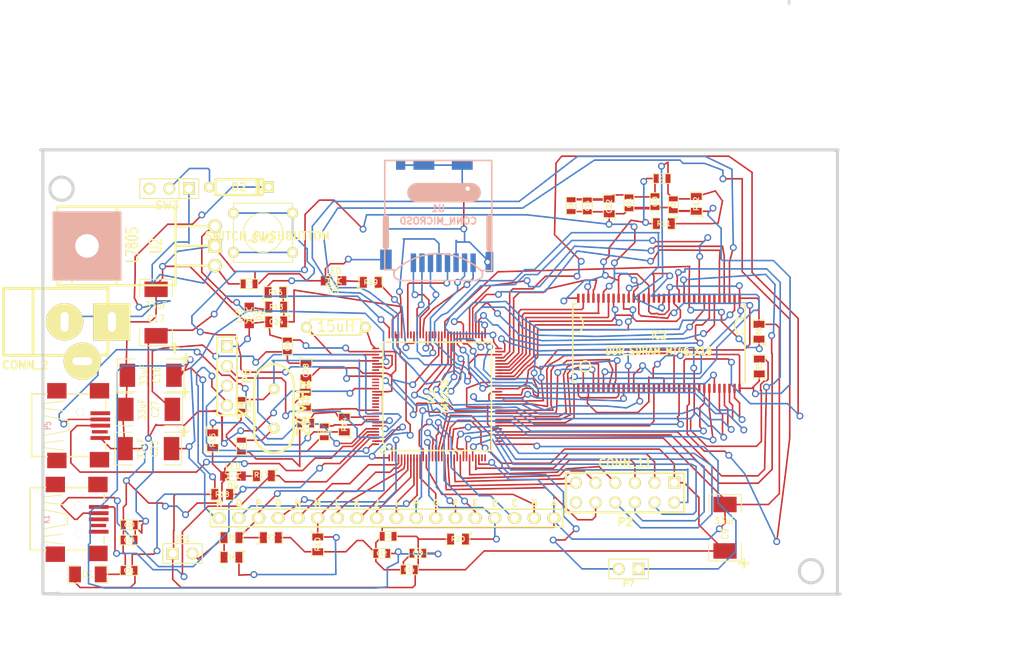
<source format=kicad_pcb>
(kicad_pcb (version 3) (host pcbnew "(2013-jul-07)-stable")
  (layers (15 Dessus signal) (0 Dessous signal) (18 B.Paste user) (19 F.Paste user) (20 B.SilkS user) (21 F.SilkS user) (22 B.Mask user) (23 F.Mask user) (28 Edge.Cuts user))
  (net 0 "")
  (net 1 +2.5V)
  (net 2 +3.3V)
  (net 3 +5V)
  (net 4 /LCD_D0)
  (net 5 /LCD_D1)
  (net 6 /LCD_D2)
  (net 7 /LCD_D3)
  (net 8 /LCD_RS)
  (net 9 /SD_CLOCK)
  (net 10 /SD_CMD)
  (net 11 /U_RX)
  (net 12 /U_TX)
  (net 13 DDRA0)
  (net 14 DDRA1)
  (net 15 DDRA10)
  (net 16 DDRA11)
  (net 17 DDRA12)
  (net 18 DDRA2)
  (net 19 DDRA3)
  (net 20 DDRA4)
  (net 21 DDRA5)
  (net 22 DDRA6)
  (net 23 DDRA7)
  (net 24 DDRA8)
  (net 25 DDRA9)
  (net 26 DDR_BA0)
  (net 27 DDR_BA1)
  (net 28 DDR_CAS)
  (net 29 DDR_CE0n)
  (net 30 DDR_CKE)
  (net 31 DDR_CLK)
  (net 32 DDR_CLKn)
  (net 33 DDR_DO0)
  (net 34 DDR_DO1)
  (net 35 DDR_DO10)
  (net 36 DDR_DO11)
  (net 37 DDR_DO12)
  (net 38 DDR_DO13)
  (net 39 DDR_DO14)
  (net 40 DDR_DO15)
  (net 41 DDR_DO2)
  (net 42 DDR_DO3)
  (net 43 DDR_DO4)
  (net 44 DDR_DO5)
  (net 45 DDR_DO6)
  (net 46 DDR_DO7)
  (net 47 DDR_DO8)
  (net 48 DDR_DO9)
  (net 49 DDR_DQM0)
  (net 50 DDR_DQM1)
  (net 51 DDR_DQS0)
  (net 52 DDR_DQS1)
  (net 53 DDR_RAS)
  (net 54 DDR_WEn)
  (net 55 GND)
  (net 56 N-00000102)
  (net 57 N-00000103)
  (net 58 N-00000104)
  (net 59 N-00000106)
  (net 60 N-00000127)
  (net 61 N-00000128)
  (net 62 N-00000129)
  (net 63 N-00000130)
  (net 64 N-00000132)
  (net 65 N-00000133)
  (net 66 N-0000016)
  (net 67 N-0000017)
  (net 68 N-0000018)
  (net 69 N-0000020)
  (net 70 N-0000021)
  (net 71 N-0000022)
  (net 72 N-0000032)
  (net 73 N-0000035)
  (net 74 N-0000040)
  (net 75 N-0000041)
  (net 76 N-0000046)
  (net 77 N-0000047)
  (net 78 N-0000048)
  (net 79 N-0000049)
  (net 80 N-0000053)
  (net 81 N-0000055)
  (net 82 N-0000058)
  (net 83 N-0000059)
  (net 84 N-0000061)
  (net 85 N-0000065)
  (net 86 N-0000073)
  (net 87 N-0000078)
  (net 88 N-0000080)
  (net 89 N-0000081)
  (net 90 N-0000082)
  (net 91 N-0000083)
  (net 92 N-0000084)
  (net 93 N-0000085)
  (net 94 N-0000086)
  (net 95 N-0000087)
  (net 96 N-0000088)
  (net 97 N-000009)
  (net 98 N-0000093)
  (net 99 N-0000094)
  (net 100 N-0000095)
  (net 101 PSWITCH)
  (net 102 VDD4P2)
  (net 103 VDDA)
  (net 104 VDDD)
  (net 105 VDD_BATT)
  (net 106 VDD_XTAL)
  (net 107 XTALI)
  (net 108 XTALO)
  (module SM0805 (layer Dessus) (at 87.63 99.06 180)
    (fp_text reference R1 (at 0 0 180) (layer F.SilkS) (effects (font (size 0.635 0.635) (thickness 0.127))))
    (fp_text value 4.7k hide)
    (pad 1 smd rect (at -0.9525 0 180) (size 0.889 1.397) (layers Dessus F.Paste F.Mask) (net 4 /LCD_D0))
    (pad 2 smd rect (at 0.9525 0 180) (size 0.889 1.397) (layers Dessus F.Paste F.Mask) (net 78 N-0000048))
  )
  (module SM0805 (layer Dessus) (at 87.63 101.6 180)
    (fp_text reference R4 (at 0 0 180) (layer F.SilkS) (effects (font (size 0.635 0.635) (thickness 0.127))))
    (fp_text value 4.7k hide)
    (pad 1 smd rect (at -0.9525 0 180) (size 0.889 1.397) (layers Dessus F.Paste F.Mask) (net 7 /LCD_D3))
    (pad 2 smd rect (at 0.9525 0 180) (size 0.889 1.397) (layers Dessus F.Paste F.Mask) (net 78 N-0000048))
  )
  (module SM0805 (layer Dessus) (at 155.71724 76.962 90)
    (fp_text reference R5 (at 0 0 90) (layer F.SilkS) (effects (font (size 0.635 0.635) (thickness 0.127))))
    (fp_text value 10k hide)
    (pad 1 smd rect (at -0.9525 0 90) (size 0.889 1.397) (layers Dessus F.Paste F.Mask) (net 1 +2.5V))
    (pad 2 smd rect (at 0.9525 0 90) (size 0.889 1.397) (layers Dessus F.Paste F.Mask) (net 29 DDR_CE0n))
  )
  (module SM0805 (layer Dessus) (at 155.68168 72.47636 90)
    (fp_text reference R6 (at 0 0 90) (layer F.SilkS) (effects (font (size 0.635 0.635) (thickness 0.127))))
    (fp_text value 10k hide)
    (pad 1 smd rect (at -0.9525 0 90) (size 0.889 1.397) (layers Dessus F.Paste F.Mask) (net 30 DDR_CKE))
    (pad 2 smd rect (at 0.9525 0 90) (size 0.889 1.397) (layers Dessus F.Paste F.Mask) (net 55 GND))
  )
  (module SM0805 (layer Dessus) (at 92.71 99.06)
    (fp_text reference R7 (at 0 0) (layer F.SilkS) (effects (font (size 0.635 0.635) (thickness 0.127))))
    (fp_text value 47k hide)
    (pad 1 smd rect (at -0.9525 0) (size 0.889 1.397) (layers Dessus F.Paste F.Mask) (net 4 /LCD_D0))
    (pad 2 smd rect (at 0.9525 0) (size 0.889 1.397) (layers Dessus F.Paste F.Mask) (net 55 GND))
  )
  (module SM0805 (layer Dessus) (at 98.75012 99.93376 270)
    (fp_text reference R10 (at 0 0 270) (layer F.SilkS) (effects (font (size 0.635 0.635) (thickness 0.127))))
    (fp_text value 47k hide)
    (pad 1 smd rect (at -0.9525 0 270) (size 0.889 1.397) (layers Dessus F.Paste F.Mask) (net 7 /LCD_D3))
    (pad 2 smd rect (at 0.9525 0 270) (size 0.889 1.397) (layers Dessus F.Paste F.Mask) (net 55 GND))
  )
  (module SM0805 (layer Dessus) (at 143.4084 58.5216 180)
    (fp_text reference R11 (at 0 0 180) (layer F.SilkS) (effects (font (size 0.635 0.635) (thickness 0.127))))
    (fp_text value "1k(1%)" hide)
    (pad 1 smd rect (at -0.9525 0 180) (size 0.889 1.397) (layers Dessus F.Paste F.Mask) (net 59 N-00000106))
    (pad 2 smd rect (at 0.9525 0 180) (size 0.889 1.397) (layers Dessus F.Paste F.Mask) (net 55 GND))
  )
  (module SM0805 (layer Dessus) (at 147.5994 55.97144 90)
    (fp_text reference R12 (at 0 0 90) (layer F.SilkS) (effects (font (size 0.635 0.635) (thickness 0.127))))
    (fp_text value "1k(1%)" hide)
    (pad 1 smd rect (at -0.9525 0 90) (size 0.889 1.397) (layers Dessus F.Paste F.Mask) (net 1 +2.5V))
    (pad 2 smd rect (at 0.9525 0 90) (size 0.889 1.397) (layers Dessus F.Paste F.Mask) (net 59 N-00000106))
  )
  (module SM0805 (layer Dessus) (at 93.4 69.3)
    (fp_text reference R13 (at 0 0) (layer F.SilkS) (effects (font (size 0.635 0.635) (thickness 0.127))))
    (fp_text value 100 hide)
    (pad 1 smd rect (at -0.9525 0) (size 0.889 1.397) (layers Dessus F.Paste F.Mask) (net 61 N-00000128))
    (pad 2 smd rect (at 0.9525 0) (size 0.889 1.397) (layers Dessus F.Paste F.Mask) (net 2 +3.3V))
  )
  (module SM0805 (layer Dessus) (at 102.18928 84.46008 90)
    (fp_text reference R14 (at 0 0 90) (layer F.SilkS) (effects (font (size 0.635 0.635) (thickness 0.127))))
    (fp_text value 1K hide)
    (pad 1 smd rect (at -0.9525 0 90) (size 0.889 1.397) (layers Dessus F.Paste F.Mask) (net 60 N-00000127))
    (pad 2 smd rect (at 0.9525 0 90) (size 0.889 1.397) (layers Dessus F.Paste F.Mask) (net 101 PSWITCH))
  )
  (module SM0805 (layer Dessus) (at 85.1916 86.487 270)
    (fp_text reference R15 (at 0 0 270) (layer F.SilkS) (effects (font (size 0.635 0.635) (thickness 0.127))))
    (fp_text value 100k hide)
    (pad 1 smd rect (at -0.9525 0 270) (size 0.889 1.397) (layers Dessus F.Paste F.Mask) (net 60 N-00000127))
    (pad 2 smd rect (at 0.9525 0 270) (size 0.889 1.397) (layers Dessus F.Paste F.Mask) (net 55 GND))
  )
  (module SM0805 (layer Dessus) (at 93.3 67.4)
    (fp_text reference R16 (at 0 0) (layer F.SilkS) (effects (font (size 0.635 0.635) (thickness 0.127))))
    (fp_text value 10k hide)
    (pad 1 smd rect (at -0.9525 0) (size 0.889 1.397) (layers Dessus F.Paste F.Mask) (net 64 N-00000132))
    (pad 2 smd rect (at 0.9525 0) (size 0.889 1.397) (layers Dessus F.Paste F.Mask) (net 2 +3.3V))
  )
  (module SM0805 (layer Dessus) (at 91.81084 91.06408 180)
    (fp_text reference R17 (at 0.33528 0.1016 180) (layer F.SilkS) (effects (font (size 0.635 0.635) (thickness 0.127))))
    (fp_text value 100 hide)
    (pad 1 smd rect (at -0.9525 0 180) (size 0.889 1.397) (layers Dessus F.Paste F.Mask) (net 12 /U_TX))
    (pad 2 smd rect (at 0.9525 0 180) (size 0.889 1.397) (layers Dessus F.Paste F.Mask) (net 79 N-0000049))
  )
  (module SM0805 (layer Dessus) (at 86.4362 93.472 180)
    (fp_text reference R18 (at 0 0 180) (layer F.SilkS) (effects (font (size 0.635 0.635) (thickness 0.127))))
    (fp_text value 4.7k hide)
    (pad 1 smd rect (at -0.9525 0 180) (size 0.889 1.397) (layers Dessus F.Paste F.Mask) (net 11 /U_RX))
    (pad 2 smd rect (at 0.9525 0 180) (size 0.889 1.397) (layers Dessus F.Paste F.Mask) (net 2 +3.3V))
  )
  (module SM0805 (layer Dessus) (at 105.6 66.1)
    (fp_text reference R19 (at 0 0) (layer F.SilkS) (effects (font (size 0.635 0.635) (thickness 0.127))))
    (fp_text value 100 hide)
    (pad 1 smd rect (at -0.9525 0) (size 0.889 1.397) (layers Dessus F.Paste F.Mask) (net 85 N-0000065))
    (pad 2 smd rect (at 0.9525 0) (size 0.889 1.397) (layers Dessus F.Paste F.Mask) (net 76 N-0000046))
  )
  (module pin_array_6x2 (layer Dessus) (at 138.40968 93.24848 180)
    (fp_text reference P2 (at 0 -3.81 180) (layer F.SilkS) (effects (font (size 1.016 1.016) (thickness 0.254))))
    (fp_text value CONN_11 (at 0 3.81 180) (layer F.SilkS) (effects (font (size 1.016 1.016) (thickness 0.2032))))
    (pad 1 thru_hole rect (at -6.35 1.27 180) (size 1.524 1.524) (drill 1.016) (layers *.Cu *.Mask F.SilkS) (net 2 +3.3V))
    (pad 2 thru_hole circle (at -6.35 -1.27 180) (size 1.524 1.524) (drill 1.016) (layers *.Cu *.Mask F.SilkS) (net 66 N-0000016))
    (pad 3 thru_hole circle (at -3.81 1.27 180) (size 1.524 1.524) (drill 1.016) (layers *.Cu *.Mask F.SilkS) (net 72 N-0000032))
    (pad 4 thru_hole circle (at -3.81 -1.27 180) (size 1.524 1.524) (drill 1.016) (layers *.Cu *.Mask F.SilkS) (net 67 N-0000017))
    (pad 5 thru_hole circle (at -1.27 1.27 180) (size 1.524 1.524) (drill 1.016) (layers *.Cu *.Mask F.SilkS) (net 75 N-0000041))
    (pad 6 thru_hole circle (at -1.27 -1.27 180) (size 1.524 1.524) (drill 1.016) (layers *.Cu *.Mask F.SilkS) (net 68 N-0000018))
    (pad 7 thru_hole circle (at 1.27 1.27 180) (size 1.524 1.524) (drill 1.016) (layers *.Cu *.Mask F.SilkS) (net 58 N-00000104))
    (pad 8 thru_hole circle (at 1.27 -1.27 180) (size 1.524 1.524) (drill 1.016) (layers *.Cu *.Mask F.SilkS) (net 97 N-000009))
    (pad 9 thru_hole circle (at 3.81 1.27 180) (size 1.524 1.524) (drill 1.016) (layers *.Cu *.Mask F.SilkS) (net 57 N-00000103))
    (pad 10 thru_hole circle (at 3.81 -1.27 180) (size 1.524 1.524) (drill 1.016) (layers *.Cu *.Mask F.SilkS) (net 69 N-0000020))
    (pad 11 thru_hole circle (at 6.35 1.27 180) (size 1.524 1.524) (drill 1.016) (layers *.Cu *.Mask F.SilkS) (net 56 N-00000102))
    (pad 12 thru_hole circle (at 6.35 -1.27 180) (size 1.524 1.524) (drill 1.016) (layers *.Cu *.Mask F.SilkS))
  )
  (module PIN_ARRAY_2X1 (layer Dessus) (at 81.31556 101.10724)
    (fp_text reference JP1 (at 0 -1.905) (layer F.SilkS) (effects (font (size 0.762 0.762) (thickness 0.1524))))
    (fp_text value Jumper-2 hide)
    (pad 1 thru_hole rect (at -1.27 0) (size 1.524 1.524) (drill 1.016) (layers *.Cu *.Mask F.SilkS) (net 2 +3.3V))
    (pad 2 thru_hole circle (at 1.27 0) (size 1.524 1.524) (drill 1.016) (layers *.Cu *.Mask F.SilkS) (net 78 N-0000048))
  )
  (module LED-0805 (layer Dessus) (at 100.8 65.9 180)
    (fp_text reference D5 (at 0 -1.27 180) (layer F.SilkS) (effects (font (size 0.762 0.762) (thickness 0.127))))
    (fp_text value LED (at 0 1.27 180) (layer F.SilkS) (effects (font (size 0.762 0.762) (thickness 0.127))))
    (pad 1 smd rect (at -1.04902 0 180) (size 1.19888 1.19888) (layers Dessus F.Paste F.Mask) (net 85 N-0000065))
    (pad 2 smd rect (at 1.04902 0 180) (size 1.19888 1.19888) (layers Dessus F.Paste F.Mask) (net 55 GND))
  )
  (module LED-0805 (layer Dessus) (at 87.82304 91.11488 180)
    (fp_text reference D4 (at 0 -1.27 180) (layer F.SilkS) (effects (font (size 0.762 0.762) (thickness 0.127))))
    (fp_text value LED (at 0 1.27 180) (layer F.SilkS) (effects (font (size 0.762 0.762) (thickness 0.127))))
    (pad 1 smd rect (at -1.04902 0 180) (size 1.19888 1.19888) (layers Dessus F.Paste F.Mask) (net 79 N-0000049))
    (pad 2 smd rect (at 1.04902 0 180) (size 1.19888 1.19888) (layers Dessus F.Paste F.Mask) (net 55 GND))
  )
  (module LED-0805 (layer Dessus) (at 89.92108 70.37324 270)
    (fp_text reference D3 (at 0 -1.27 270) (layer F.SilkS) (effects (font (size 0.762 0.762) (thickness 0.127))))
    (fp_text value LED (at 0 1.27 270) (layer F.SilkS) (effects (font (size 0.762 0.762) (thickness 0.127))))
    (pad 1 smd rect (at -1.04902 0 270) (size 1.19888 1.19888) (layers Dessus F.Paste F.Mask) (net 61 N-00000128))
    (pad 2 smd rect (at 1.04902 0 270) (size 1.19888 1.19888) (layers Dessus F.Paste F.Mask) (net 55 GND))
  )
  (module HC-49V (layer Dessus) (at 93.10624 82.38744 90)
    (fp_text reference X1 (at 0 -3.81 90) (layer F.SilkS) (effects (font (size 1.524 1.524) (thickness 0.3048))))
    (fp_text value 24MHz (at 0 3.81 90) (layer F.SilkS) (effects (font (size 1.524 1.524) (thickness 0.3048))))
    (pad 1 thru_hole circle (at -2.54 0 90) (size 1.4224 1.4224) (drill 0.762) (layers *.Cu *.Mask F.SilkS) (net 107 XTALI))
    (pad 2 thru_hole circle (at 2.54 0 90) (size 1.4224 1.4224) (drill 0.762) (layers *.Cu *.Mask F.SilkS) (net 108 XTALO))
  )
  (module TSOP66_JEDEC_DDR_SDRAM (layer Dessus) (at 142.7734 73.9648)
    (fp_text reference IC2 (at 0 -1.00076) (layer F.SilkS) (effects (font (size 0.9144 0.8128) (thickness 0.2032))))
    (fp_text value DDR_SDRAM_MT46_X16 (at 0 1.00076) (layer F.SilkS) (effects (font (size 0.9144 0.8128) (thickness 0.2032))))
    (pad 1 smd rect (at -10.40384 5.8166) (size 0.32004 1.1684) (layers Dessus F.Paste F.Mask) (net 1 +2.5V))
    (pad 66 smd rect (at -10.40384 -5.8166) (size 0.32004 1.1684) (layers Dessus F.Paste F.Mask) (net 55 GND))
    (pad 2 smd rect (at -9.7536 5.8166) (size 0.32004 1.1684) (layers Dessus F.Paste F.Mask) (net 33 DDR_DO0))
    (pad 65 smd rect (at -9.7536 -5.8166) (size 0.32004 1.1684) (layers Dessus F.Paste F.Mask) (net 40 DDR_DO15))
    (pad 3 smd rect (at -9.10336 5.8166) (size 0.32004 1.1684) (layers Dessus F.Paste F.Mask) (net 1 +2.5V))
    (pad 64 smd rect (at -9.10336 -5.8166) (size 0.32004 1.1684) (layers Dessus F.Paste F.Mask) (net 55 GND))
    (pad 4 smd rect (at -8.45312 5.8166) (size 0.32004 1.1684) (layers Dessus F.Paste F.Mask) (net 34 DDR_DO1))
    (pad 63 smd rect (at -8.45312 -5.8166) (size 0.32004 1.1684) (layers Dessus F.Paste F.Mask) (net 39 DDR_DO14))
    (pad 5 smd rect (at -7.80288 5.8166) (size 0.32004 1.1684) (layers Dessus F.Paste F.Mask) (net 41 DDR_DO2))
    (pad 62 smd rect (at -7.80288 -5.8166) (size 0.32004 1.1684) (layers Dessus F.Paste F.Mask) (net 38 DDR_DO13))
    (pad 6 smd rect (at -7.15264 5.8166) (size 0.32004 1.1684) (layers Dessus F.Paste F.Mask) (net 55 GND))
    (pad 61 smd rect (at -7.15264 -5.8166) (size 0.32004 1.1684) (layers Dessus F.Paste F.Mask) (net 1 +2.5V))
    (pad 7 smd rect (at -6.5024 5.8166) (size 0.32004 1.1684) (layers Dessus F.Paste F.Mask) (net 42 DDR_DO3))
    (pad 60 smd rect (at -6.5024 -5.8166) (size 0.32004 1.1684) (layers Dessus F.Paste F.Mask) (net 37 DDR_DO12))
    (pad 8 smd rect (at -5.85216 5.8166) (size 0.32004 1.1684) (layers Dessus F.Paste F.Mask) (net 43 DDR_DO4))
    (pad 59 smd rect (at -5.85216 -5.8166) (size 0.32004 1.1684) (layers Dessus F.Paste F.Mask) (net 36 DDR_DO11))
    (pad 9 smd rect (at -5.20192 5.8166) (size 0.32004 1.1684) (layers Dessus F.Paste F.Mask) (net 1 +2.5V))
    (pad 58 smd rect (at -5.20192 -5.8166) (size 0.32004 1.1684) (layers Dessus F.Paste F.Mask) (net 55 GND))
    (pad 10 smd rect (at -4.55168 5.8166) (size 0.32004 1.1684) (layers Dessus F.Paste F.Mask) (net 44 DDR_DO5))
    (pad 57 smd rect (at -4.55168 -5.8166) (size 0.32004 1.1684) (layers Dessus F.Paste F.Mask) (net 35 DDR_DO10))
    (pad 11 smd rect (at -3.90144 5.8166) (size 0.32004 1.1684) (layers Dessus F.Paste F.Mask) (net 45 DDR_DO6))
    (pad 56 smd rect (at -3.90144 -5.8166) (size 0.32004 1.1684) (layers Dessus F.Paste F.Mask) (net 48 DDR_DO9))
    (pad 12 smd rect (at -3.2512 5.8166) (size 0.32004 1.1684) (layers Dessus F.Paste F.Mask) (net 55 GND))
    (pad 55 smd rect (at -3.2512 -5.8166) (size 0.32004 1.1684) (layers Dessus F.Paste F.Mask) (net 1 +2.5V))
    (pad 13 smd rect (at -2.60096 5.8166) (size 0.32004 1.1684) (layers Dessus F.Paste F.Mask) (net 46 DDR_DO7))
    (pad 54 smd rect (at -2.60096 -5.8166) (size 0.32004 1.1684) (layers Dessus F.Paste F.Mask) (net 47 DDR_DO8))
    (pad 14 smd rect (at -1.95072 5.8166) (size 0.32004 1.1684) (layers Dessus F.Paste F.Mask))
    (pad 53 smd rect (at -1.95072 -5.8166) (size 0.32004 1.1684) (layers Dessus F.Paste F.Mask))
    (pad 15 smd rect (at -1.30048 5.8166) (size 0.32004 1.1684) (layers Dessus F.Paste F.Mask) (net 1 +2.5V))
    (pad 52 smd rect (at -1.30048 -5.8166) (size 0.32004 1.1684) (layers Dessus F.Paste F.Mask) (net 55 GND))
    (pad 16 smd rect (at -0.65024 5.8166) (size 0.32004 1.1684) (layers Dessus F.Paste F.Mask) (net 51 DDR_DQS0))
    (pad 51 smd rect (at -0.65024 -5.8166) (size 0.32004 1.1684) (layers Dessus F.Paste F.Mask) (net 52 DDR_DQS1))
    (pad 17 smd rect (at 0 5.8166) (size 0.32004 1.1684) (layers Dessus F.Paste F.Mask))
    (pad 50 smd rect (at 0 -5.8166) (size 0.32004 1.1684) (layers Dessus F.Paste F.Mask))
    (pad 18 smd rect (at 0.65024 5.8166) (size 0.32004 1.1684) (layers Dessus F.Paste F.Mask) (net 1 +2.5V))
    (pad 49 smd rect (at 0.65024 -5.8166) (size 0.32004 1.1684) (layers Dessus F.Paste F.Mask) (net 59 N-00000106))
    (pad 19 smd rect (at 1.30048 5.8166) (size 0.32004 1.1684) (layers Dessus F.Paste F.Mask))
    (pad 48 smd rect (at 1.30048 -5.8166) (size 0.32004 1.1684) (layers Dessus F.Paste F.Mask) (net 55 GND))
    (pad 20 smd rect (at 1.95072 5.8166) (size 0.32004 1.1684) (layers Dessus F.Paste F.Mask) (net 49 DDR_DQM0))
    (pad 47 smd rect (at 1.95072 -5.8166) (size 0.32004 1.1684) (layers Dessus F.Paste F.Mask) (net 50 DDR_DQM1))
    (pad 21 smd rect (at 2.60096 5.8166) (size 0.32004 1.1684) (layers Dessus F.Paste F.Mask) (net 54 DDR_WEn))
    (pad 46 smd rect (at 2.60096 -5.8166) (size 0.32004 1.1684) (layers Dessus F.Paste F.Mask) (net 32 DDR_CLKn))
    (pad 22 smd rect (at 3.2512 5.8166) (size 0.32004 1.1684) (layers Dessus F.Paste F.Mask) (net 28 DDR_CAS))
    (pad 45 smd rect (at 3.2512 -5.8166) (size 0.32004 1.1684) (layers Dessus F.Paste F.Mask) (net 31 DDR_CLK))
    (pad 23 smd rect (at 3.90144 5.8166) (size 0.32004 1.1684) (layers Dessus F.Paste F.Mask) (net 53 DDR_RAS))
    (pad 44 smd rect (at 3.90144 -5.8166) (size 0.32004 1.1684) (layers Dessus F.Paste F.Mask) (net 30 DDR_CKE))
    (pad 24 smd rect (at 4.55168 5.8166) (size 0.32004 1.1684) (layers Dessus F.Paste F.Mask) (net 29 DDR_CE0n))
    (pad 43 smd rect (at 4.55168 -5.8166) (size 0.32004 1.1684) (layers Dessus F.Paste F.Mask))
    (pad 25 smd rect (at 5.20192 5.8166) (size 0.32004 1.1684) (layers Dessus F.Paste F.Mask))
    (pad 42 smd rect (at 5.20192 -5.8166) (size 0.32004 1.1684) (layers Dessus F.Paste F.Mask) (net 17 DDRA12))
    (pad 26 smd rect (at 5.85216 5.8166) (size 0.32004 1.1684) (layers Dessus F.Paste F.Mask) (net 26 DDR_BA0))
    (pad 41 smd rect (at 5.85216 -5.8166) (size 0.32004 1.1684) (layers Dessus F.Paste F.Mask) (net 16 DDRA11))
    (pad 27 smd rect (at 6.5024 5.8166) (size 0.32004 1.1684) (layers Dessus F.Paste F.Mask) (net 27 DDR_BA1))
    (pad 40 smd rect (at 6.5024 -5.8166) (size 0.32004 1.1684) (layers Dessus F.Paste F.Mask) (net 25 DDRA9))
    (pad 28 smd rect (at 7.15264 5.8166) (size 0.32004 1.1684) (layers Dessus F.Paste F.Mask) (net 15 DDRA10))
    (pad 39 smd rect (at 7.15264 -5.8166) (size 0.32004 1.1684) (layers Dessus F.Paste F.Mask) (net 24 DDRA8))
    (pad 29 smd rect (at 7.80288 5.8166) (size 0.32004 1.1684) (layers Dessus F.Paste F.Mask) (net 13 DDRA0))
    (pad 38 smd rect (at 7.80288 -5.8166) (size 0.32004 1.1684) (layers Dessus F.Paste F.Mask) (net 23 DDRA7))
    (pad 30 smd rect (at 8.45312 5.8166) (size 0.32004 1.1684) (layers Dessus F.Paste F.Mask) (net 14 DDRA1))
    (pad 37 smd rect (at 8.45312 -5.8166) (size 0.32004 1.1684) (layers Dessus F.Paste F.Mask) (net 22 DDRA6))
    (pad 31 smd rect (at 9.10336 5.8166) (size 0.32004 1.1684) (layers Dessus F.Paste F.Mask) (net 18 DDRA2))
    (pad 36 smd rect (at 9.10336 -5.8166) (size 0.32004 1.1684) (layers Dessus F.Paste F.Mask) (net 21 DDRA5))
    (pad 32 smd rect (at 9.7536 5.8166) (size 0.32004 1.1684) (layers Dessus F.Paste F.Mask) (net 19 DDRA3))
    (pad 35 smd rect (at 9.7536 -5.8166) (size 0.32004 1.1684) (layers Dessus F.Paste F.Mask) (net 20 DDRA4))
    (pad 33 smd rect (at 10.40384 5.8166) (size 0.32004 1.1684) (layers Dessus F.Paste F.Mask) (net 1 +2.5V))
    (pad 34 smd rect (at 10.40384 -5.8166) (size 0.32004 1.1684) (layers Dessus F.Paste F.Mask) (net 55 GND))
  )
  (module PIN_ARRAY_18Pin (layer Dessus) (at 107.63504 96.52508 180)
    (fp_text reference P1 hide)
    (fp_text value CONN_18 hide)
    (fp_text user R (at 21.59 1.905 180) (layer F.SilkS) (effects (font (size 0.8128 0.8128) (thickness 0.2032))))
    (fp_text user Q (at 19.05 1.905 180) (layer F.SilkS) (effects (font (size 0.8128 0.8128) (thickness 0.2032))))
    (fp_text user I (at -1.27 1.905 180) (layer F.SilkS) (effects (font (size 0.8128 0.8128) (thickness 0.2032))))
    (fp_text user J (at 1.27 1.905 180) (layer F.SilkS) (effects (font (size 0.8128 0.8128) (thickness 0.2032))))
    (fp_text user L (at 6.35 1.905 180) (layer F.SilkS) (effects (font (size 0.8128 0.8128) (thickness 0.2032))))
    (fp_text user K (at 3.81 1.905 180) (layer F.SilkS) (effects (font (size 0.8128 0.8128) (thickness 0.2032))))
    (fp_text user O (at 13.97 1.905 180) (layer F.SilkS) (effects (font (size 0.8128 0.8128) (thickness 0.2032))))
    (fp_text user P (at 16.51 1.905 180) (layer F.SilkS) (effects (font (size 0.8128 0.8128) (thickness 0.2032))))
    (fp_text user N (at 11.43 1.905 180) (layer F.SilkS) (effects (font (size 0.8128 0.8128) (thickness 0.2032))))
    (fp_text user M (at 8.89 1.905 180) (layer F.SilkS) (effects (font (size 0.8128 0.8128) (thickness 0.2032))))
    (fp_text user E (at -11.43 1.905 180) (layer F.SilkS) (effects (font (size 0.8128 0.8128) (thickness 0.2032))))
    (fp_text user F (at -8.89 1.905 180) (layer F.SilkS) (effects (font (size 0.8128 0.8128) (thickness 0.2032))))
    (fp_text user H (at -3.81 1.905 180) (layer F.SilkS) (effects (font (size 0.8128 0.8128) (thickness 0.2032))))
    (fp_text user G (at -6.35 1.905 180) (layer F.SilkS) (effects (font (size 0.8128 0.8128) (thickness 0.2032))))
    (fp_text user C (at -16.51 1.905 180) (layer F.SilkS) (effects (font (size 0.8128 0.8128) (thickness 0.2032))))
    (fp_text user D (at -13.97 1.905 180) (layer F.SilkS) (effects (font (size 0.8128 0.8128) (thickness 0.2032))))
    (fp_text user B (at -19.05 1.905 180) (layer F.SilkS) (effects (font (size 0.8128 0.8128) (thickness 0.2032))))
    (fp_text user A (at -21.59 1.905 180) (layer F.SilkS) (effects (font (size 0.8128 0.8128) (thickness 0.2032))))
    (pad 2 thru_hole oval (at -19.05 0 180) (size 1.7272 1.4224) (drill 1.016) (layers *.Cu *.Mask F.SilkS) (net 92 N-0000084))
    (pad 3 thru_hole oval (at -16.51 0 180) (size 1.7272 1.4224) (drill 1.016) (layers *.Cu *.Mask F.SilkS) (net 91 N-0000083))
    (pad 4 thru_hole oval (at -13.97 0 180) (size 1.7272 1.4224) (drill 1.016) (layers *.Cu *.Mask F.SilkS) (net 8 /LCD_RS))
    (pad 5 thru_hole oval (at -11.43 0 180) (size 1.7272 1.4224) (drill 1.016) (layers *.Cu *.Mask F.SilkS) (net 90 N-0000082))
    (pad 6 thru_hole oval (at -8.89 0 180) (size 1.7272 1.4224) (drill 1.016) (layers *.Cu *.Mask F.SilkS) (net 93 N-0000085))
    (pad 7 thru_hole oval (at -6.35 0 180) (size 1.7272 1.4224) (drill 1.016) (layers *.Cu *.Mask F.SilkS) (net 89 N-0000081))
    (pad 8 thru_hole oval (at -3.81 0 180) (size 1.7272 1.4224) (drill 1.016) (layers *.Cu *.Mask F.SilkS) (net 74 N-0000040))
    (pad 9 thru_hole oval (at -1.27 0 180) (size 1.7272 1.4224) (drill 1.016) (layers *.Cu *.Mask F.SilkS) (net 96 N-0000088))
    (pad 10 thru_hole oval (at 1.27 0 180) (size 1.7272 1.4224) (drill 1.016) (layers *.Cu *.Mask F.SilkS) (net 94 N-0000086))
    (pad 11 thru_hole oval (at 3.81 0 180) (size 1.7272 1.4224) (drill 1.016) (layers *.Cu *.Mask F.SilkS) (net 100 N-0000095))
    (pad 12 thru_hole oval (at 6.35 0 180) (size 1.7272 1.4224) (drill 1.016) (layers *.Cu *.Mask F.SilkS) (net 95 N-0000087))
    (pad 13 thru_hole oval (at 8.89 0 180) (size 1.7272 1.4224) (drill 1.016) (layers *.Cu *.Mask F.SilkS) (net 7 /LCD_D3))
    (pad 14 thru_hole oval (at 11.43 0 180) (size 1.7272 1.4224) (drill 1.016) (layers *.Cu *.Mask F.SilkS) (net 6 /LCD_D2))
    (pad 15 thru_hole oval (at 13.97 0 180) (size 1.7272 1.4224) (drill 1.016) (layers *.Cu *.Mask F.SilkS) (net 5 /LCD_D1))
    (pad 16 thru_hole oval (at 16.51 0 180) (size 1.7272 1.4224) (drill 1.016) (layers *.Cu *.Mask F.SilkS) (net 4 /LCD_D0))
    (pad 17 thru_hole oval (at 19.05 0 180) (size 1.7272 1.4224) (drill 1.016) (layers *.Cu *.Mask F.SilkS) (net 99 N-0000094))
    (pad 18 thru_hole oval (at 21.59 0 180) (size 1.7272 1.4224) (drill 1.016) (layers *.Cu *.Mask F.SilkS) (net 3 +5V))
    (pad 1 thru_hole oval (at -21.59 0 180) (size 1.7272 1.4224) (drill 1.016) (layers *.Cu *.Mask F.SilkS) (net 55 GND))
  )
  (module LQFP128_14x14mm_0.4mmPitch_iMX233 (layer Dessus) (at 114.16284 80.8228 90)
    (fp_text reference IC1 (at 0 -0.7493 90) (layer F.SilkS) (effects (font (size 0.8636 0.8128) (thickness 0.2032))))
    (fp_text value IMX233 (at 0 1.00076 90) (layer F.SilkS) (effects (font (size 0.8636 0.8128) (thickness 0.2032))))
    (pad 1 smd rect (at -7.9375 -6.18236 180) (size 0.2032 0.889) (layers Dessus F.Paste F.Mask) (net 104 VDDD))
    (pad 33 smd rect (at -6.18236 7.9375 90) (size 0.2032 0.889) (layers Dessus F.Paste F.Mask) (net 87 N-0000078))
    (pad 65 smd rect (at 7.9375 6.18236) (size 0.2032 0.889) (layers Dessus F.Paste F.Mask) (net 16 DDRA11))
    (pad 97 smd rect (at 6.18236 -7.9375 90) (size 0.2032 0.889) (layers Dessus F.Paste F.Mask) (net 98 N-0000093))
    (pad 2 smd rect (at -7.9375 -5.78358 180) (size 0.2032 0.889) (layers Dessus F.Paste F.Mask) (net 4 /LCD_D0))
    (pad 34 smd rect (at -5.78358 7.9375 90) (size 0.2032 0.889) (layers Dessus F.Paste F.Mask))
    (pad 66 smd rect (at 7.9375 5.78358) (size 0.2032 0.889) (layers Dessus F.Paste F.Mask) (net 15 DDRA10))
    (pad 98 smd rect (at 5.78358 -7.9375 90) (size 0.2032 0.889) (layers Dessus F.Paste F.Mask) (net 55 GND))
    (pad 3 smd rect (at -7.9375 -5.3848 180) (size 0.2032 0.889) (layers Dessus F.Paste F.Mask) (net 5 /LCD_D1))
    (pad 35 smd rect (at -5.3848 7.9375 90) (size 0.2032 0.889) (layers Dessus F.Paste F.Mask) (net 55 GND))
    (pad 67 smd rect (at 7.9375 5.3848) (size 0.2032 0.889) (layers Dessus F.Paste F.Mask) (net 25 DDRA9))
    (pad 99 smd rect (at 5.3848 -7.9375 90) (size 0.2032 0.889) (layers Dessus F.Paste F.Mask) (net 73 N-0000035))
    (pad 4 smd rect (at -7.9375 -4.98602 180) (size 0.2032 0.889) (layers Dessus F.Paste F.Mask) (net 6 /LCD_D2))
    (pad 36 smd rect (at -4.98602 7.9375 90) (size 0.2032 0.889) (layers Dessus F.Paste F.Mask) (net 31 DDR_CLK))
    (pad 68 smd rect (at 7.9375 4.98602) (size 0.2032 0.889) (layers Dessus F.Paste F.Mask) (net 24 DDRA8))
    (pad 100 smd rect (at 4.98602 -7.9375 90) (size 0.2032 0.889) (layers Dessus F.Paste F.Mask) (net 105 VDD_BATT))
    (pad 5 smd rect (at -7.9375 -4.58724 180) (size 0.2032 0.889) (layers Dessus F.Paste F.Mask) (net 7 /LCD_D3))
    (pad 37 smd rect (at -4.58724 7.9375 90) (size 0.2032 0.889) (layers Dessus F.Paste F.Mask) (net 32 DDR_CLKn))
    (pad 69 smd rect (at 7.9375 4.58724) (size 0.2032 0.889) (layers Dessus F.Paste F.Mask) (net 23 DDRA7))
    (pad 101 smd rect (at 4.58724 -7.9375 90) (size 0.2032 0.889) (layers Dessus F.Paste F.Mask) (net 102 VDD4P2))
    (pad 6 smd rect (at -7.9375 -4.18846 180) (size 0.2032 0.889) (layers Dessus F.Paste F.Mask) (net 95 N-0000087))
    (pad 38 smd rect (at -4.18846 7.9375 90) (size 0.2032 0.889) (layers Dessus F.Paste F.Mask) (net 1 +2.5V))
    (pad 70 smd rect (at 7.9375 4.18846) (size 0.2032 0.889) (layers Dessus F.Paste F.Mask) (net 22 DDRA6))
    (pad 102 smd rect (at 4.18846 -7.9375 90) (size 0.2032 0.889) (layers Dessus F.Paste F.Mask) (net 3 +5V))
    (pad 7 smd rect (at -7.9375 -3.78968 180) (size 0.2032 0.889) (layers Dessus F.Paste F.Mask) (net 100 N-0000095))
    (pad 39 smd rect (at -3.78968 7.9375 90) (size 0.2032 0.889) (layers Dessus F.Paste F.Mask) (net 51 DDR_DQS0))
    (pad 71 smd rect (at 7.9375 3.78968) (size 0.2032 0.889) (layers Dessus F.Paste F.Mask) (net 21 DDRA5))
    (pad 103 smd rect (at 3.78968 -7.9375 90) (size 0.2032 0.889) (layers Dessus F.Paste F.Mask) (net 105 VDD_BATT))
    (pad 8 smd rect (at -7.9375 -3.3909 180) (size 0.2032 0.889) (layers Dessus F.Paste F.Mask) (net 94 N-0000086))
    (pad 40 smd rect (at -3.3909 7.9375 90) (size 0.2032 0.889) (layers Dessus F.Paste F.Mask) (net 52 DDR_DQS1))
    (pad 72 smd rect (at 7.9375 3.3909) (size 0.2032 0.889) (layers Dessus F.Paste F.Mask) (net 20 DDRA4))
    (pad 104 smd rect (at 3.3909 -7.9375 90) (size 0.2032 0.889) (layers Dessus F.Paste F.Mask))
    (pad 9 smd rect (at -7.9375 -2.99212 180) (size 0.2032 0.889) (layers Dessus F.Paste F.Mask) (net 96 N-0000088))
    (pad 41 smd rect (at -2.99212 7.9375 90) (size 0.2032 0.889) (layers Dessus F.Paste F.Mask) (net 33 DDR_DO0))
    (pad 73 smd rect (at 7.9375 2.99212) (size 0.2032 0.889) (layers Dessus F.Paste F.Mask) (net 19 DDRA3))
    (pad 105 smd rect (at 2.99212 -7.9375 90) (size 0.2032 0.889) (layers Dessus F.Paste F.Mask) (net 55 GND))
    (pad 10 smd rect (at -7.9375 -2.59334 180) (size 0.2032 0.889) (layers Dessus F.Paste F.Mask) (net 99 N-0000094))
    (pad 42 smd rect (at -2.59334 7.9375 90) (size 0.2032 0.889) (layers Dessus F.Paste F.Mask) (net 41 DDR_DO2))
    (pad 74 smd rect (at 7.9375 2.59334) (size 0.2032 0.889) (layers Dessus F.Paste F.Mask) (net 18 DDRA2))
    (pad 106 smd rect (at 2.59334 -7.9375 90) (size 0.2032 0.889) (layers Dessus F.Paste F.Mask) (net 1 +2.5V))
    (pad 11 smd rect (at -7.9375 -2.19456 180) (size 0.2032 0.889) (layers Dessus F.Paste F.Mask) (net 89 N-0000081))
    (pad 43 smd rect (at -2.19456 7.9375 90) (size 0.2032 0.889) (layers Dessus F.Paste F.Mask) (net 34 DDR_DO1))
    (pad 75 smd rect (at 7.9375 2.19456) (size 0.2032 0.889) (layers Dessus F.Paste F.Mask) (net 14 DDRA1))
    (pad 107 smd rect (at 2.19456 -7.9375 90) (size 0.2032 0.889) (layers Dessus F.Paste F.Mask))
    (pad 12 smd rect (at -7.9375 -1.79578 180) (size 0.2032 0.889) (layers Dessus F.Paste F.Mask) (net 90 N-0000082))
    (pad 44 smd rect (at -1.79578 7.9375 90) (size 0.2032 0.889) (layers Dessus F.Paste F.Mask) (net 42 DDR_DO3))
    (pad 76 smd rect (at 7.9375 1.79578) (size 0.2032 0.889) (layers Dessus F.Paste F.Mask) (net 13 DDRA0))
    (pad 108 smd rect (at 1.79578 -7.9375 90) (size 0.2032 0.889) (layers Dessus F.Paste F.Mask))
    (pad 13 smd rect (at -7.9375 -1.397 180) (size 0.2032 0.889) (layers Dessus F.Paste F.Mask) (net 92 N-0000084))
    (pad 45 smd rect (at -1.397 7.9375 90) (size 0.2032 0.889) (layers Dessus F.Paste F.Mask) (net 1 +2.5V))
    (pad 77 smd rect (at 7.9375 1.397) (size 0.2032 0.889) (layers Dessus F.Paste F.Mask) (net 54 DDR_WEn))
    (pad 109 smd rect (at 1.397 -7.9375 90) (size 0.2032 0.889) (layers Dessus F.Paste F.Mask))
    (pad 14 smd rect (at -7.9375 -0.99822 180) (size 0.2032 0.889) (layers Dessus F.Paste F.Mask) (net 8 /LCD_RS))
    (pad 46 smd rect (at -0.99822 7.9375 90) (size 0.2032 0.889) (layers Dessus F.Paste F.Mask) (net 49 DDR_DQM0))
    (pad 78 smd rect (at 7.9375 0.99822) (size 0.2032 0.889) (layers Dessus F.Paste F.Mask) (net 30 DDR_CKE))
    (pad 110 smd rect (at 0.99822 -7.9375 90) (size 0.2032 0.889) (layers Dessus F.Paste F.Mask) (net 103 VDDA))
    (pad 15 smd rect (at -7.9375 -0.59944 180) (size 0.2032 0.889) (layers Dessus F.Paste F.Mask) (net 93 N-0000085))
    (pad 47 smd rect (at -0.59944 7.9375 90) (size 0.2032 0.889) (layers Dessus F.Paste F.Mask) (net 43 DDR_DO4))
    (pad 79 smd rect (at 7.9375 0.59944) (size 0.2032 0.889) (layers Dessus F.Paste F.Mask) (net 26 DDR_BA0))
    (pad 111 smd rect (at 0.59944 -7.9375 90) (size 0.2032 0.889) (layers Dessus F.Paste F.Mask) (net 55 GND))
    (pad 16 smd rect (at -7.9375 -0.20066 180) (size 0.2032 0.889) (layers Dessus F.Paste F.Mask) (net 91 N-0000083))
    (pad 48 smd rect (at -0.20066 7.9375 90) (size 0.2032 0.889) (layers Dessus F.Paste F.Mask) (net 44 DDR_DO5))
    (pad 80 smd rect (at 7.9375 0.20066) (size 0.2032 0.889) (layers Dessus F.Paste F.Mask) (net 27 DDR_BA1))
    (pad 112 smd rect (at 0.20066 -7.9375 90) (size 0.2032 0.889) (layers Dessus F.Paste F.Mask) (net 55 GND))
    (pad 17 smd rect (at -7.9375 0.19812 180) (size 0.2032 0.889) (layers Dessus F.Paste F.Mask) (net 74 N-0000040))
    (pad 49 smd rect (at 0.19812 7.9375 90) (size 0.2032 0.889) (layers Dessus F.Paste F.Mask) (net 45 DDR_DO6))
    (pad 81 smd rect (at 7.9375 -0.19812) (size 0.2032 0.889) (layers Dessus F.Paste F.Mask))
    (pad 113 smd rect (at -0.19812 -7.9375 90) (size 0.2032 0.889) (layers Dessus F.Paste F.Mask))
    (pad 18 smd rect (at -7.9375 0.5969 180) (size 0.2032 0.889) (layers Dessus F.Paste F.Mask) (net 2 +3.3V))
    (pad 50 smd rect (at 0.5969 7.9375 90) (size 0.2032 0.889) (layers Dessus F.Paste F.Mask) (net 46 DDR_DO7))
    (pad 82 smd rect (at 7.9375 -0.5969) (size 0.2032 0.889) (layers Dessus F.Paste F.Mask))
    (pad 114 smd rect (at -0.5969 -7.9375 90) (size 0.2032 0.889) (layers Dessus F.Paste F.Mask))
    (pad 19 smd rect (at -7.9375 0.99568 180) (size 0.2032 0.889) (layers Dessus F.Paste F.Mask) (net 69 N-0000020))
    (pad 51 smd rect (at 0.99568 7.9375 90) (size 0.2032 0.889) (layers Dessus F.Paste F.Mask) (net 47 DDR_DO8))
    (pad 83 smd rect (at 7.9375 -0.99568) (size 0.2032 0.889) (layers Dessus F.Paste F.Mask) (net 10 /SD_CMD))
    (pad 115 smd rect (at -0.99568 -7.9375 90) (size 0.2032 0.889) (layers Dessus F.Paste F.Mask))
    (pad 20 smd rect (at -7.9375 1.39446 180) (size 0.2032 0.889) (layers Dessus F.Paste F.Mask) (net 56 N-00000102))
    (pad 52 smd rect (at 1.39446 7.9375 90) (size 0.2032 0.889) (layers Dessus F.Paste F.Mask) (net 48 DDR_DO9))
    (pad 84 smd rect (at 7.9375 -1.39446) (size 0.2032 0.889) (layers Dessus F.Paste F.Mask) (net 86 N-0000073))
    (pad 116 smd rect (at -1.39446 -7.9375 90) (size 0.2032 0.889) (layers Dessus F.Paste F.Mask))
    (pad 21 smd rect (at -7.9375 1.79324 180) (size 0.2032 0.889) (layers Dessus F.Paste F.Mask) (net 84 N-0000061))
    (pad 53 smd rect (at 1.79324 7.9375 90) (size 0.2032 0.889) (layers Dessus F.Paste F.Mask) (net 1 +2.5V))
    (pad 85 smd rect (at 7.9375 -1.79324) (size 0.2032 0.889) (layers Dessus F.Paste F.Mask) (net 71 N-0000022))
    (pad 117 smd rect (at -1.79324 -7.9375 90) (size 0.2032 0.889) (layers Dessus F.Paste F.Mask) (net 80 N-0000053))
    (pad 22 smd rect (at -7.9375 2.19202 180) (size 0.2032 0.889) (layers Dessus F.Paste F.Mask) (net 57 N-00000103))
    (pad 54 smd rect (at 2.19202 7.9375 90) (size 0.2032 0.889) (layers Dessus F.Paste F.Mask) (net 35 DDR_DO10))
    (pad 86 smd rect (at 7.9375 -2.19202) (size 0.2032 0.889) (layers Dessus F.Paste F.Mask) (net 88 N-0000080))
    (pad 118 smd rect (at -2.19202 -7.9375 90) (size 0.2032 0.889) (layers Dessus F.Paste F.Mask) (net 55 GND))
    (pad 23 smd rect (at -7.9375 2.5908 180) (size 0.2032 0.889) (layers Dessus F.Paste F.Mask) (net 97 N-000009))
    (pad 55 smd rect (at 2.5908 7.9375 90) (size 0.2032 0.889) (layers Dessus F.Paste F.Mask) (net 36 DDR_DO11))
    (pad 87 smd rect (at 7.9375 -2.5908) (size 0.2032 0.889) (layers Dessus F.Paste F.Mask) (net 70 N-0000021))
    (pad 119 smd rect (at -2.5908 -7.9375 90) (size 0.2032 0.889) (layers Dessus F.Paste F.Mask) (net 101 PSWITCH))
    (pad 24 smd rect (at -7.9375 2.98958 180) (size 0.2032 0.889) (layers Dessus F.Paste F.Mask) (net 58 N-00000104))
    (pad 56 smd rect (at 2.98958 7.9375 90) (size 0.2032 0.889) (layers Dessus F.Paste F.Mask) (net 50 DDR_DQM1))
    (pad 88 smd rect (at 7.9375 -2.98958) (size 0.2032 0.889) (layers Dessus F.Paste F.Mask) (net 76 N-0000046))
    (pad 120 smd rect (at -2.98958 -7.9375 90) (size 0.2032 0.889) (layers Dessus F.Paste F.Mask) (net 106 VDD_XTAL))
    (pad 25 smd rect (at -7.9375 3.38836 180) (size 0.2032 0.889) (layers Dessus F.Paste F.Mask) (net 68 N-0000018))
    (pad 57 smd rect (at 3.38836 7.9375 90) (size 0.2032 0.889) (layers Dessus F.Paste F.Mask) (net 37 DDR_DO12))
    (pad 89 smd rect (at 7.9375 -3.38836) (size 0.2032 0.889) (layers Dessus F.Paste F.Mask))
    (pad 121 smd rect (at -3.38836 -7.9375 90) (size 0.2032 0.889) (layers Dessus F.Paste F.Mask) (net 108 XTALO))
    (pad 26 smd rect (at -7.9375 3.78714 180) (size 0.2032 0.889) (layers Dessus F.Paste F.Mask) (net 67 N-0000017))
    (pad 58 smd rect (at 3.78714 7.9375 90) (size 0.2032 0.889) (layers Dessus F.Paste F.Mask) (net 38 DDR_DO13))
    (pad 90 smd rect (at 7.9375 -3.78714) (size 0.2032 0.889) (layers Dessus F.Paste F.Mask) (net 9 /SD_CLOCK))
    (pad 122 smd rect (at -3.78714 -7.9375 90) (size 0.2032 0.889) (layers Dessus F.Paste F.Mask) (net 107 XTALI))
    (pad 27 smd rect (at -7.9375 4.18592 180) (size 0.2032 0.889) (layers Dessus F.Paste F.Mask) (net 75 N-0000041))
    (pad 59 smd rect (at 4.18592 7.9375 90) (size 0.2032 0.889) (layers Dessus F.Paste F.Mask) (net 40 DDR_DO15))
    (pad 91 smd rect (at 7.9375 -4.18592) (size 0.2032 0.889) (layers Dessus F.Paste F.Mask))
    (pad 123 smd rect (at -4.18592 -7.9375 90) (size 0.2032 0.889) (layers Dessus F.Paste F.Mask) (net 82 N-0000058))
    (pad 28 smd rect (at -7.9375 4.5847 180) (size 0.2032 0.889) (layers Dessus F.Paste F.Mask) (net 66 N-0000016))
    (pad 60 smd rect (at 4.5847 7.9375 90) (size 0.2032 0.889) (layers Dessus F.Paste F.Mask) (net 39 DDR_DO14))
    (pad 92 smd rect (at 7.9375 -4.5847) (size 0.2032 0.889) (layers Dessus F.Paste F.Mask) (net 2 +3.3V))
    (pad 124 smd rect (at -4.5847 -7.9375 90) (size 0.2032 0.889) (layers Dessus F.Paste F.Mask) (net 83 N-0000059))
    (pad 29 smd rect (at -7.9375 4.98348 180) (size 0.2032 0.889) (layers Dessus F.Paste F.Mask) (net 72 N-0000032))
    (pad 61 smd rect (at 4.98348 7.9375 90) (size 0.2032 0.889) (layers Dessus F.Paste F.Mask) (net 28 DDR_CAS))
    (pad 93 smd rect (at 7.9375 -4.98348) (size 0.2032 0.889) (layers Dessus F.Paste F.Mask) (net 104 VDDD))
    (pad 125 smd rect (at -4.98348 -7.9375 90) (size 0.2032 0.889) (layers Dessus F.Paste F.Mask) (net 11 /U_RX))
    (pad 30 smd rect (at -7.9375 5.38226 180) (size 0.2032 0.889) (layers Dessus F.Paste F.Mask) (net 55 GND))
    (pad 62 smd rect (at 5.38226 7.9375 90) (size 0.2032 0.889) (layers Dessus F.Paste F.Mask) (net 53 DDR_RAS))
    (pad 94 smd rect (at 7.9375 -5.38226) (size 0.2032 0.889) (layers Dessus F.Paste F.Mask) (net 104 VDDD))
    (pad 126 smd rect (at -5.38226 -7.9375 90) (size 0.2032 0.889) (layers Dessus F.Paste F.Mask) (net 12 /U_TX))
    (pad 31 smd rect (at -7.9375 5.78104 180) (size 0.2032 0.889) (layers Dessus F.Paste F.Mask))
    (pad 63 smd rect (at 5.78104 7.9375 90) (size 0.2032 0.889) (layers Dessus F.Paste F.Mask) (net 29 DDR_CE0n))
    (pad 95 smd rect (at 7.9375 -5.78104) (size 0.2032 0.889) (layers Dessus F.Paste F.Mask) (net 2 +3.3V))
    (pad 127 smd rect (at -5.78104 -7.9375 90) (size 0.2032 0.889) (layers Dessus F.Paste F.Mask) (net 77 N-0000047))
    (pad 32 smd rect (at -7.9375 6.17982 180) (size 0.2032 0.889) (layers Dessus F.Paste F.Mask))
    (pad 64 smd rect (at 6.17982 7.9375 90) (size 0.2032 0.889) (layers Dessus F.Paste F.Mask) (net 17 DDRA12))
    (pad 96 smd rect (at 7.9375 -6.17982) (size 0.2032 0.889) (layers Dessus F.Paste F.Mask) (net 103 VDDA))
    (pad 128 smd rect (at -6.17982 -7.9375 90) (size 0.2032 0.889) (layers Dessus F.Paste F.Mask) (net 81 N-0000055))
  )
  (module SW_PUSH_SMALL (layer Dessus) (at 91.7 59.7 180)
    (fp_text reference SW2 (at 0 -0.762 180) (layer F.SilkS) (effects (font (size 1.016 1.016) (thickness 0.2032))))
    (fp_text value SWITCH_PUSHBUTTON (at -0.54864 -0.4318 180) (layer F.SilkS) (effects (font (size 1.016 1.016) (thickness 0.2032))))
    (pad 1 thru_hole circle (at 3.81 -2.54 180) (size 1.397 1.397) (drill 0.8128) (layers *.Cu *.Mask F.SilkS) (net 60 N-00000127))
    (pad 2 thru_hole circle (at 3.81 2.54 180) (size 1.397 1.397) (drill 0.8128) (layers *.Cu *.Mask F.SilkS) (net 64 N-00000132))
    (pad 1 thru_hole circle (at -3.81 -2.54 180) (size 1.397 1.397) (drill 0.8128) (layers *.Cu *.Mask F.SilkS) (net 60 N-00000127))
    (pad 2 thru_hole circle (at -3.81 2.54 180) (size 1.397 1.397) (drill 0.8128) (layers *.Cu *.Mask F.SilkS) (net 64 N-00000132))
  )
  (module SM2512 (layer Dessus) (at 151.29764 97.78492 90)
    (fp_text reference C9 (at -0.8001 0 90) (layer F.SilkS) (effects (font (size 0.889 0.762) (thickness 0.127))))
    (fp_text value 33uF (at 0.89916 0 180) (layer F.SilkS) (effects (font (size 0.889 0.762) (thickness 0.127))))
    (fp_text user + (at -4.59994 2.30124 90) (layer F.SilkS) (effects (font (size 1.524 1.524) (thickness 0.29972))))
    (pad 1 smd rect (at -2.99974 0 90) (size 1.99898 2.99974) (layers Dessus F.Paste F.Mask) (net 2 +3.3V))
    (pad 2 smd rect (at 2.99974 0 90) (size 1.99898 2.99974) (layers Dessus F.Paste F.Mask) (net 55 GND))
  )
  (module SM2512 (layer Dessus) (at 77.2 78.1 180)
    (fp_text reference C16 (at -0.8001 0 270) (layer F.SilkS) (effects (font (size 0.889 0.762) (thickness 0.127))))
    (fp_text value 33uF (at 0.89916 0 270) (layer F.SilkS) (effects (font (size 0.889 0.762) (thickness 0.127))))
    (fp_text user + (at -4.59994 2.30124 180) (layer F.SilkS) (effects (font (size 1.524 1.524) (thickness 0.29972))))
    (pad 1 smd rect (at -2.99974 0 180) (size 1.99898 2.99974) (layers Dessus F.Paste F.Mask) (net 104 VDDD))
    (pad 2 smd rect (at 2.99974 0 180) (size 1.99898 2.99974) (layers Dessus F.Paste F.Mask) (net 55 GND))
  )
  (module SM2512 (layer Dessus) (at 77.9 70 90)
    (fp_text reference C17 (at -0.8001 0 180) (layer F.SilkS) (effects (font (size 0.889 0.762) (thickness 0.127))))
    (fp_text value 33uF (at 0.89916 0 180) (layer F.SilkS) (effects (font (size 0.889 0.762) (thickness 0.127))))
    (fp_text user + (at -4.59994 2.30124 90) (layer F.SilkS) (effects (font (size 1.524 1.524) (thickness 0.29972))))
    (pad 1 smd rect (at -2.99974 0 90) (size 1.99898 2.99974) (layers Dessus F.Paste F.Mask) (net 103 VDDA))
    (pad 2 smd rect (at 2.99974 0 90) (size 1.99898 2.99974) (layers Dessus F.Paste F.Mask) (net 55 GND))
  )
  (module SM2512 (layer Dessus) (at 77 82.5 180)
    (fp_text reference C27 (at -0.8001 0 270) (layer F.SilkS) (effects (font (size 0.889 0.762) (thickness 0.127))))
    (fp_text value 33uF (at 0.89916 0 270) (layer F.SilkS) (effects (font (size 0.889 0.762) (thickness 0.127))))
    (fp_text user + (at -4.59994 2.30124 180) (layer F.SilkS) (effects (font (size 1.524 1.524) (thickness 0.29972))))
    (pad 1 smd rect (at -2.99974 0 180) (size 1.99898 2.99974) (layers Dessus F.Paste F.Mask) (net 102 VDD4P2))
    (pad 2 smd rect (at 2.99974 0 180) (size 1.99898 2.99974) (layers Dessus F.Paste F.Mask) (net 55 GND))
  )
  (module SM0805 (layer Dessus) (at 97.16008 81.24952 90)
    (fp_text reference C3 (at 0 0 90) (layer F.SilkS) (effects (font (size 0.635 0.635) (thickness 0.127))))
    (fp_text value 1uf hide)
    (pad 1 smd rect (at -0.9525 0 90) (size 0.889 1.397) (layers Dessus F.Paste F.Mask) (net 80 N-0000053))
    (pad 2 smd rect (at 0.9525 0 90) (size 0.889 1.397) (layers Dessus F.Paste F.Mask) (net 55 GND))
  )
  (module SM0805 (layer Dessus) (at 136.35736 56.29148 90)
    (fp_text reference C22 (at 0 0 90) (layer F.SilkS) (effects (font (size 0.635 0.635) (thickness 0.127))))
    (fp_text value 1uF hide)
    (pad 1 smd rect (at -0.9525 0 90) (size 0.889 1.397) (layers Dessus F.Paste F.Mask) (net 1 +2.5V))
    (pad 2 smd rect (at 0.9525 0 90) (size 0.889 1.397) (layers Dessus F.Paste F.Mask) (net 55 GND))
  )
  (module SM0805 (layer Dessus) (at 93.4 71.2 180)
    (fp_text reference C24 (at 0 0 180) (layer F.SilkS) (effects (font (size 0.635 0.635) (thickness 0.127))))
    (fp_text value 1uF hide)
    (pad 1 smd rect (at -0.9525 0 180) (size 0.889 1.397) (layers Dessus F.Paste F.Mask) (net 2 +3.3V))
    (pad 2 smd rect (at 0.9525 0 180) (size 0.889 1.397) (layers Dessus F.Paste F.Mask) (net 55 GND))
  )
  (module SM0805 (layer Dessus) (at 97.23628 77.49032 270)
    (fp_text reference C28 (at 0 0 270) (layer F.SilkS) (effects (font (size 0.635 0.635) (thickness 0.127))))
    (fp_text value 1uF hide)
    (pad 1 smd rect (at -0.9525 0 270) (size 0.889 1.397) (layers Dessus F.Paste F.Mask) (net 102 VDD4P2))
    (pad 2 smd rect (at 0.9525 0 270) (size 0.889 1.397) (layers Dessus F.Paste F.Mask) (net 55 GND))
  )
  (module R3 (layer Dessus) (at 101.1 71.9 180)
    (fp_text reference L1 hide)
    (fp_text value 15uH (at 0 0.127 180) (layer F.SilkS) (effects (font (size 1.397 1.27) (thickness 0.2032))))
    (pad 1 thru_hole circle (at -3.81 0 180) (size 1.397 1.397) (drill 0.8128) (layers *.Cu *.Mask F.SilkS) (net 98 N-0000093))
    (pad 2 thru_hole circle (at 3.81 0 180) (size 1.397 1.397) (drill 0.8128) (layers *.Cu *.Mask F.SilkS) (net 73 N-0000035))
  )
  (module SM0603_Capa (layer Dessus) (at 88.91524 87.249 90)
    (fp_text reference C1 (at 0 0 90) (layer F.SilkS) (effects (font (size 0.508 0.4572) (thickness 0.1143))))
    (fp_text value 10pf hide)
    (pad 1 smd rect (at -0.762 0 90) (size 0.635 1.143) (layers Dessus F.Paste F.Mask) (net 55 GND))
    (pad 2 smd rect (at 0.762 0 90) (size 0.635 1.143) (layers Dessus F.Paste F.Mask) (net 107 XTALI))
  )
  (module SM0603_Capa (layer Dessus) (at 88.85428 81.98612 90)
    (fp_text reference C2 (at 0 0 90) (layer F.SilkS) (effects (font (size 0.508 0.4572) (thickness 0.1143))))
    (fp_text value 10pf hide)
    (pad 1 smd rect (at -0.762 0 90) (size 0.635 1.143) (layers Dessus F.Paste F.Mask) (net 55 GND))
    (pad 2 smd rect (at 0.762 0 90) (size 0.635 1.143) (layers Dessus F.Paste F.Mask) (net 108 XTALO))
  )
  (module SM0603_Capa (layer Dessus) (at 143.1798 52.69484 180)
    (fp_text reference C4 (at 0 0 180) (layer F.SilkS) (effects (font (size 0.508 0.4572) (thickness 0.1143))))
    (fp_text value 100nf hide)
    (pad 1 smd rect (at -0.762 0 180) (size 0.635 1.143) (layers Dessus F.Paste F.Mask) (net 59 N-00000106))
    (pad 2 smd rect (at 0.762 0 180) (size 0.635 1.143) (layers Dessus F.Paste F.Mask) (net 55 GND))
  )
  (module SM0603_Capa (layer Dessus) (at 144.63268 56.08828 90)
    (fp_text reference C5 (at 0 0 90) (layer F.SilkS) (effects (font (size 0.508 0.4572) (thickness 0.1143))))
    (fp_text value 100nf hide)
    (pad 1 smd rect (at -0.762 0 90) (size 0.635 1.143) (layers Dessus F.Paste F.Mask) (net 1 +2.5V))
    (pad 2 smd rect (at 0.762 0 90) (size 0.635 1.143) (layers Dessus F.Paste F.Mask) (net 59 N-00000106))
  )
  (module SM0603_Capa (layer Dessus) (at 107.83316 98.89744 180)
    (fp_text reference C6 (at 0 0 180) (layer F.SilkS) (effects (font (size 0.508 0.4572) (thickness 0.1143))))
    (fp_text value 0.1uF hide)
    (pad 1 smd rect (at -0.762 0 180) (size 0.635 1.143) (layers Dessus F.Paste F.Mask) (net 2 +3.3V))
    (pad 2 smd rect (at 0.762 0 180) (size 0.635 1.143) (layers Dessus F.Paste F.Mask) (net 55 GND))
  )
  (module SM0603_Capa (layer Dessus) (at 89.9 66.3)
    (fp_text reference C7 (at 0 0) (layer F.SilkS) (effects (font (size 0.508 0.4572) (thickness 0.1143))))
    (fp_text value 1uf hide)
    (pad 1 smd rect (at -0.762 0) (size 0.635 1.143) (layers Dessus F.Paste F.Mask) (net 62 N-00000129))
    (pad 2 smd rect (at 0.762 0) (size 0.635 1.143) (layers Dessus F.Paste F.Mask) (net 55 GND))
  )
  (module SM0603_Capa (layer Dessus) (at 131.445 56.20004 90)
    (fp_text reference C8 (at 0 0 90) (layer F.SilkS) (effects (font (size 0.508 0.4572) (thickness 0.1143))))
    (fp_text value 0.1uF hide)
    (pad 1 smd rect (at -0.762 0 90) (size 0.635 1.143) (layers Dessus F.Paste F.Mask) (net 1 +2.5V))
    (pad 2 smd rect (at 0.762 0 90) (size 0.635 1.143) (layers Dessus F.Paste F.Mask) (net 55 GND))
  )
  (module SM0603_Capa (layer Dessus) (at 138.90752 55.83428 90)
    (fp_text reference C11 (at 0 0 90) (layer F.SilkS) (effects (font (size 0.508 0.4572) (thickness 0.1143))))
    (fp_text value 0.1uF hide)
    (pad 1 smd rect (at -0.762 0 90) (size 0.635 1.143) (layers Dessus F.Paste F.Mask) (net 1 +2.5V))
    (pad 2 smd rect (at 0.762 0 90) (size 0.635 1.143) (layers Dessus F.Paste F.Mask) (net 55 GND))
  )
  (module SM0603_Capa (layer Dessus) (at 107.02036 101.10724 180)
    (fp_text reference C12 (at 0 0 180) (layer F.SilkS) (effects (font (size 0.508 0.4572) (thickness 0.1143))))
    (fp_text value 0.1uF hide)
    (pad 1 smd rect (at -0.762 0 180) (size 0.635 1.143) (layers Dessus F.Paste F.Mask) (net 104 VDDD))
    (pad 2 smd rect (at 0.762 0 180) (size 0.635 1.143) (layers Dessus F.Paste F.Mask) (net 55 GND))
  )
  (module SM0603_Capa (layer Dessus) (at 74.41184 99.3648 180)
    (fp_text reference C13 (at 0 0 180) (layer F.SilkS) (effects (font (size 0.508 0.4572) (thickness 0.1143))))
    (fp_text value 0.1uF hide)
    (pad 1 smd rect (at -0.762 0 180) (size 0.635 1.143) (layers Dessus F.Paste F.Mask) (net 103 VDDA))
    (pad 2 smd rect (at 0.762 0 180) (size 0.635 1.143) (layers Dessus F.Paste F.Mask) (net 55 GND))
  )
  (module SM0603_Capa (layer Dessus) (at 110.57128 103.20528 180)
    (fp_text reference C14 (at 0 0 180) (layer F.SilkS) (effects (font (size 0.508 0.4572) (thickness 0.1143))))
    (fp_text value 0.01uF hide)
    (pad 1 smd rect (at -0.762 0 180) (size 0.635 1.143) (layers Dessus F.Paste F.Mask) (net 2 +3.3V))
    (pad 2 smd rect (at 0.762 0 180) (size 0.635 1.143) (layers Dessus F.Paste F.Mask) (net 55 GND))
  )
  (module SM0603_Capa (layer Dessus) (at 133.53796 56.23052 90)
    (fp_text reference C15 (at 0 0 90) (layer F.SilkS) (effects (font (size 0.508 0.4572) (thickness 0.1143))))
    (fp_text value 0.1uF hide)
    (pad 1 smd rect (at -0.762 0 90) (size 0.635 1.143) (layers Dessus F.Paste F.Mask) (net 1 +2.5V))
    (pad 2 smd rect (at 0.762 0 90) (size 0.635 1.143) (layers Dessus F.Paste F.Mask) (net 55 GND))
  )
  (module SM0603_Capa (layer Dessus) (at 142.2654 55.68188 90)
    (fp_text reference C18 (at 0 0 90) (layer F.SilkS) (effects (font (size 0.508 0.4572) (thickness 0.1143))))
    (fp_text value 0.1uF hide)
    (pad 1 smd rect (at -0.762 0 90) (size 0.635 1.143) (layers Dessus F.Paste F.Mask) (net 1 +2.5V))
    (pad 2 smd rect (at 0.762 0 90) (size 0.635 1.143) (layers Dessus F.Paste F.Mask) (net 55 GND))
  )
  (module SM0603_Capa (layer Dessus) (at 111.67364 101.07168 180)
    (fp_text reference C19 (at 0 0 180) (layer F.SilkS) (effects (font (size 0.508 0.4572) (thickness 0.1143))))
    (fp_text value 0.01uF hide)
    (pad 1 smd rect (at -0.762 0 180) (size 0.635 1.143) (layers Dessus F.Paste F.Mask) (net 104 VDDD))
    (pad 2 smd rect (at 0.762 0 180) (size 0.635 1.143) (layers Dessus F.Paste F.Mask) (net 55 GND))
  )
  (module SM0603_Capa (layer Dessus) (at 74.4474 97.42424 180)
    (fp_text reference C20 (at 0 0 180) (layer F.SilkS) (effects (font (size 0.508 0.4572) (thickness 0.1143))))
    (fp_text value 0.01uF hide)
    (pad 1 smd rect (at -0.762 0 180) (size 0.635 1.143) (layers Dessus F.Paste F.Mask) (net 103 VDDA))
    (pad 2 smd rect (at 0.762 0 180) (size 0.635 1.143) (layers Dessus F.Paste F.Mask) (net 55 GND))
  )
  (module SM0603_Capa (layer Dessus) (at 74.41184 103.3018 180)
    (fp_text reference C21 (at 0 0 180) (layer F.SilkS) (effects (font (size 0.508 0.4572) (thickness 0.1143))))
    (fp_text value 0.1uF hide)
    (pad 1 smd rect (at -0.762 0 180) (size 0.635 1.143) (layers Dessus F.Paste F.Mask) (net 3 +5V))
    (pad 2 smd rect (at 0.762 0 180) (size 0.635 1.143) (layers Dessus F.Paste F.Mask) (net 55 GND))
  )
  (module SM2512 (layer Dessus) (at 76.89596 87.56904 180)
    (fp_text reference C23 (at -0.8001 0 270) (layer F.SilkS) (effects (font (size 0.889 0.762) (thickness 0.127))))
    (fp_text value 33uF (at 0.89916 0 270) (layer F.SilkS) (effects (font (size 0.889 0.762) (thickness 0.127))))
    (fp_text user + (at -4.59994 2.30124 180) (layer F.SilkS) (effects (font (size 1.524 1.524) (thickness 0.29972))))
    (pad 1 smd rect (at -2.99974 0 180) (size 1.99898 2.99974) (layers Dessus F.Paste F.Mask) (net 3 +5V))
    (pad 2 smd rect (at 2.99974 0 180) (size 1.99898 2.99974) (layers Dessus F.Paste F.Mask) (net 55 GND))
  )
  (module SM0603_Capa (layer Dessus) (at 97.19564 84.27212 180)
    (fp_text reference C25 (at 0 0 180) (layer F.SilkS) (effects (font (size 0.508 0.4572) (thickness 0.1143))))
    (fp_text value 0.1uF hide)
    (pad 1 smd rect (at -0.762 0 180) (size 0.635 1.143) (layers Dessus F.Paste F.Mask) (net 101 PSWITCH))
    (pad 2 smd rect (at 0.762 0 180) (size 0.635 1.143) (layers Dessus F.Paste F.Mask) (net 55 GND))
  )
  (module SM0603_Capa (layer Dessus) (at 94.8436 74.3204 90)
    (fp_text reference C26 (at 0 0 90) (layer F.SilkS) (effects (font (size 0.508 0.4572) (thickness 0.1143))))
    (fp_text value 0.1uF hide)
    (pad 1 smd rect (at -0.762 0 90) (size 0.635 1.143) (layers Dessus F.Paste F.Mask) (net 102 VDD4P2))
    (pad 2 smd rect (at 0.762 0 90) (size 0.635 1.143) (layers Dessus F.Paste F.Mask) (net 55 GND))
  )
  (module D3 (layer Dessus) (at 88.6 53.8)
    (fp_text reference D2 (at 0 0) (layer F.SilkS) (effects (font (size 1.016 1.016) (thickness 0.2032))))
    (fp_text value D_SCHOTTKY hide)
    (pad 2 thru_hole rect (at 3.81 0) (size 1.397 1.397) (drill 0.8128) (layers *.Cu *.Mask F.SilkS) (net 65 N-00000133))
    (pad 1 thru_hole circle (at -3.81 0) (size 1.397 1.397) (drill 0.8128) (layers *.Cu *.Mask F.SilkS) (net 63 N-00000130))
  )
  (module PIN_ARRAY_2X1 (layer Dessus) (at 138.8618 103.0986 180)
    (fp_text reference P7 (at 0 -1.905 180) (layer F.SilkS) (effects (font (size 0.762 0.762) (thickness 0.1524))))
    (fp_text value CONN_2 hide)
    (pad 1 thru_hole rect (at -1.27 0 180) (size 1.524 1.524) (drill 1.016) (layers *.Cu *.Mask F.SilkS) (net 87 N-0000078))
    (pad 2 thru_hole circle (at 1.27 0 180) (size 1.524 1.524) (drill 1.016) (layers *.Cu *.Mask F.SilkS) (net 84 N-0000061))
  )
  (module LM78XX (layer Dessus) (at 85.5 61.4 180)
    (fp_text reference U2 (at 7.62 0 270) (layer F.SilkS) (effects (font (size 1.524 1.016) (thickness 0.2032))))
    (fp_text value L7805 (at 10.668 0.127 270) (layer F.SilkS) (effects (font (size 1.524 1.016) (thickness 0.2032))))
    (pad 4 thru_hole rect (at 16.51 0 180) (size 8.89 8.89) (drill 3.048) (layers *.Cu *.SilkS *.Mask))
    (pad VI thru_hole circle (at 0 -2.54 180) (size 1.778 1.778) (drill 1.143) (layers *.Cu *.Mask F.SilkS) (net 62 N-00000129))
    (pad GND thru_hole rect (at 0 0 180) (size 1.778 1.778) (drill 1.143) (layers *.Cu *.Mask F.SilkS) (net 55 GND))
    (pad VO thru_hole circle (at 0 2.54 180) (size 1.778 1.778) (drill 1.143) (layers *.Cu *.Mask F.SilkS) (net 3 +5V))
  )
  (module SM0805 (layer Dessus) (at 116.85524 99.25304 180)
    (fp_text reference R20 (at 0 0 180) (layer F.SilkS) (effects (font (size 0.635 0.635) (thickness 0.127))))
    (fp_text value 47k hide)
    (pad 1 smd rect (at -0.9525 0 180) (size 0.889 1.397) (layers Dessus F.Paste F.Mask) (net 8 /LCD_RS))
    (pad 2 smd rect (at 0.9525 0 180) (size 0.889 1.397) (layers Dessus F.Paste F.Mask) (net 2 +3.3V))
  )
  (module SM1206 (layer Dessus) (at 69.1 103.8 180)
    (fp_text reference D1 (at 0 0 180) (layer F.SilkS) (effects (font (size 0.762 0.762) (thickness 0.127))))
    (fp_text value ZENER hide)
    (pad 1 smd rect (at -1.651 0 180) (size 1.524 2.032) (layers Dessus F.Paste F.Mask) (net 55 GND))
    (pad 2 smd rect (at 1.651 0 180) (size 1.524 2.032) (layers Dessus F.Paste F.Mask) (net 3 +5V))
  )
  (module Memory_Card_microSD_DM3CS-SF (layer Dessous) (at 114.3 64.77 180)
    (fp_text reference U1 (at 0 8.19912 180) (layer B.SilkS) (effects (font (size 0.8636 0.8636) (thickness 0.2032)) (justify mirror)))
    (fp_text value CONN_MICROSD (at 0 6.59892 180) (layer B.SilkS) (effects (font (size 0.8636 0.8636) (thickness 0.2032)) (justify mirror)))
    (pad 1 smd rect (at 3.2004 1.19888 180) (size 0.70104 2.4003) (layers Dessous B.Paste B.Mask) (net 88 N-0000080))
    (pad 2 smd rect (at 2.10058 1.19888 180) (size 0.70104 2.4003) (layers Dessous B.Paste B.Mask) (net 70 N-0000021))
    (pad 3 smd rect (at 1.00076 1.19888 180) (size 0.70104 2.4003) (layers Dessous B.Paste B.Mask) (net 10 /SD_CMD))
    (pad 4 smd rect (at -0.09906 1.19888 180) (size 0.70104 2.4003) (layers Dessous B.Paste B.Mask) (net 2 +3.3V))
    (pad 5 smd rect (at -1.19888 1.19888 180) (size 0.70104 2.4003) (layers Dessous B.Paste B.Mask) (net 9 /SD_CLOCK))
    (pad 6 smd rect (at -2.30124 1.19888 180) (size 0.70104 2.4003) (layers Dessous B.Paste B.Mask) (net 55 GND))
    (pad 7 smd rect (at -3.40106 1.19888 180) (size 0.70104 2.4003) (layers Dessous B.Paste B.Mask) (net 86 N-0000073))
    (pad 8 smd rect (at -4.50088 1.19888 180) (size 0.70104 2.4003) (layers Dessous B.Paste B.Mask) (net 71 N-0000022))
    (pad 9 smd rect (at 6.74878 1.6002 180) (size 1.50114 2.60096) (layers Dessous B.Paste B.Mask) (net 55 GND))
    (pad 9 smd rect (at -6.59892 1.30048 180) (size 1.00076 2.60096) (layers Dessous B.Paste B.Mask) (net 55 GND))
    (pad 9 smd rect (at 4.84886 13.79982 180) (size 1.19888 1.19888) (layers Dessous B.Paste B.Mask) (net 55 GND))
    (pad 9 smd rect (at 1.84912 13.79982 180) (size 2.70002 1.19888) (layers Dessous B.Paste B.Mask) (net 55 GND))
    (pad 9 smd rect (at -3.0988 13.79982 180) (size 2.70002 1.19888) (layers Dessous B.Paste B.Mask) (net 55 GND))
  )
  (module SM0603_Opendous (layer Dessus) (at 99.6 85.4 270)
    (fp_text reference C10 hide)
    (fp_text value 100nf (at 0 0 360) (layer F.SilkS) (effects (font (size 0.4572 0.4572) (thickness 0.1143))))
    (pad 1 smd rect (at -0.762 0 270) (size 0.635 1.143) (layers Dessus F.Paste F.Mask) (net 106 VDD_XTAL))
    (pad 2 smd rect (at 0.762 0 270) (size 0.635 1.143) (layers Dessus F.Paste F.Mask) (net 55 GND))
  )
  (module CONN_USB2_MiniB_SMT (layer Dessus) (at 67.9 96.7)
    (fp_text reference K1 (at -4.191 0 90) (layer B.SilkS) (effects (font (size 0.8636 0.5588) (thickness 0.2032))))
    (fp_text value CONN_3 hide)
    (pad 3 smd rect (at 2.60096 0) (size 2.54 0.49784) (layers Dessus F.Paste F.Mask) (net 55 GND))
    (pad 2 smd rect (at 2.60096 -0.79756) (size 2.54 0.49784) (layers Dessus F.Paste F.Mask) (net 11 /U_RX))
    (pad 4 smd rect (at 2.60096 1.59766) (size 2.54 0.49784) (layers Dessus F.Paste F.Mask))
    (pad 5 smd rect (at -2.99974 -4.49834) (size 2.49936 1.99898) (layers Dessus F.Paste F.Mask))
    (pad 5 smd rect (at 2.49936 -4.49834) (size 2.49936 1.99898) (layers Dessus F.Paste F.Mask))
    (pad 5 smd rect (at -2.99974 4.49834) (size 2.49936 1.99898) (layers Dessus F.Paste F.Mask))
    (pad 5 smd rect (at 2.49936 4.39928) (size 2.49936 1.99898) (layers Dessus F.Paste F.Mask))
    (pad 6 smd rect (at 2.54 0.79756) (size 2.032 0.4318) (layers Dessus F.Paste F.Mask))
    (pad 7 thru_hole circle (at 0 -1.75006) (size 1.016 1.016) (drill 1.016) (layers *.Cu *.SilkS *.Mask))
    (pad 7 np_thru_hole circle (at 0 1.75006) (size 1.016 1.016) (drill 1.016) (layers *.Cu *.SilkS *.Mask))
    (pad 1 smd rect (at 2.60096 -1.59766) (size 2.54 0.49784) (layers Dessus F.Paste F.Mask) (net 12 /U_TX))
  )
  (module PIN_ARRAY_3X1 (layer Dessus) (at 79.6 54 180)
    (fp_text reference SW3 (at 0.254 -2.159 180) (layer F.SilkS) (effects (font (size 1.016 1.016) (thickness 0.1524))))
    (fp_text value SWITCH_INV hide)
    (pad 1 thru_hole rect (at -2.54 0 180) (size 1.524 1.524) (drill 1.016) (layers *.Cu *.Mask F.SilkS) (net 62 N-00000129))
    (pad 2 thru_hole circle (at 0 0 180) (size 1.524 1.524) (drill 1.016) (layers *.Cu *.Mask F.SilkS) (net 63 N-00000130))
    (pad 3 thru_hole circle (at 2.54 0 180) (size 1.524 1.524) (drill 1.016) (layers *.Cu *.Mask F.SilkS))
  )
  (module PIN_ARRAY_4x1 (layer Dessus) (at 87.06104 78.1812 270)
    (fp_text reference P6 (at 0 -2.54 270) (layer F.SilkS) (effects (font (size 1.016 1.016) (thickness 0.2032))))
    (fp_text value CONN_4 hide)
    (pad 1 thru_hole rect (at -3.81 0 270) (size 1.524 1.524) (drill 1.016) (layers *.Cu *.Mask F.SilkS) (net 55 GND))
    (pad 2 thru_hole circle (at -1.27 0 270) (size 1.524 1.524) (drill 1.016) (layers *.Cu *.Mask F.SilkS) (net 77 N-0000047))
    (pad 3 thru_hole circle (at 1.27 0 270) (size 1.524 1.524) (drill 1.016) (layers *.Cu *.Mask F.SilkS) (net 81 N-0000055))
    (pad 4 thru_hole circle (at 3.81 0 270) (size 1.524 1.524) (drill 1.016) (layers *.Cu *.Mask F.SilkS) (net 2 +3.3V))
  )
  (module CONN_USB2_MiniB_SMT (layer Dessus) (at 68.1 84.6)
    (fp_text reference P5 (at -4.191 0 90) (layer B.SilkS) (effects (font (size 0.8636 0.5588) (thickness 0.2032))))
    (fp_text value CONN_4 hide)
    (pad 3 smd rect (at 2.60096 0) (size 2.54 0.49784) (layers Dessus F.Paste F.Mask) (net 83 N-0000059))
    (pad 2 smd rect (at 2.60096 -0.79756) (size 2.54 0.49784) (layers Dessus F.Paste F.Mask) (net 82 N-0000058))
    (pad 4 smd rect (at 2.60096 1.59766) (size 2.54 0.49784) (layers Dessus F.Paste F.Mask) (net 55 GND))
    (pad 5 smd rect (at -2.99974 -4.49834) (size 2.49936 1.99898) (layers Dessus F.Paste F.Mask))
    (pad 5 smd rect (at 2.49936 -4.49834) (size 2.49936 1.99898) (layers Dessus F.Paste F.Mask))
    (pad 5 smd rect (at -2.99974 4.49834) (size 2.49936 1.99898) (layers Dessus F.Paste F.Mask))
    (pad 5 smd rect (at 2.49936 4.39928) (size 2.49936 1.99898) (layers Dessus F.Paste F.Mask))
    (pad 6 smd rect (at 2.54 0.79756) (size 2.032 0.4318) (layers Dessus F.Paste F.Mask))
    (pad 7 thru_hole circle (at 0 -1.75006) (size 1.016 1.016) (drill 1.016) (layers *.Cu *.SilkS *.Mask))
    (pad 7 np_thru_hole circle (at 0 1.75006) (size 1.016 1.016) (drill 1.016) (layers *.Cu *.SilkS *.Mask))
    (pad 1 smd rect (at 2.60096 -1.59766) (size 2.54 0.49784) (layers Dessus F.Paste F.Mask))
  )
  (module JACK_ALIM (layer Dessus) (at 66.1 71.2)
    (fp_text reference P4 (at 0.254 -5.588) (layer F.SilkS) (effects (font (size 1.016 1.016) (thickness 0.254))))
    (fp_text value CONN_2 (at -5.08 5.588) (layer F.SilkS) (effects (font (size 1.016 1.016) (thickness 0.254))))
    (pad 2 thru_hole circle (at 0 0) (size 4.8006 4.8006) (drill oval 1.016 2.54) (layers *.Cu *.Mask F.SilkS) (net 65 N-00000133))
    (pad 1 thru_hole rect (at 6.096 0) (size 4.8006 4.8006) (drill oval 1.016 2.54) (layers *.Cu *.Mask F.SilkS) (net 55 GND))
    (pad 3 thru_hole circle (at 2.286 5.08) (size 4.8006 4.8006) (drill oval 2.54 1.016) (layers *.Cu *.Mask F.SilkS))
  )
  (gr_line (start 165.8 49.1) (end 165.5 49.1) (angle 90) (layer Edge.Cuts) (width 0.39878))
  (gr_line (start 165.8 106.4) (end 165.8 49.1) (angle 90) (layer Edge.Cuts) (width 0.39878))
  (gr_line (start 63.3 49) (end 63.4 49) (angle 90) (layer Edge.Cuts) (width 0.39878))
  (gr_line (start 63.3 106.2) (end 63.3 49) (angle 90) (layer Edge.Cuts) (width 0.39878))
  (gr_line (start 165.8 106.2) (end 165.7 106.2) (angle 90) (layer Edge.Cuts) (width 0.39878))
  (gr_line (start 65.3 106.3) (end 65.3 106.2) (angle 90) (layer Edge.Cuts) (width 0.39878))
  (gr_line (start 63.3 106.3) (end 65.3 106.3) (angle 90) (layer Edge.Cuts) (width 0.39878))
  (gr_line (start 165.9 49) (end 63 49) (angle 90) (layer Edge.Cuts) (width 0.39878))
  (gr_circle (center 65.7068 54.0106) (end 67.20794 54.0106) (layer Edge.Cuts) (width 0.39878))
  (gr_circle (center 162.38784 103.3908) (end 163.88898 103.3908) (layer Edge.Cuts) (width 0.39878))
  (gr_line (start 166.19248 106.35828) (end 64.18608 106.35828) (angle 90) (layer Edge.Cuts) (width 0.381))
  (gr_line (start 159.5628 29.83992) (end 159.5628 30.09392) (angle 90) (layer Edge.Cuts) (width 0.381))
  (segment (start 135.62076 68.1482) (end 135.62076 67.32524) (width 0.2032) (layer Dessus) (net 1))
  (via (at 136.35228 66.59372) (size 0.889) (layers Dessus Dessous) (net 1))
  (segment (start 102.1334 77.00772) (end 102.48392 77.35824) (width 0.2032) (layer Dessous) (net 1))
  (segment (start 120.67032 82.7024) (end 120.67032 82.12328) (width 0.2032) (layer Dessus) (net 1))
  (segment (start 139.05992 56.44388) (end 144.22628 56.44388) (width 0.2032) (layer Dessus) (net 1))
  (segment (start 102.48392 77.35824) (end 102.48392 78.51648) (width 0.2032) (layer Dessous) (net 1))
  (segment (start 88.83396 75.62596) (end 88.83396 77.28204) (width 0.2032) (layer Dessus) (net 1))
  (via (at 104.60736 59.2328) (size 0.889) (layers Dessus Dessous) (net 1))
  (segment (start 106.22534 78.2193) (end 106.22534 78.22946) (width 0.2032) (layer Dessus) (net 1))
  (segment (start 140.03528 66.76644) (end 140.03528 66.28384) (width 0.2032) (layer Dessus) (net 1))
  (segment (start 82.5246 70.4342) (end 82.5246 71.4248) (width 0.2032) (layer Dessous) (net 1))
  (segment (start 133.50748 56.96204) (end 133.53796 56.99252) (width 0.2032) (layer Dessus) (net 1))
  (segment (start 105.05948 57.38368) (end 104.60736 59.2328) (width 0.2032) (layer Dessous) (net 1))
  (segment (start 111.506 81.8134) (end 111.6076 81.7118) (width 0.2032) (layer Dessus) (net 1))
  (segment (start 154.76728 79.7814) (end 153.17724 79.7814) (width 0.2032) (layer Dessus) (net 1))
  (segment (start 155.71724 78.83144) (end 154.98064 79.56804) (width 0.2032) (layer Dessus) (net 1))
  (segment (start 106.22534 78.22946) (end 106.94162 78.22946) (width 0.2032) (layer Dessus) (net 1))
  (segment (start 111.506 82.7532) (end 111.506 81.8134) (width 0.2032) (layer Dessus) (net 1))
  (segment (start 111.6076 81.7118) (end 115.4938 81.7118) (width 0.2032) (layer Dessus) (net 1))
  (segment (start 88.1126 72.89292) (end 88.83396 75.62596) (width 0.2032) (layer Dessus) (net 1))
  (via (at 155.2194 80.4926) (size 0.889) (layers Dessus Dessous) (net 1))
  (segment (start 159.6898 65.4304) (end 157.54604 63.28664) (width 0.2032) (layer Dessous) (net 1))
  (segment (start 102.48392 78.51648) (end 102.7811 78.2193) (width 0.2032) (layer Dessus) (net 1))
  (segment (start 89.25052 77.6986) (end 94.60992 77.6986) (width 0.2032) (layer Dessus) (net 1))
  (segment (start 142.113 56.59628) (end 142.2654 56.44388) (width 0.2032) (layer Dessus) (net 1))
  (segment (start 111.0742 82.36204) (end 111.0742 83.185) (width 0.2032) (layer Dessous) (net 1))
  (segment (start 136.1059 56.99252) (end 136.35736 57.24398) (width 0.2032) (layer Dessus) (net 1))
  (segment (start 97.11944 57.33288) (end 97.11944 64.42456) (width 0.2032) (layer Dessus) (net 1))
  (segment (start 115.4938 81.7118) (end 116.4844 82.7024) (width 0.2032) (layer Dessus) (net 1))
  (segment (start 143.3576 78.44536) (end 143.42364 78.5114) (width 0.2032) (layer Dessus) (net 1))
  (segment (start 155.2702 80.4418) (end 158.5214 80.4418) (width 0.2032) (layer Dessous) (net 1))
  (segment (start 122.10034 79.02956) (end 119.92356 79.02956) (width 0.2032) (layer Dessus) (net 1))
  (segment (start 153.17724 75.5904) (end 153.17724 79.7814) (width 0.2032) (layer Dessus) (net 1))
  (segment (start 117.97284 82.18424) (end 122.10034 82.2198) (width 0.2032) (layer Dessus) (net 1))
  (via (at 83.60156 72.50176) (size 0.889) (layers Dessus Dessous) (net 1))
  (segment (start 97.11944 64.42456) (end 97.0534 64.4906) (width 0.2032) (layer Dessus) (net 1))
  (segment (start 142.2654 56.44388) (end 144.22628 56.44388) (width 0.2032) (layer Dessus) (net 1))
  (via (at 136.33704 58.60288) (size 0.889) (layers Dessus Dessous) (net 1))
  (segment (start 136.35736 57.24398) (end 138.25982 57.24398) (width 0.2032) (layer Dessus) (net 1))
  (segment (start 142.03172 77.19568) (end 142.5702 76.6572) (width 0.2032) (layer Dessus) (net 1))
  (segment (start 117.97284 82.18424) (end 117.97284 79.77124) (width 0.2032) (layer Dessus) (net 1))
  (segment (start 95.3008 77.00772) (end 102.1334 77.00772) (width 0.2032) (layer Dessous) (net 1))
  (segment (start 136.35228 66.59372) (end 137.033 65.913) (width 0.2032) (layer Dessous) (net 1))
  (segment (start 88.83396 77.28204) (end 89.25052 77.6986) (width 0.2032) (layer Dessus) (net 1))
  (segment (start 154.98064 80.25384) (end 155.2194 80.4926) (width 0.2032) (layer Dessus) (net 1))
  (segment (start 154.98064 79.56804) (end 154.98064 80.25384) (width 0.2032) (layer Dessus) (net 1))
  (segment (start 140.07084 82.91068) (end 134.73684 82.91068) (width 0.2032) (layer Dessus) (net 1))
  (segment (start 133.54812 81.72196) (end 133.54812 81.00568) (width 0.2032) (layer Dessus) (net 1))
  (segment (start 144.22628 56.44388) (end 144.70634 56.92394) (width 0.2032) (layer Dessus) (net 1))
  (segment (start 132.36956 79.7814) (end 132.36956 80.70088) (width 0.2032) (layer Dessus) (net 1))
  (segment (start 157.54604 63.28664) (end 150.99284 63.28664) (width 0.2032) (layer Dessous) (net 1))
  (segment (start 137.27684 81.00568) (end 137.57148 80.71104) (width 0.2032) (layer Dessus) (net 1))
  (segment (start 106.94162 78.22946) (end 107.5182 78.80604) (width 0.2032) (layer Dessus) (net 1))
  (segment (start 133.49224 81.00568) (end 133.67004 80.82788) (width 0.2032) (layer Dessus) (net 1))
  (segment (start 139.5222 68.1482) (end 139.5222 67.27952) (width 0.2032) (layer Dessus) (net 1))
  (via (at 102.48392 78.51648) (size 0.889) (layers Dessus Dessous) (net 1))
  (segment (start 145.542 75.565) (end 145.68932 75.41768) (width 0.2032) (layer Dessus) (net 1))
  (segment (start 94.60992 77.6986) (end 95.3008 77.00772) (width 0.2032) (layer Dessous) (net 1))
  (segment (start 133.49224 81.00568) (end 133.54812 81.00568) (width 0.2032) (layer Dessus) (net 1))
  (segment (start 122.10034 85.01126) (end 121.26722 85.01126) (width 0.2032) (layer Dessus) (net 1))
  (segment (start 134.73684 82.91068) (end 133.54812 81.72196) (width 0.2032) (layer Dessus) (net 1))
  (via (at 111.0742 83.185) (size 0.889) (layers Dessus Dessous) (net 1))
  (segment (start 132.67436 81.00568) (end 133.49224 81.00568) (width 0.2032) (layer Dessus) (net 1))
  (segment (start 143.42364 78.5114) (end 143.42364 79.7814) (width 0.2032) (layer Dessus) (net 1))
  (segment (start 121.26722 85.01126) (end 120.67032 84.41436) (width 0.2032) (layer Dessus) (net 1))
  (segment (start 158.5214 80.4418) (end 159.6898 79.2734) (width 0.2032) (layer Dessous) (net 1))
  (segment (start 139.66444 60.94984) (end 139.66444 59.01436) (width 0.2032) (layer Dessus) (net 1))
  (segment (start 120.67032 84.41436) (end 120.67032 82.7024) (width 0.2032) (layer Dessus) (net 1))
  (segment (start 145.68932 75.41768) (end 153.00452 75.41768) (width 0.2032) (layer Dessus) (net 1))
  (segment (start 133.67004 80.82788) (end 133.67004 79.7814) (width 0.2032) (layer Dessus) (net 1))
  (segment (start 144.22628 56.44388) (end 144.63268 56.85028) (width 0.2032) (layer Dessus) (net 1))
  (segment (start 133.54812 81.00568) (end 137.27684 81.00568) (width 0.2032) (layer Dessus) (net 1))
  (segment (start 141.47292 81.5086) (end 140.07084 82.91068) (width 0.2032) (layer Dessus) (net 1))
  (segment (start 97.0534 64.4906) (end 96.8502 64.6938) (width 0.2032) (layer Dessous) (net 1))
  (segment (start 132.36956 80.70088) (end 132.67436 81.00568) (width 0.2032) (layer Dessus) (net 1))
  (segment (start 140.03528 66.28384) (end 139.573 65.82156) (width 0.2032) (layer Dessus) (net 1))
  (segment (start 102.7811 78.2193) (end 106.22534 78.2193) (width 0.2032) (layer Dessus) (net 1))
  (segment (start 117.97284 79.77124) (end 119.92356 79.02956) (width 0.2032) (layer Dessus) (net 1))
  (via (at 97.0534 64.4906) (size 0.889) (layers Dessus Dessous) (net 1))
  (via (at 94.60992 77.6986) (size 0.889) (layers Dessus Dessous) (net 1))
  (segment (start 138.90752 56.59628) (end 142.113 56.59628) (width 0.2032) (layer Dessus) (net 1))
  (segment (start 136.35736 58.58256) (end 136.35736 57.24398) (width 0.2032) (layer Dessus) (net 1))
  (segment (start 144.63268 56.85028) (end 147.52574 56.85028) (width 0.2032) (layer Dessus) (net 1))
  (segment (start 131.445 56.96204) (end 133.50748 56.96204) (width 0.2032) (layer Dessus) (net 1))
  (via (at 137.033 63.58128) (size 0.889) (layers Dessus Dessous) (net 1))
  (segment (start 142.03172 78.44536) (end 142.03172 77.19568) (width 0.2032) (layer Dessus) (net 1))
  (segment (start 137.57148 80.71104) (end 137.57148 79.7814) (width 0.2032) (layer Dessus) (net 1))
  (segment (start 139.573 58.92292) (end 139.25296 58.60288) (width 0.2032) (layer Dessous) (net 1))
  (segment (start 86.0044 72.89292) (end 88.1126 72.89292) (width 0.2032) (layer Dessus) (net 1))
  (segment (start 116.4844 82.7024) (end 120.67032 82.7024) (width 0.2032) (layer Dessus) (net 1))
  (segment (start 150.7998 59.14136) (end 149.11324 57.4548) (width 0.2032) (layer Dessous) (net 1))
  (segment (start 120.67032 82.12328) (end 120.76684 82.2198) (width 0.2032) (layer Dessus) (net 1))
  (segment (start 135.62076 67.32524) (end 136.35228 66.59372) (width 0.2032) (layer Dessus) (net 1))
  (segment (start 120.76684 82.2198) (end 117.97284 82.18424) (width 0.2032) (layer Dessus) (net 1))
  (segment (start 150.99284 63.28664) (end 150.7998 63.0936) (width 0.2032) (layer Dessous) (net 1))
  (segment (start 100.8634 55.48884) (end 98.96348 55.48884) (width 0.2032) (layer Dessus) (net 1))
  (via (at 139.573 65.82156) (size 0.889) (layers Dessus Dessous) (net 1))
  (segment (start 104.60736 59.2328) (end 100.8634 55.48884) (width 0.2032) (layer Dessus) (net 1))
  (segment (start 83.60156 72.50176) (end 86.0044 72.89292) (width 0.2032) (layer Dessus) (net 1))
  (via (at 107.5182 78.80604) (size 0.889) (layers Dessus Dessous) (net 1))
  (segment (start 144.70634 56.92394) (end 147.5994 56.92394) (width 0.2032) (layer Dessus) (net 1))
  (segment (start 149.34438 56.92394) (end 147.5994 56.92394) (width 0.2032) (layer Dessus) (net 1))
  (segment (start 125.7554 57.38368) (end 105.05948 57.38368) (width 0.2032) (layer Dessous) (net 1))
  (segment (start 159.6898 79.2734) (end 159.6898 65.4304) (width 0.2032) (layer Dessous) (net 1))
  (segment (start 107.5182 78.80604) (end 111.0742 82.36204) (width 0.2032) (layer Dessous) (net 1))
  (segment (start 150.7998 63.0936) (end 150.7998 59.14136) (width 0.2032) (layer Dessous) (net 1))
  (segment (start 139.25296 58.60288) (end 136.33704 58.60288) (width 0.2032) (layer Dessous) (net 1))
  (segment (start 137.033 65.913) (end 137.033 64.95288) (width 0.2032) (layer Dessous) (net 1))
  (segment (start 137.033 63.58128) (end 139.66444 60.94984) (width 0.2032) (layer Dessus) (net 1))
  (segment (start 96.8502 64.6938) (end 88.265 64.6938) (width 0.2032) (layer Dessous) (net 1))
  (segment (start 136.33704 58.60288) (end 125.7554 57.38368) (width 0.2032) (layer Dessous) (net 1))
  (segment (start 139.573 65.82156) (end 138.70432 64.95288) (width 0.2032) (layer Dessous) (net 1))
  (segment (start 154.98064 79.56804) (end 154.76728 79.7814) (width 0.2032) (layer Dessus) (net 1))
  (segment (start 142.03172 78.44536) (end 143.3576 78.44536) (width 0.2032) (layer Dessus) (net 1))
  (segment (start 139.5222 67.27952) (end 140.03528 66.76644) (width 0.2032) (layer Dessus) (net 1))
  (segment (start 141.47292 78.34884) (end 141.56944 78.44536) (width 0.2032) (layer Dessus) (net 1))
  (segment (start 98.96348 55.48884) (end 97.11944 57.33288) (width 0.2032) (layer Dessus) (net 1))
  (segment (start 143.6624 75.565) (end 145.542 75.565) (width 0.2032) (layer Dessous) (net 1))
  (segment (start 82.5246 71.4248) (end 83.60156 72.50176) (width 0.2032) (layer Dessous) (net 1))
  (segment (start 141.56944 78.44536) (end 142.03172 78.44536) (width 0.2032) (layer Dessus) (net 1))
  (segment (start 149.11324 57.15508) (end 149.74316 56.52516) (width 0.2032) (layer Dessous) (net 1))
  (segment (start 138.70432 64.95288) (end 137.033 64.95288) (width 0.2032) (layer Dessous) (net 1))
  (segment (start 138.25982 57.24398) (end 138.90752 56.59628) (width 0.2032) (layer Dessus) (net 1))
  (segment (start 142.5702 76.6572) (end 143.6624 75.565) (width 0.2032) (layer Dessous) (net 1))
  (segment (start 139.66444 59.01436) (end 139.573 58.92292) (width 0.2032) (layer Dessus) (net 1))
  (via (at 149.74316 56.52516) (size 0.889) (layers Dessus Dessous) (net 1))
  (segment (start 147.52574 56.85028) (end 147.5994 56.92394) (width 0.2032) (layer Dessus) (net 1))
  (segment (start 149.11324 57.4548) (end 149.11324 57.15508) (width 0.2032) (layer Dessous) (net 1))
  (via (at 142.5702 76.6572) (size 0.889) (layers Dessus Dessous) (net 1))
  (segment (start 141.47292 79.7814) (end 141.47292 78.34884) (width 0.2032) (layer Dessus) (net 1))
  (segment (start 136.33704 58.60288) (end 136.35736 58.58256) (width 0.2032) (layer Dessus) (net 1))
  (segment (start 88.265 64.6938) (end 82.5246 70.4342) (width 0.2032) (layer Dessous) (net 1))
  (via (at 139.573 58.92292) (size 0.889) (layers Dessus Dessous) (net 1))
  (segment (start 153.00452 75.41768) (end 153.17724 75.5904) (width 0.2032) (layer Dessus) (net 1))
  (via (at 145.542 75.565) (size 0.889) (layers Dessus Dessous) (net 1))
  (segment (start 111.0742 83.185) (end 111.506 82.7532) (width 0.2032) (layer Dessus) (net 1))
  (segment (start 141.47292 79.7814) (end 141.47292 81.5086) (width 0.2032) (layer Dessus) (net 1))
  (segment (start 149.74316 56.52516) (end 149.34438 56.92394) (width 0.2032) (layer Dessus) (net 1))
  (segment (start 133.53796 56.99252) (end 136.1059 56.99252) (width 0.2032) (layer Dessus) (net 1))
  (segment (start 138.25982 57.24398) (end 139.05992 56.44388) (width 0.2032) (layer Dessus) (net 1))
  (segment (start 137.033 64.95288) (end 137.033 63.58128) (width 0.2032) (layer Dessous) (net 1))
  (segment (start 155.71724 77.9145) (end 155.71724 78.83144) (width 0.2032) (layer Dessus) (net 1))
  (segment (start 155.2194 80.4926) (end 155.2702 80.4418) (width 0.2032) (layer Dessous) (net 1))
  (segment (start 87.06104 81.9912) (end 87.06104 81.56104) (width 0.2032) (layer Dessus) (net 2))
  (segment (start 84.97298 78.07298) (end 84.97298 77.92702) (width 0.2032) (layer Dessous) (net 2))
  (segment (start 85.1 78.2) (end 84.97298 78.07298) (width 0.2032) (layer Dessous) (net 2))
  (via (at 85.1 78.2) (size 0.889) (layers Dessus Dessous) (net 2))
  (segment (start 85.1 79.6) (end 85.1 78.2) (width 0.2032) (layer Dessus) (net 2))
  (segment (start 87.06104 81.56104) (end 85.1 79.6) (width 0.2032) (layer Dessus) (net 2))
  (segment (start 109.5 69.9) (end 109.5 69.81892) (width 0.2032) (layer Dessus) (net 2))
  (segment (start 109.45946 69.85946) (end 109.5 69.9) (width 0.2032) (layer Dessus) (net 2))
  (segment (start 109.45946 68.24054) (end 109.45946 69.85946) (width 0.2032) (layer Dessus) (net 2))
  (segment (start 109.3 67.3) (end 109.45946 68.24054) (width 0.2032) (layer Dessus) (net 2))
  (via (at 109.3 67.3) (size 0.889) (layers Dessus Dessous) (net 2))
  (segment (start 109.9 60.6) (end 109.3 67.3) (width 0.2032) (layer Dessous) (net 2))
  (segment (start 109.8 60.5) (end 109.9 60.6) (width 0.2032) (layer Dessous) (net 2))
  (segment (start 113.8 60.5) (end 109.8 60.5) (width 0.2032) (layer Dessous) (net 2))
  (segment (start 114.39906 61.09906) (end 113.8 60.5) (width 0.2032) (layer Dessous) (net 2))
  (segment (start 114.39906 63.57112) (end 114.39906 61.09906) (width 0.2032) (layer Dessous) (net 2))
  (segment (start 109.5 69.81892) (end 109.57814 69.24078) (width 0.2032) (layer Dessus) (net 2))
  (segment (start 80.04556 101.10724) (end 80.04556 104.44556) (width 0.2032) (layer Dessus) (net 2))
  (segment (start 111.33328 105.16672) (end 111.33328 103.20528) (width 0.2032) (layer Dessus) (net 2))
  (segment (start 111 105.5) (end 111.33328 105.16672) (width 0.2032) (layer Dessus) (net 2))
  (segment (start 81.1 105.5) (end 111 105.5) (width 0.2032) (layer Dessus) (net 2))
  (segment (start 80.04556 104.44556) (end 81.1 105.5) (width 0.2032) (layer Dessus) (net 2))
  (segment (start 115.05692 86.5378) (end 115.52428 84.55152) (width 0.2032) (layer Dessus) (net 2))
  (segment (start 121.1072 88.1634) (end 122.4026 89.4588) (width 0.2032) (layer Dessus) (net 2))
  (segment (start 85.4837 93.472) (end 85.4837 91.5035) (width 0.2032) (layer Dessus) (net 2))
  (segment (start 83.32724 79.4766) (end 83.1342 79.28356) (width 0.2032) (layer Dessous) (net 2))
  (segment (start 128.778 89.4588) (end 130.6068 87.63) (width 0.2032) (layer Dessus) (net 2))
  (segment (start 108.59516 98.89744) (end 111.4806 98.89744) (width 0.2032) (layer Dessus) (net 2))
  (segment (start 111.8362 99.25304) (end 111.4806 98.89744) (width 0.2032) (layer Dessus) (net 2))
  (segment (start 85.4837 91.5035) (end 85.1916 91.2114) (width 0.2032) (layer Dessus) (net 2))
  (segment (start 144.75968 89.55532) (end 144.75968 91.97848) (width 0.2032) (layer Dessus) (net 2))
  (segment (start 147.9296 93.8784) (end 147.9296 97.41662) (width 0.2032) (layer Dessus) (net 2))
  (segment (start 115.9002 83.26628) (end 118.58244 83.3374) (width 0.2032) (layer Dessus) (net 2))
  (segment (start 95.7 67.1) (end 109.57814 69.24078) (width 0.2032) (layer Dessus) (net 2))
  (segment (start 94.3525 71.2) (end 95.7 71.2) (width 0.2032) (layer Dessus) (net 2))
  (segment (start 94.2525 67.4) (end 94.36266 69.28984) (width 0.2032) (layer Dessus) (net 2))
  (segment (start 94.3525 69.3) (end 94.41854 71.13396) (width 0.2032) (layer Dessus) (net 2))
  (via (at 85.1916 91.2114) (size 0.889) (layers Dessus Dessous) (net 2))
  (segment (start 130.6068 87.63) (end 142.83436 87.63) (width 0.2032) (layer Dessus) (net 2))
  (segment (start 83.1342 79.28356) (end 83.1342 77.80528) (width 0.2032) (layer Dessous) (net 2))
  (segment (start 83.32724 89.34704) (end 83.32724 79.4766) (width 0.2032) (layer Dessous) (net 2))
  (segment (start 121.1072 85.86216) (end 121.1072 88.1634) (width 0.2032) (layer Dessus) (net 2))
  (segment (start 84.16036 77.1144) (end 84.97298 77.92702) (width 0.2032) (layer Dessous) (net 2))
  (segment (start 108.3818 72.8853) (end 108.3818 70.93712) (width 0.2032) (layer Dessus) (net 2))
  (segment (start 80.2132 98.1456) (end 80.2132 93.6752) (width 0.2032) (layer Dessus) (net 2))
  (segment (start 115.52428 84.55152) (end 115.9002 83.26628) (width 0.2032) (layer Dessus) (net 2))
  (segment (start 83.82508 77.1144) (end 84.16036 77.1144) (width 0.2032) (layer Dessous) (net 2))
  (segment (start 117.8052 103.20528) (end 111.33328 103.20528) (width 0.2032) (layer Dessus) (net 2))
  (segment (start 151.29764 100.78466) (end 120.22582 100.78466) (width 0.2032) (layer Dessus) (net 2))
  (segment (start 120.22582 100.78466) (end 117.8052 103.20528) (width 0.2032) (layer Dessus) (net 2))
  (segment (start 147.9296 97.41662) (end 151.29764 100.78466) (width 0.2032) (layer Dessus) (net 2))
  (segment (start 144.75968 91.97848) (end 146.02968 91.97848) (width 0.2032) (layer Dessus) (net 2))
  (segment (start 115.90274 99.25304) (end 111.8362 99.25304) (width 0.2032) (layer Dessus) (net 2))
  (segment (start 111.71428 99.13112) (end 111.71428 102.82428) (width 0.2032) (layer Dessus) (net 2))
  (segment (start 111.4806 98.89744) (end 111.71428 99.13112) (width 0.2032) (layer Dessus) (net 2))
  (segment (start 111.71428 102.82428) (end 111.33328 103.20528) (width 0.2032) (layer Dessus) (net 2))
  (segment (start 118.58244 83.3374) (end 121.1072 85.86216) (width 0.2032) (layer Dessus) (net 2))
  (segment (start 80.2132 93.6752) (end 80.4164 93.472) (width 0.2032) (layer Dessus) (net 2))
  (segment (start 80.15732 100.99548) (end 80.04556 101.10724) (width 0.2032) (layer Dessus) (net 2))
  (segment (start 108.3818 70.93712) (end 109.5 69.81892) (width 0.2032) (layer Dessus) (net 2))
  (segment (start 114.75974 87.50046) (end 115.05692 86.5378) (width 0.2032) (layer Dessus) (net 2))
  (segment (start 109.57814 69.24078) (end 109.57814 72.8853) (width 0.2032) (layer Dessus) (net 2))
  (segment (start 95.7 71.2) (end 95.7 67.1) (width 0.2032) (layer Dessus) (net 2))
  (segment (start 80.4164 93.472) (end 85.4837 93.472) (width 0.2032) (layer Dessus) (net 2))
  (segment (start 142.83436 87.63) (end 144.75968 89.55532) (width 0.2032) (layer Dessus) (net 2))
  (segment (start 85.1916 91.2114) (end 83.32724 89.34704) (width 0.2032) (layer Dessous) (net 2))
  (segment (start 146.02968 91.97848) (end 147.9296 93.8784) (width 0.2032) (layer Dessus) (net 2))
  (segment (start 114.75974 88.7603) (end 114.75974 87.50046) (width 0.2032) (layer Dessus) (net 2))
  (segment (start 94.36266 69.28984) (end 94.3525 69.3) (width 0.2032) (layer Dessus) (net 2))
  (segment (start 80.15732 98.20148) (end 80.15732 100.99548) (width 0.2032) (layer Dessus) (net 2))
  (segment (start 83.1342 77.80528) (end 83.82508 77.1144) (width 0.2032) (layer Dessous) (net 2))
  (segment (start 94.41854 71.13396) (end 94.3525 71.2) (width 0.2032) (layer Dessus) (net 2))
  (segment (start 80.2132 98.1456) (end 80.15732 98.20148) (width 0.2032) (layer Dessus) (net 2))
  (segment (start 122.4026 89.4588) (end 128.778 89.4588) (width 0.2032) (layer Dessus) (net 2))
  (segment (start 67.449 103.8) (end 67.449 104.849) (width 0.2032) (layer Dessus) (net 3))
  (segment (start 75.17384 104.92616) (end 75.17384 103.3018) (width 0.2032) (layer Dessus) (net 3))
  (segment (start 74.6 105.5) (end 75.17384 104.92616) (width 0.2032) (layer Dessus) (net 3))
  (segment (start 68.1 105.5) (end 74.6 105.5) (width 0.2032) (layer Dessus) (net 3))
  (segment (start 67.449 104.849) (end 68.1 105.5) (width 0.2032) (layer Dessus) (net 3))
  (segment (start 85.5 58.86) (end 84.44 59.56) (width 0.2032) (layer Dessus) (net 3))
  (segment (start 89.33612 69.73612) (end 90.299092 69.73612) (width 0.2032) (layer Dessous) (net 3))
  (segment (start 88.3 68.7) (end 89.33612 69.73612) (width 0.2032) (layer Dessous) (net 3))
  (via (at 88.3 68.7) (size 0.889) (layers Dessus Dessous) (net 3))
  (segment (start 87.7 68.7) (end 88.3 68.7) (width 0.2032) (layer Dessus) (net 3))
  (segment (start 83.8 64.8) (end 87.7 68.7) (width 0.2032) (layer Dessus) (net 3))
  (segment (start 83.8 60.2) (end 83.8 64.8) (width 0.2032) (layer Dessus) (net 3))
  (segment (start 84.44 59.56) (end 83.8 60.2) (width 0.2032) (layer Dessus) (net 3))
  (segment (start 82.169 88.7984) (end 82.169 87.2998) (width 0.2032) (layer Dessous) (net 3))
  (segment (start 104.88676 70.104) (end 90.299092 69.73612) (width 0.2032) (layer Dessous) (net 3))
  (segment (start 90.299092 69.73612) (end 89.77884 69.723) (width 0.2032) (layer Dessous) (net 3))
  (segment (start 107.2388 72.45604) (end 104.88676 70.104) (width 0.2032) (layer Dessous) (net 3))
  (segment (start 84.1756 93.4466) (end 78.994 93.4466) (width 0.2032) (layer Dessous) (net 3))
  (via (at 107.569 76.34224) (size 0.889) (layers Dessus Dessous) (net 3))
  (segment (start 83.82254 75.6793) (end 82.40268 77.09916) (width 0.2032) (layer Dessous) (net 3))
  (segment (start 106.22534 76.63434) (end 107.16006 76.61656) (width 0.2032) (layer Dessus) (net 3))
  (segment (start 107.16006 76.61656) (end 107.569 76.34224) (width 0.2032) (layer Dessus) (net 3))
  (segment (start 82.40268 77.09916) (end 82.88528 86.58352) (width 0.2032) (layer Dessous) (net 3))
  (segment (start 74.82586 101.19868) (end 74.82586 102.95382) (width 0.2032) (layer Dessus) (net 3))
  (segment (start 86.04504 96.52508) (end 85.55228 96.52508) (width 0.2032) (layer Dessous) (net 3))
  (segment (start 85.3948 72.81164) (end 83.82254 75.6793) (width 0.2032) (layer Dessous) (net 3))
  (segment (start 84.1756 90.805) (end 82.169 88.7984) (width 0.2032) (layer Dessous) (net 3))
  (segment (start 84.1756 95.1484) (end 84.1756 93.4466) (width 0.2032) (layer Dessous) (net 3))
  (segment (start 74.82586 102.95382) (end 75.17384 103.3018) (width 0.2032) (layer Dessus) (net 3))
  (segment (start 89.77884 69.723) (end 85.3948 72.81164) (width 0.2032) (layer Dessous) (net 3))
  (segment (start 84.1756 93.4466) (end 84.1756 90.805) (width 0.2032) (layer Dessous) (net 3))
  (segment (start 78.0288 94.4118) (end 78.0288 100.7618) (width 0.2032) (layer Dessous) (net 3))
  (segment (start 78.994 93.4466) (end 78.0288 94.4118) (width 0.2032) (layer Dessous) (net 3))
  (segment (start 82.88528 86.58352) (end 82.169 87.2998) (width 0.2032) (layer Dessous) (net 3))
  (segment (start 77.59192 101.19868) (end 74.82586 101.19868) (width 0.2032) (layer Dessus) (net 3))
  (segment (start 85.55228 96.52508) (end 84.1756 95.1484) (width 0.2032) (layer Dessous) (net 3))
  (segment (start 81.89976 87.56904) (end 79.8957 87.56904) (width 0.2032) (layer Dessus) (net 3))
  (segment (start 78.0288 100.7618) (end 77.59192 101.19868) (width 0.2032) (layer Dessus) (net 3))
  (segment (start 107.2388 74.8792) (end 107.2388 72.45604) (width 0.2032) (layer Dessous) (net 3))
  (segment (start 82.169 87.2998) (end 81.89976 87.56904) (width 0.2032) (layer Dessus) (net 3))
  (via (at 82.169 87.2998) (size 0.889) (layers Dessus Dessous) (net 3))
  (segment (start 107.569 76.34224) (end 107.2388 74.8792) (width 0.2032) (layer Dessous) (net 3))
  (via (at 78.0288 100.7618) (size 0.889) (layers Dessus Dessous) (net 3))
  (segment (start 88.5825 99.06) (end 91.7575 99.06) (width 0.2032) (layer Dessus) (net 4))
  (segment (start 107.29468 92.99448) (end 107.25404 93.03512) (width 0.2032) (layer Dessous) (net 4))
  (segment (start 88.5825 99.06) (end 89.95918 97.69094) (width 0.2032) (layer Dessus) (net 4))
  (segment (start 89.95918 97.69094) (end 91.12504 96.52508) (width 0.2032) (layer Dessus) (net 4))
  (segment (start 107.98556 87.34044) (end 107.29468 88.03132) (width 0.2032) (layer Dessous) (net 4))
  (segment (start 108.37926 87.73414) (end 107.98556 87.34044) (width 0.2032) (layer Dessus) (net 4))
  (segment (start 93.53804 93.37548) (end 93.8784 93.03512) (width 0.2032) (layer Dessous) (net 4))
  (segment (start 91.12504 95.78848) (end 91.12504 96.52508) (width 0.2032) (layer Dessus) (net 4))
  (segment (start 107.29468 88.03132) (end 107.29468 92.99448) (width 0.2032) (layer Dessous) (net 4))
  (via (at 93.53804 93.37548) (size 0.889) (layers Dessus Dessous) (net 4))
  (segment (start 93.8784 93.03512) (end 107.25404 93.03512) (width 0.2032) (layer Dessous) (net 4))
  (segment (start 91.12504 95.78848) (end 93.53804 93.37548) (width 0.2032) (layer Dessus) (net 4))
  (segment (start 108.37926 88.7603) (end 108.37926 87.73414) (width 0.2032) (layer Dessus) (net 4))
  (via (at 107.98556 87.34044) (size 0.889) (layers Dessus Dessous) (net 4))
  (segment (start 93.74632 96.52508) (end 97.04324 94.13748) (width 0.2032) (layer Dessus) (net 5))
  (segment (start 108.7882 86.50732) (end 108.7882 88.7603) (width 0.2032) (layer Dessus) (net 5))
  (segment (start 107.44708 94.44228) (end 108.85424 93.03512) (width 0.2032) (layer Dessous) (net 5))
  (segment (start 99.10064 94.44228) (end 107.44708 94.44228) (width 0.2032) (layer Dessous) (net 5))
  (via (at 97.04324 94.13748) (size 0.889) (layers Dessus Dessous) (net 5))
  (segment (start 108.85424 93.03512) (end 108.85424 86.44128) (width 0.2032) (layer Dessous) (net 5))
  (segment (start 97.04324 94.13748) (end 99.10064 94.44228) (width 0.2032) (layer Dessous) (net 5))
  (segment (start 108.85424 86.44128) (end 108.7882 86.50732) (width 0.2032) (layer Dessus) (net 5))
  (segment (start 108.7882 88.7603) (end 108.77804 88.7603) (width 0.2032) (layer Dessus) (net 5))
  (segment (start 93.66504 96.52508) (end 93.74632 96.52508) (width 0.2032) (layer Dessus) (net 5))
  (via (at 108.85424 86.44128) (size 0.889) (layers Dessus Dessous) (net 5))
  (segment (start 102.88016 92.09532) (end 100.6348 92.09532) (width 0.2032) (layer Dessus) (net 6))
  (segment (start 105.31856 89.65692) (end 102.88016 92.09532) (width 0.2032) (layer Dessus) (net 6))
  (segment (start 109.17682 89.46642) (end 108.98632 89.65692) (width 0.2032) (layer Dessus) (net 6))
  (segment (start 100.6348 92.09532) (end 96.20504 96.52508) (width 0.2032) (layer Dessus) (net 6))
  (segment (start 109.17682 88.7603) (end 109.17682 89.46642) (width 0.2032) (layer Dessus) (net 6))
  (segment (start 108.98632 89.65692) (end 105.31856 89.65692) (width 0.2032) (layer Dessus) (net 6))
  (via (at 90.524 103.8276) (size 0.889) (layers Dessus Dessous) (net 7))
  (segment (start 109.10824 90.08364) (end 108.6104 90.08364) (width 0.2032) (layer Dessus) (net 7))
  (segment (start 109.5756 89.61628) (end 109.10824 90.08364) (width 0.2032) (layer Dessus) (net 7))
  (segment (start 98.75012 98.98126) (end 101.09454 98.98126) (width 0.2032) (layer Dessus) (net 7))
  (segment (start 101.0412 99.15144) (end 101.1 103.8) (width 0.2032) (layer Dessous) (net 7))
  (segment (start 108.077 90.61704) (end 106.22788 90.61704) (width 0.2032) (layer Dessus) (net 7))
  (segment (start 98.75012 96.53016) (end 98.74504 96.52508) (width 0.2032) (layer Dessus) (net 7))
  (segment (start 106.22788 90.61704) (end 103.75392 93.091) (width 0.2032) (layer Dessus) (net 7))
  (segment (start 108.6104 90.08364) (end 108.077 90.61704) (width 0.2032) (layer Dessus) (net 7))
  (segment (start 101.15296 99.03968) (end 101.0412 99.15144) (width 0.2032) (layer Dessous) (net 7))
  (via (at 101.15296 99.03968) (size 0.889) (layers Dessus Dessous) (net 7))
  (segment (start 100.5824 103.8276) (end 90.524 103.8276) (width 0.2032) (layer Dessous) (net 7))
  (segment (start 101.1 103.8) (end 100.5824 103.8276) (width 0.2032) (layer Dessous) (net 7))
  (segment (start 103.75392 93.091) (end 102.17912 93.091) (width 0.2032) (layer Dessus) (net 7))
  (segment (start 90.524 103.8276) (end 88.6 103.9) (width 0.2032) (layer Dessus) (net 7))
  (segment (start 109.5756 88.7603) (end 109.5756 89.61628) (width 0.2032) (layer Dessus) (net 7))
  (segment (start 88.6 103.9) (end 88.5825 101.6) (width 0.2032) (layer Dessus) (net 7))
  (segment (start 98.75012 98.98126) (end 98.75012 96.53016) (width 0.2032) (layer Dessus) (net 7))
  (segment (start 101.09454 98.98126) (end 101.15296 99.03968) (width 0.2032) (layer Dessus) (net 7))
  (segment (start 102.17912 93.091) (end 98.74504 96.52508) (width 0.2032) (layer Dessus) (net 7))
  (segment (start 120.03024 95.17888) (end 121.60504 96.52508) (width 0.2032) (layer Dessous) (net 8))
  (segment (start 113.16462 87.1093) (end 112.89792 86.75624) (width 0.2032) (layer Dessus) (net 8))
  (segment (start 117.80774 99.25304) (end 121.80824 99.25304) (width 0.2032) (layer Dessus) (net 8))
  (via (at 112.89792 86.75624) (size 0.889) (layers Dessus Dessous) (net 8))
  (segment (start 121.80824 99.25304) (end 121.60504 99.04984) (width 0.2032) (layer Dessous) (net 8))
  (segment (start 121.60504 99.04984) (end 121.60504 96.52508) (width 0.2032) (layer Dessous) (net 8))
  (segment (start 113.09604 93.62948) (end 114.41684 95.17888) (width 0.2032) (layer Dessous) (net 8))
  (segment (start 113.09604 87.17788) (end 113.09604 93.62948) (width 0.2032) (layer Dessous) (net 8))
  (segment (start 114.41684 95.17888) (end 120.03024 95.17888) (width 0.2032) (layer Dessous) (net 8))
  (segment (start 113.16462 88.7603) (end 113.16462 87.1093) (width 0.2032) (layer Dessus) (net 8))
  (segment (start 112.89792 86.75624) (end 113.09604 87.17788) (width 0.2032) (layer Dessous) (net 8))
  (via (at 121.80824 99.25304) (size 0.889) (layers Dessus Dessous) (net 8))
  (segment (start 115.49888 66.10112) (end 115.49888 63.57112) (width 0.2032) (layer Dessous) (net 9))
  (segment (start 115.4 66.2) (end 115.49888 66.10112) (width 0.2032) (layer Dessous) (net 9))
  (via (at 115.4 66.2) (size 0.889) (layers Dessus Dessous) (net 9))
  (segment (start 110.5514 66.2) (end 115.4 66.2) (width 0.2032) (layer Dessus) (net 9))
  (segment (start 110.3757 66.3757) (end 110.5514 66.2) (width 0.2032) (layer Dessus) (net 9))
  (segment (start 110.3757 72.8853) (end 110.3757 66.3757) (width 0.2032) (layer Dessus) (net 9))
  (segment (start 114 67.7) (end 114 67.3) (width 0.2032) (layer Dessous) (net 10))
  (segment (start 113.16716 73.96716) (end 113.6 74.4) (width 0.2032) (layer Dessus) (net 10))
  (segment (start 113.6 74.4) (end 113.6 75.2) (width 0.2032) (layer Dessus) (net 10))
  (via (at 113.6 75.2) (size 0.889) (layers Dessus Dessous) (net 10))
  (segment (start 113.6 75.2) (end 113.2 75.6) (width 0.2032) (layer Dessous) (net 10))
  (segment (start 113.2 75.6) (end 112.2 75.6) (width 0.2032) (layer Dessous) (net 10))
  (segment (start 112.2 75.6) (end 111.6 75) (width 0.2032) (layer Dessous) (net 10))
  (segment (start 111.6 75) (end 111.6 70.6) (width 0.2032) (layer Dessous) (net 10))
  (segment (start 111.6 70.6) (end 114 68.2) (width 0.2032) (layer Dessous) (net 10))
  (segment (start 114 68.2) (end 114 67.7) (width 0.2032) (layer Dessous) (net 10))
  (via (at 114 67.7) (size 0.889) (layers Dessus Dessous) (net 10))
  (segment (start 113.16716 72.8853) (end 113.16716 73.96716) (width 0.2032) (layer Dessus) (net 10))
  (segment (start 113.29924 66.59924) (end 113.29924 63.57112) (width 0.2032) (layer Dessous) (net 10))
  (segment (start 114 67.3) (end 113.29924 66.59924) (width 0.2032) (layer Dessous) (net 10))
  (segment (start 87.3887 93.472) (end 88.428 93.472) (width 0.2032) (layer Dessus) (net 11))
  (segment (start 89.3 92.6) (end 89.7 92.6) (width 0.2032) (layer Dessous) (net 11))
  (segment (start 89.1 92.8) (end 89.3 92.6) (width 0.2032) (layer Dessous) (net 11))
  (via (at 89.1 92.8) (size 0.889) (layers Dessus Dessous) (net 11))
  (segment (start 88.428 93.472) (end 89.1 92.8) (width 0.2032) (layer Dessus) (net 11))
  (segment (start 106.22534 85.80628) (end 105.27854 85.80628) (width 0.2032) (layer Dessus) (net 11))
  (segment (start 68.49756 95.90244) (end 70.50096 95.90244) (width 0.2032) (layer Dessus) (net 11))
  (segment (start 67.7 96.7) (end 68.49756 95.90244) (width 0.2032) (layer Dessus) (net 11))
  (segment (start 67.4 96.7) (end 67.7 96.7) (width 0.2032) (layer Dessus) (net 11))
  (segment (start 65.7 95) (end 67.4 96.7) (width 0.2032) (layer Dessus) (net 11))
  (segment (start 65.7 94.8) (end 65.7 95) (width 0.2032) (layer Dessus) (net 11))
  (segment (start 66.6 93.9) (end 65.7 94.8) (width 0.2032) (layer Dessus) (net 11))
  (segment (start 72.5 93.9) (end 66.6 93.9) (width 0.2032) (layer Dessus) (net 11))
  (segment (start 72.9 94.3) (end 72.5 93.9) (width 0.2032) (layer Dessus) (net 11))
  (via (at 72.9 94.3) (size 0.889) (layers Dessus Dessous) (net 11))
  (segment (start 72.9 97.2) (end 72.9 94.3) (width 0.2032) (layer Dessous) (net 11))
  (segment (start 75.1 99.4) (end 72.9 97.2) (width 0.2032) (layer Dessous) (net 11))
  (segment (start 75.1 99.7) (end 75.1 99.4) (width 0.2032) (layer Dessous) (net 11))
  (segment (start 78.2 102.8) (end 75.1 99.7) (width 0.2032) (layer Dessous) (net 11))
  (segment (start 82.7 102.8) (end 78.2 102.8) (width 0.2032) (layer Dessous) (net 11))
  (segment (start 87.3 98.2) (end 82.7 102.8) (width 0.2032) (layer Dessous) (net 11))
  (segment (start 87.3 94.7) (end 87.3 98.2) (width 0.2032) (layer Dessous) (net 11))
  (segment (start 89.4 92.6) (end 87.3 94.7) (width 0.2032) (layer Dessous) (net 11))
  (segment (start 96.5 92.6) (end 89.7 92.6) (width 0.2032) (layer Dessous) (net 11))
  (segment (start 89.7 92.6) (end 89.4 92.6) (width 0.2032) (layer Dessous) (net 11))
  (segment (start 99 90.1) (end 96.5 92.6) (width 0.2032) (layer Dessous) (net 11))
  (via (at 99 90.1) (size 0.889) (layers Dessus Dessous) (net 11))
  (segment (start 99.6 89.5) (end 99 90.1) (width 0.2032) (layer Dessus) (net 11))
  (segment (start 101.58482 89.5) (end 99.6 89.5) (width 0.2032) (layer Dessus) (net 11))
  (segment (start 105.27854 85.80628) (end 101.58482 89.5) (width 0.2032) (layer Dessus) (net 11))
  (segment (start 92.76334 91.06408) (end 92.63592 91.06408) (width 0.2032) (layer Dessus) (net 12))
  (segment (start 72.40234 95.10234) (end 70.50096 95.10234) (width 0.2032) (layer Dessus) (net 12))
  (segment (start 72.6 95.3) (end 72.40234 95.10234) (width 0.2032) (layer Dessus) (net 12))
  (segment (start 72.6 100.9) (end 72.6 95.3) (width 0.2032) (layer Dessus) (net 12))
  (segment (start 72.8 101.1) (end 72.6 100.9) (width 0.2032) (layer Dessus) (net 12))
  (via (at 72.8 101.1) (size 0.889) (layers Dessus Dessous) (net 12))
  (segment (start 75.4 101.1) (end 72.8 101.1) (width 0.2032) (layer Dessous) (net 12))
  (segment (start 77.5 103.2) (end 75.4 101.1) (width 0.2032) (layer Dessous) (net 12))
  (segment (start 80.6 103.2) (end 77.5 103.2) (width 0.2032) (layer Dessous) (net 12))
  (segment (start 81.5 104.1) (end 80.6 103.2) (width 0.2032) (layer Dessous) (net 12))
  (via (at 81.5 104.1) (size 0.889) (layers Dessus Dessous) (net 12))
  (segment (start 81.3 103.9) (end 81.5 104.1) (width 0.2032) (layer Dessus) (net 12))
  (segment (start 81.3 98.3) (end 81.3 103.9) (width 0.2032) (layer Dessus) (net 12))
  (segment (start 84.6 95) (end 81.3 98.3) (width 0.2032) (layer Dessus) (net 12))
  (segment (start 88.7 95) (end 84.6 95) (width 0.2032) (layer Dessus) (net 12))
  (segment (start 92.63592 91.06408) (end 88.7 95) (width 0.2032) (layer Dessus) (net 12))
  (segment (start 92.76334 91.06408) (end 93.74124 91.06408) (width 0.2032) (layer Dessus) (net 12))
  (segment (start 105.51922 86.20506) (end 99.8728 91.85148) (width 0.2032) (layer Dessus) (net 12))
  (segment (start 94.52864 91.85148) (end 99.8728 91.85148) (width 0.2032) (layer Dessus) (net 12))
  (segment (start 93.74124 91.06408) (end 94.52864 91.85148) (width 0.2032) (layer Dessus) (net 12))
  (segment (start 106.22534 86.20506) (end 105.51922 86.20506) (width 0.2032) (layer Dessus) (net 12))
  (segment (start 149.1742 84.6582) (end 149.6822 84.6582) (width 0.2032) (layer Dessous) (net 13))
  (segment (start 126.99492 83.68792) (end 146.9136 83.68792) (width 0.2032) (layer Dessous) (net 13))
  (segment (start 124.35332 82.21472) (end 126.99492 83.68792) (width 0.2032) (layer Dessous) (net 13))
  (segment (start 150.9776 83.1596) (end 150.57628 82.75828) (width 0.2032) (layer Dessus) (net 13))
  (segment (start 114.06124 79.92364) (end 115.8748 82.51952) (width 0.2032) (layer Dessous) (net 13))
  (segment (start 150.9776 85.9536) (end 150.9776 83.1596) (width 0.2032) (layer Dessus) (net 13))
  (segment (start 115.95862 72.8853) (end 115.95862 76.94422) (width 0.2032) (layer Dessus) (net 13))
  (via (at 151.13 86.106) (size 0.889) (layers Dessus Dessous) (net 13))
  (segment (start 150.57628 82.75828) (end 150.57628 79.7814) (width 0.2032) (layer Dessus) (net 13))
  (segment (start 149.6822 84.6582) (end 151.13 86.106) (width 0.2032) (layer Dessous) (net 13))
  (segment (start 151.13 86.106) (end 150.9776 85.9536) (width 0.2032) (layer Dessus) (net 13))
  (segment (start 146.9136 83.68792) (end 147.44192 82.92592) (width 0.2032) (layer Dessous) (net 13))
  (via (at 114.06124 79.92364) (size 0.889) (layers Dessus Dessous) (net 13))
  (segment (start 115.95862 76.94422) (end 114.06124 79.92364) (width 0.2032) (layer Dessus) (net 13))
  (segment (start 147.44192 82.92592) (end 149.1742 84.6582) (width 0.2032) (layer Dessous) (net 13))
  (segment (start 115.8748 82.51952) (end 124.35332 82.21472) (width 0.2032) (layer Dessous) (net 13))
  (via (at 116.33708 78.30312) (size 0.889) (layers Dessus Dessous) (net 14))
  (via (at 152.0952 85.09) (size 0.889) (layers Dessus Dessous) (net 14))
  (segment (start 151.6634 82.423) (end 151.22652 81.98612) (width 0.2032) (layer Dessus) (net 14))
  (segment (start 147.7264 82.3214) (end 149.352 83.82) (width 0.2032) (layer Dessous) (net 14))
  (segment (start 127.37084 83.09864) (end 145.796 83.03768) (width 0.2032) (layer Dessous) (net 14))
  (segment (start 150.8252 83.82) (end 152.0952 85.09) (width 0.2032) (layer Dessous) (net 14))
  (segment (start 116.12372 81.93024) (end 124.968 81.80324) (width 0.2032) (layer Dessous) (net 14))
  (segment (start 149.352 83.82) (end 150.8252 83.82) (width 0.2032) (layer Dessous) (net 14))
  (segment (start 151.22652 81.98612) (end 151.22652 79.7814) (width 0.2032) (layer Dessus) (net 14))
  (segment (start 116.3574 75.3364) (end 116.33708 78.30312) (width 0.2032) (layer Dessus) (net 14))
  (segment (start 116.33708 78.30312) (end 114.91468 80.3148) (width 0.2032) (layer Dessous) (net 14))
  (segment (start 151.6634 84.6582) (end 151.6634 82.423) (width 0.2032) (layer Dessus) (net 14))
  (segment (start 152.0952 85.09) (end 151.6634 84.6582) (width 0.2032) (layer Dessus) (net 14))
  (segment (start 145.796 83.03768) (end 147.7264 82.3214) (width 0.2032) (layer Dessous) (net 14))
  (segment (start 115.46332 80.82788) (end 116.12372 81.93024) (width 0.2032) (layer Dessous) (net 14))
  (segment (start 114.91468 80.3148) (end 115.46332 80.82788) (width 0.2032) (layer Dessous) (net 14))
  (segment (start 124.968 81.80324) (end 127.37084 83.09864) (width 0.2032) (layer Dessous) (net 14))
  (segment (start 116.3574 72.8853) (end 116.3574 75.3364) (width 0.2032) (layer Dessus) (net 14))
  (via (at 120.9294 74.422) (size 0.889) (layers Dessus Dessous) (net 15))
  (segment (start 149.8092 78.06944) (end 149.92604 78.18628) (width 0.2032) (layer Dessus) (net 15))
  (segment (start 120.25884 76.1238) (end 120.142 77.3684) (width 0.2032) (layer Dessous) (net 15))
  (segment (start 148.68144 79.1972) (end 149.8092 78.06944) (width 0.2032) (layer Dessous) (net 15))
  (segment (start 149.92604 78.18628) (end 149.92604 79.7814) (width 0.2032) (layer Dessus) (net 15))
  (segment (start 126.6952 78.5368) (end 127.3556 79.1972) (width 0.2032) (layer Dessous) (net 15))
  (via (at 149.8092 78.06944) (size 0.889) (layers Dessus Dessous) (net 15))
  (segment (start 127.3556 79.1972) (end 148.68144 79.1972) (width 0.2032) (layer Dessous) (net 15))
  (segment (start 121.3104 78.5368) (end 126.6952 78.5368) (width 0.2032) (layer Dessous) (net 15))
  (segment (start 119.95912 73.58888) (end 120.9294 74.422) (width 0.2032) (layer Dessus) (net 15))
  (segment (start 119.94642 72.8853) (end 119.95912 73.58888) (width 0.2032) (layer Dessus) (net 15))
  (segment (start 120.142 77.3684) (end 121.3104 78.5368) (width 0.2032) (layer Dessous) (net 15))
  (segment (start 120.9294 74.422) (end 120.25884 76.1238) (width 0.2032) (layer Dessous) (net 15))
  (via (at 146.74088 71.86676) (size 0.889) (layers Dessus Dessous) (net 16))
  (segment (start 119.93372 69.30644) (end 122.87504 69.30644) (width 0.2032) (layer Dessous) (net 16))
  (segment (start 119.07012 71.15556) (end 119.07012 70.17004) (width 0.2032) (layer Dessous) (net 16))
  (segment (start 119.07012 70.17004) (end 119.93372 69.30644) (width 0.2032) (layer Dessous) (net 16))
  (segment (start 120.3452 72.8853) (end 120.3452 71.66864) (width 0.2032) (layer Dessus) (net 16))
  (segment (start 120.3452 71.66864) (end 120.28932 71.61276) (width 0.2032) (layer Dessus) (net 16))
  (segment (start 124.85624 71.28764) (end 124.85624 71.59244) (width 0.2032) (layer Dessous) (net 16))
  (segment (start 122.87504 69.30644) (end 124.85624 71.28764) (width 0.2032) (layer Dessous) (net 16))
  (segment (start 119.84228 71.16572) (end 119.08028 71.16572) (width 0.2032) (layer Dessous) (net 16))
  (segment (start 124.85624 71.59244) (end 125.11532 71.85152) (width 0.2032) (layer Dessous) (net 16))
  (segment (start 134.68096 73.08596) (end 145.88744 72.76592) (width 0.2032) (layer Dessous) (net 16))
  (segment (start 127.1778 72.9234) (end 134.68096 73.08596) (width 0.2032) (layer Dessous) (net 16))
  (segment (start 119.08028 71.16572) (end 119.07012 71.15556) (width 0.2032) (layer Dessous) (net 16))
  (segment (start 148.62556 69.596) (end 148.62556 68.1482) (width 0.2032) (layer Dessus) (net 16))
  (segment (start 146.74088 71.86676) (end 148.62556 69.596) (width 0.2032) (layer Dessus) (net 16))
  (via (at 120.28932 71.61276) (size 0.889) (layers Dessus Dessous) (net 16))
  (segment (start 145.88744 72.76592) (end 146.74088 71.86676) (width 0.2032) (layer Dessous) (net 16))
  (segment (start 125.11532 71.85152) (end 127.1778 72.9234) (width 0.2032) (layer Dessous) (net 16))
  (segment (start 120.28932 71.61276) (end 119.84228 71.16572) (width 0.2032) (layer Dessous) (net 16))
  (segment (start 141.9606 60.69584) (end 142.10792 60.84316) (width 0.2032) (layer Dessus) (net 17))
  (via (at 148.0312 62.7634) (size 0.889) (layers Dessus Dessous) (net 17))
  (segment (start 115.8748 72.7202) (end 115.1636 72.009) (width 0.2032) (layer Dessous) (net 17))
  (segment (start 127.127 65.1002) (end 131.53136 60.69584) (width 0.2032) (layer Dessous) (net 17))
  (segment (start 148.0312 62.7634) (end 147.97532 62.81928) (width 0.2032) (layer Dessus) (net 17))
  (segment (start 124.22124 66.38544) (end 125.50648 65.1002) (width 0.2032) (layer Dessous) (net 17))
  (segment (start 148.55444 60.84316) (end 149.0726 60.325) (width 0.2032) (layer Dessus) (net 17))
  (segment (start 121.1834 72.7202) (end 115.8748 72.7202) (width 0.2032) (layer Dessous) (net 17))
  (segment (start 122.10034 74.64298) (end 121.47296 73.80732) (width 0.2032) (layer Dessus) (net 17))
  (via (at 141.9606 60.69584) (size 0.889) (layers Dessus Dessous) (net 17))
  (segment (start 115.825025 70.548753) (end 119.822985 66.550793) (width 0.2032) (layer Dessous) (net 17))
  (segment (start 119.822985 66.550793) (end 124.22124 66.38544) (width 0.2032) (layer Dessous) (net 17))
  (segment (start 149.0726 60.325) (end 148.0312 61.3664) (width 0.2032) (layer Dessous) (net 17))
  (segment (start 148.0312 61.3664) (end 148.0312 62.7634) (width 0.2032) (layer Dessous) (net 17))
  (via (at 149.0726 60.325) (size 0.889) (layers Dessus Dessous) (net 17))
  (segment (start 131.53136 60.69584) (end 141.9606 60.69584) (width 0.2032) (layer Dessous) (net 17))
  (segment (start 121.47296 73.80732) (end 121.3612 72.898) (width 0.2032) (layer Dessus) (net 17))
  (segment (start 147.97532 62.81928) (end 147.97532 68.1482) (width 0.2032) (layer Dessus) (net 17))
  (segment (start 142.10792 60.84316) (end 148.55444 60.84316) (width 0.2032) (layer Dessus) (net 17))
  (segment (start 125.50648 65.1002) (end 127.127 65.1002) (width 0.2032) (layer Dessous) (net 17))
  (segment (start 115.1636 72.009) (end 115.825025 70.548753) (width 0.2032) (layer Dessous) (net 17))
  (via (at 121.3612 72.898) (size 0.889) (layers Dessus Dessous) (net 17))
  (segment (start 121.3612 72.898) (end 121.1834 72.7202) (width 0.2032) (layer Dessous) (net 17))
  (segment (start 151.87676 81.56956) (end 151.87676 79.7814) (width 0.2032) (layer Dessus) (net 18))
  (segment (start 116.75618 72.8853) (end 116.75618 74.09942) (width 0.2032) (layer Dessus) (net 18))
  (segment (start 152.273 81.9658) (end 151.87676 81.56956) (width 0.2032) (layer Dessus) (net 18))
  (segment (start 151.60244 83.03768) (end 153.72588 85.16112) (width 0.2032) (layer Dessous) (net 18))
  (segment (start 153.72588 85.16112) (end 152.273 83.70824) (width 0.2032) (layer Dessus) (net 18))
  (via (at 153.72588 85.16112) (size 0.889) (layers Dessus Dessous) (net 18))
  (segment (start 152.273 83.70824) (end 152.273 81.9658) (width 0.2032) (layer Dessus) (net 18))
  (segment (start 116.75618 74.09942) (end 117.5004 74.84364) (width 0.2032) (layer Dessus) (net 18))
  (segment (start 120.777 79.4766) (end 126.0348 79.4766) (width 0.2032) (layer Dessous) (net 18))
  (segment (start 147.33524 80.33512) (end 150.0378 83.03768) (width 0.2032) (layer Dessous) (net 18))
  (segment (start 150.0378 83.03768) (end 151.60244 83.03768) (width 0.2032) (layer Dessous) (net 18))
  (segment (start 118.20144 75.54468) (end 118.20144 76.90104) (width 0.2032) (layer Dessous) (net 18))
  (segment (start 118.20144 76.90104) (end 120.777 79.4766) (width 0.2032) (layer Dessous) (net 18))
  (via (at 117.5004 74.84364) (size 0.889) (layers Dessus Dessous) (net 18))
  (segment (start 126.89332 80.33512) (end 147.33524 80.33512) (width 0.2032) (layer Dessous) (net 18))
  (segment (start 126.0348 79.4766) (end 126.89332 80.33512) (width 0.2032) (layer Dessous) (net 18))
  (segment (start 117.5004 74.84364) (end 118.20144 75.54468) (width 0.2032) (layer Dessous) (net 18))
  (segment (start 118.80596 74.78776) (end 118.80596 74.9808) (width 0.2032) (layer Dessus) (net 19))
  (segment (start 117.15496 73.60412) (end 117.59692 74.04608) (width 0.2032) (layer Dessus) (net 19))
  (segment (start 147.5486 79.78648) (end 150.35276 82.59064) (width 0.2032) (layer Dessous) (net 19))
  (via (at 153.49728 83.81492) (size 0.889) (layers Dessus Dessous) (net 19))
  (segment (start 152.527 81.01584) (end 152.527 79.7814) (width 0.2032) (layer Dessus) (net 19))
  (segment (start 121.04624 79.02956) (end 125.94844 79.02956) (width 0.2032) (layer Dessous) (net 19))
  (segment (start 153.17724 81.66608) (end 152.527 81.01584) (width 0.2032) (layer Dessus) (net 19))
  (segment (start 117.59692 74.04608) (end 118.06428 74.04608) (width 0.2032) (layer Dessus) (net 19))
  (segment (start 118.80596 74.9808) (end 119.0244 75.19924) (width 0.2032) (layer Dessous) (net 19))
  (segment (start 152.273 82.59064) (end 153.49728 83.81492) (width 0.2032) (layer Dessous) (net 19))
  (segment (start 119.0244 77.00772) (end 121.04624 79.02956) (width 0.2032) (layer Dessous) (net 19))
  (segment (start 125.94844 79.02956) (end 125.99416 79.07528) (width 0.2032) (layer Dessous) (net 19))
  (segment (start 118.06428 74.04608) (end 118.80596 74.78776) (width 0.2032) (layer Dessus) (net 19))
  (segment (start 153.49728 83.81492) (end 153.17724 83.49488) (width 0.2032) (layer Dessus) (net 19))
  (segment (start 150.35276 82.59064) (end 152.273 82.59064) (width 0.2032) (layer Dessous) (net 19))
  (segment (start 119.0244 75.19924) (end 119.0244 77.00772) (width 0.2032) (layer Dessous) (net 19))
  (segment (start 125.99416 79.07528) (end 126.34976 79.07528) (width 0.2032) (layer Dessous) (net 19))
  (segment (start 127.06096 79.78648) (end 147.5486 79.78648) (width 0.2032) (layer Dessous) (net 19))
  (segment (start 117.15496 72.8853) (end 117.15496 73.60412) (width 0.2032) (layer Dessus) (net 19))
  (segment (start 126.34976 79.07528) (end 127.06096 79.78648) (width 0.2032) (layer Dessous) (net 19))
  (via (at 118.80596 74.9808) (size 0.889) (layers Dessus Dessous) (net 19))
  (segment (start 153.17724 83.49488) (end 153.17724 81.66608) (width 0.2032) (layer Dessus) (net 19))
  (segment (start 127.4572 72.263) (end 125.25502 70.8025) (width 0.2032) (layer Dessous) (net 20))
  (segment (start 123.02236 68.56984) (end 118.81612 68.7324) (width 0.2032) (layer Dessous) (net 20))
  (segment (start 117.54358 72.8853) (end 117.55374 72.8853) (width 0.2032) (layer Dessus) (net 20))
  (segment (start 152.527 69.70776) (end 151.93772 70.29704) (width 0.2032) (layer Dessus) (net 20))
  (segment (start 125.25502 70.8025) (end 123.02236 68.56984) (width 0.2032) (layer Dessous) (net 20))
  (via (at 116.37264 71.17588) (size 0.889) (layers Dessus Dessous) (net 20))
  (segment (start 145.3896 72.1614) (end 127.4572 72.263) (width 0.2032) (layer Dessous) (net 20))
  (segment (start 118.81612 68.7324) (end 116.37264 71.17588) (width 0.2032) (layer Dessous) (net 20))
  (segment (start 117.22608 71.22668) (end 117.54358 71.54418) (width 0.2032) (layer Dessus) (net 20))
  (via (at 151.93772 70.29704) (size 0.889) (layers Dessus Dessous) (net 20))
  (segment (start 117.54358 71.54418) (end 117.54358 72.8853) (width 0.2032) (layer Dessus) (net 20))
  (segment (start 151.26716 70.9676) (end 145.83156 70.99808) (width 0.2032) (layer Dessous) (net 20))
  (segment (start 116.42344 71.22668) (end 117.22608 71.22668) (width 0.2032) (layer Dessus) (net 20))
  (segment (start 152.527 68.1482) (end 152.527 69.70776) (width 0.2032) (layer Dessus) (net 20))
  (segment (start 151.93772 70.29704) (end 151.26716 70.9676) (width 0.2032) (layer Dessous) (net 20))
  (segment (start 145.83156 70.99808) (end 145.3896 72.1614) (width 0.2032) (layer Dessous) (net 20))
  (segment (start 116.37264 71.17588) (end 116.42344 71.22668) (width 0.2032) (layer Dessus) (net 20))
  (via (at 119.80164 74.46264) (size 0.889) (layers Dessus Dessous) (net 21))
  (segment (start 132.27784 49.8362) (end 148.73196 49.8362) (width 0.2032) (layer Dessous) (net 21))
  (segment (start 152.36444 61.61024) (end 151.87676 63.51016) (width 0.2032) (layer Dessus) (net 21))
  (segment (start 116.89588 79.05242) (end 115.94592 80.1624) (width 0.2032) (layer Dessus) (net 21))
  (segment (start 115.94592 80.1624) (end 117.20576 78.54696) (width 0.2032) (layer Dessous) (net 21))
  (via (at 152.36444 61.61024) (size 0.889) (layers Dessus Dessous) (net 21))
  (segment (start 116.4336 77.49032) (end 115.19408 77.91704) (width 0.2032) (layer Dessous) (net 21))
  (segment (start 117.6274 76.3778) (end 117.11432 78.25486) (width 0.2032) (layer Dessus) (net 21))
  (segment (start 116.586 73.406) (end 116.1288 73.8632) (width 0.2032) (layer Dessous) (net 21))
  (segment (start 117.20576 78.54696) (end 117.20576 78.0034) (width 0.2032) (layer Dessous) (net 21))
  (segment (start 100.72624 55.65648) (end 124.72924 55.65648) (width 0.2032) (layer Dessous) (net 21))
  (segment (start 104.2416 67.4878) (end 100.75672 67.34302) (width 0.2032) (layer Dessous) (net 21))
  (segment (start 100.75672 67.34302) (end 98.05924 62.9666) (width 0.2032) (layer Dessous) (net 21))
  (segment (start 116.1288 74.8792) (end 117.221 75.9714) (width 0.2032) (layer Dessous) (net 21))
  (segment (start 124.72924 55.65648) (end 132.27784 49.8362) (width 0.2032) (layer Dessous) (net 21))
  (segment (start 117.95252 73.54824) (end 118.03888 73.6346) (width 0.2032) (layer Dessus) (net 21))
  (segment (start 148.73196 49.8362) (end 152.1968 51.50104) (width 0.2032) (layer Dessous) (net 21))
  (segment (start 117.95252 72.8853) (end 117.95252 73.54824) (width 0.2032) (layer Dessus) (net 21))
  (segment (start 108.47324 70.44944) (end 104.2416 67.4878) (width 0.2032) (layer Dessous) (net 21))
  (segment (start 114.66576 78.87208) (end 112.7252 79.21244) (width 0.2032) (layer Dessous) (net 21))
  (segment (start 117.20576 78.0034) (end 116.4336 77.49032) (width 0.2032) (layer Dessous) (net 21))
  (segment (start 98.05924 62.9666) (end 98.05924 58.8518) (width 0.2032) (layer Dessous) (net 21))
  (via (at 115.94592 80.1624) (size 0.889) (layers Dessus Dessous) (net 21))
  (segment (start 152.1968 51.50104) (end 152.36444 61.61024) (width 0.2032) (layer Dessous) (net 21))
  (segment (start 118.9736 73.6346) (end 119.80164 74.46264) (width 0.2032) (layer Dessus) (net 21))
  (segment (start 98.05924 58.8518) (end 100.72624 55.65648) (width 0.2032) (layer Dessous) (net 21))
  (via (at 117.221 75.9714) (size 0.889) (layers Dessus Dessous) (net 21))
  (segment (start 116.1288 73.8632) (end 116.1288 74.8792) (width 0.2032) (layer Dessous) (net 21))
  (segment (start 151.87676 63.51016) (end 151.87676 68.1482) (width 0.2032) (layer Dessus) (net 21))
  (segment (start 108.47324 74.64044) (end 108.47324 70.44944) (width 0.2032) (layer Dessous) (net 21))
  (segment (start 115.19408 77.91704) (end 114.66576 78.87208) (width 0.2032) (layer Dessous) (net 21))
  (segment (start 118.745 73.406) (end 116.586 73.406) (width 0.2032) (layer Dessous) (net 21))
  (segment (start 117.221 75.9714) (end 117.6274 76.3778) (width 0.2032) (layer Dessus) (net 21))
  (segment (start 118.03888 73.6346) (end 118.9736 73.6346) (width 0.2032) (layer Dessus) (net 21))
  (segment (start 111.08944 77.25664) (end 108.47324 74.64044) (width 0.2032) (layer Dessous) (net 21))
  (segment (start 119.80164 74.46264) (end 118.745 73.406) (width 0.2032) (layer Dessous) (net 21))
  (segment (start 112.7252 79.21244) (end 111.08944 77.25664) (width 0.2032) (layer Dessous) (net 21))
  (segment (start 117.11432 78.25486) (end 116.89588 79.05242) (width 0.2032) (layer Dessus) (net 21))
  (segment (start 141.7574 62.0268) (end 142.367 61.4426) (width 0.2032) (layer Dessus) (net 22))
  (segment (start 118.3513 69.28866) (end 121.11736 66.5226) (width 0.2032) (layer Dessus) (net 22))
  (segment (start 151.19604 62.74308) (end 151.19604 67.51828) (width 0.2032) (layer Dessus) (net 22))
  (segment (start 126.0094 66.6496) (end 127.381 66.6496) (width 0.2032) (layer Dessous) (net 22))
  (segment (start 125.76048 65.87744) (end 126.0094 66.6496) (width 0.2032) (layer Dessous) (net 22))
  (via (at 125.76048 65.87744) (size 0.889) (layers Dessus Dessous) (net 22))
  (segment (start 131.89204 61.43244) (end 141.7574 62.0268) (width 0.2032) (layer Dessous) (net 22))
  (segment (start 151.22652 67.66052) (end 151.19604 67.51828) (width 0.2032) (layer Dessus) (net 22))
  (segment (start 127.381 66.6496) (end 131.89204 61.43244) (width 0.2032) (layer Dessous) (net 22))
  (segment (start 142.367 61.4426) (end 150.9776 61.4426) (width 0.2032) (layer Dessus) (net 22))
  (segment (start 151.22652 68.1482) (end 151.22652 67.66052) (width 0.2032) (layer Dessus) (net 22))
  (segment (start 150.9776 61.4426) (end 151.19604 62.74308) (width 0.2032) (layer Dessus) (net 22))
  (segment (start 121.11736 66.5226) (end 125.76048 65.87744) (width 0.2032) (layer Dessus) (net 22))
  (via (at 141.7574 62.0268) (size 0.889) (layers Dessus Dessous) (net 22))
  (segment (start 118.3513 72.8853) (end 118.3513 69.28866) (width 0.2032) (layer Dessus) (net 22))
  (via (at 122.0724 67.6656) (size 0.889) (layers Dessus Dessous) (net 23))
  (segment (start 128.0922 67.32524) (end 132.2324 62.0522) (width 0.2032) (layer Dessous) (net 23))
  (segment (start 122.0724 67.6656) (end 122.41276 67.32524) (width 0.2032) (layer Dessous) (net 23))
  (segment (start 141.69644 63.36284) (end 141.87932 63.4238) (width 0.2032) (layer Dessus) (net 23))
  (segment (start 132.2324 62.0522) (end 141.69644 63.36284) (width 0.2032) (layer Dessous) (net 23))
  (segment (start 150.65248 61.96584) (end 150.57628 63.63208) (width 0.2032) (layer Dessus) (net 23))
  (segment (start 141.87932 63.4238) (end 142.80388 61.93028) (width 0.2032) (layer Dessus) (net 23))
  (segment (start 118.75008 72.8853) (end 118.75008 69.44868) (width 0.2032) (layer Dessus) (net 23))
  (via (at 141.69644 63.36284) (size 0.889) (layers Dessus Dessous) (net 23))
  (segment (start 120.53316 67.6656) (end 122.0724 67.6656) (width 0.2032) (layer Dessus) (net 23))
  (segment (start 122.41276 67.32524) (end 128.0922 67.32524) (width 0.2032) (layer Dessous) (net 23))
  (segment (start 150.57628 63.63208) (end 150.57628 68.1482) (width 0.2032) (layer Dessus) (net 23))
  (segment (start 142.80388 61.93028) (end 150.65248 61.96584) (width 0.2032) (layer Dessus) (net 23))
  (segment (start 118.75008 69.44868) (end 120.53316 67.6656) (width 0.2032) (layer Dessus) (net 23))
  (segment (start 119.14886 70.06082) (end 120.4214 68.78828) (width 0.2032) (layer Dessus) (net 24))
  (via (at 148.51888 72.71004) (size 0.889) (layers Dessus Dessous) (net 24))
  (segment (start 124.6124 72.69988) (end 124.6378 72.84212) (width 0.2032) (layer Dessous) (net 24))
  (segment (start 120.7008 68.78828) (end 121.93524 70.11416) (width 0.2032) (layer Dessus) (net 24))
  (segment (start 121.93524 70.11416) (end 124.1044 72.20966) (width 0.2032) (layer Dessous) (net 24))
  (segment (start 127.6858 73.6346) (end 146.0246 73.3806) (width 0.2032) (layer Dessous) (net 24))
  (via (at 121.93524 70.11416) (size 0.889) (layers Dessus Dessous) (net 24))
  (segment (start 149.92604 71.61276) (end 149.92604 68.1482) (width 0.2032) (layer Dessus) (net 24))
  (segment (start 148.51888 72.71004) (end 148.6154 72.6186) (width 0.2032) (layer Dessus) (net 24))
  (segment (start 124.1044 72.20966) (end 124.6124 72.69988) (width 0.2032) (layer Dessous) (net 24))
  (segment (start 148.9456 72.5932) (end 149.92604 71.61276) (width 0.2032) (layer Dessus) (net 24))
  (segment (start 148.6154 72.6186) (end 148.9456 72.5932) (width 0.2032) (layer Dessus) (net 24))
  (segment (start 120.4214 68.78828) (end 120.7008 68.78828) (width 0.2032) (layer Dessus) (net 24))
  (segment (start 146.0246 73.3806) (end 148.51888 72.71004) (width 0.2032) (layer Dessous) (net 24))
  (segment (start 119.14886 72.8853) (end 119.14886 70.06082) (width 0.2032) (layer Dessus) (net 24))
  (segment (start 124.6378 72.84212) (end 127.6858 73.6346) (width 0.2032) (layer Dessous) (net 24))
  (segment (start 121.9454 71.6026) (end 123.7996 73.4568) (width 0.2032) (layer Dessous) (net 25))
  (segment (start 149.2758 70.7136) (end 149.2758 68.1482) (width 0.2032) (layer Dessus) (net 25))
  (via (at 120.142 70.3834) (size 0.889) (layers Dessus Dessous) (net 25))
  (segment (start 147.4978 73.3552) (end 147.4978 71.7042) (width 0.2032) (layer Dessus) (net 25))
  (segment (start 123.7996 73.4568) (end 127.4826 74.2188) (width 0.2032) (layer Dessous) (net 25))
  (segment (start 119.54764 70.97776) (end 120.142 70.3834) (width 0.2032) (layer Dessus) (net 25))
  (via (at 148.082 73.9394) (size 0.889) (layers Dessus Dessous) (net 25))
  (segment (start 120.142 70.3834) (end 121.3612 71.6026) (width 0.2032) (layer Dessous) (net 25))
  (segment (start 148.082 73.9394) (end 147.4978 73.3552) (width 0.2032) (layer Dessus) (net 25))
  (segment (start 148.3868 71.6026) (end 149.2758 70.7136) (width 0.2032) (layer Dessus) (net 25))
  (segment (start 147.5994 71.6026) (end 148.3868 71.6026) (width 0.2032) (layer Dessus) (net 25))
  (segment (start 147.4978 71.7042) (end 147.5994 71.6026) (width 0.2032) (layer Dessus) (net 25))
  (segment (start 127.4826 74.2188) (end 148.082 73.9394) (width 0.2032) (layer Dessous) (net 25))
  (segment (start 119.54764 72.8853) (end 119.54764 70.97776) (width 0.2032) (layer Dessus) (net 25))
  (segment (start 121.3612 71.6026) (end 121.9454 71.6026) (width 0.2032) (layer Dessous) (net 25))
  (segment (start 148.62556 81.69148) (end 148.62556 79.7814) (width 0.2032) (layer Dessus) (net 26))
  (segment (start 114.33556 77.1144) (end 111.23168 80.65008) (width 0.2032) (layer Dessus) (net 26))
  (segment (start 148.0566 84.73948) (end 148.0566 82.26044) (width 0.2032) (layer Dessus) (net 26))
  (segment (start 114.11204 82.37728) (end 115.35664 83.45932) (width 0.2032) (layer Dessous) (net 26))
  (via (at 148.5138 85.2932) (size 0.889) (layers Dessus Dessous) (net 26))
  (segment (start 115.35664 83.45932) (end 123.87072 83.3628) (width 0.2032) (layer Dessous) (net 26))
  (segment (start 113.2078 81.34604) (end 113.57864 82.73288) (width 0.2032) (layer Dessous) (net 26))
  (segment (start 148.0566 82.26044) (end 148.62556 81.69148) (width 0.2032) (layer Dessus) (net 26))
  (segment (start 148.5138 85.2932) (end 148.0566 84.73948) (width 0.2032) (layer Dessus) (net 26))
  (segment (start 114.76228 72.8853) (end 114.76228 76.68768) (width 0.2032) (layer Dessus) (net 26))
  (via (at 111.23168 80.65008) (size 0.889) (layers Dessus Dessous) (net 26))
  (segment (start 126.238 85.30844) (end 148.5138 85.2932) (width 0.2032) (layer Dessous) (net 26))
  (segment (start 113.57864 82.73288) (end 114.11204 82.37728) (width 0.2032) (layer Dessous) (net 26))
  (segment (start 123.87072 83.3628) (end 126.238 85.30844) (width 0.2032) (layer Dessous) (net 26))
  (segment (start 111.23168 80.65008) (end 113.2078 81.34604) (width 0.2032) (layer Dessous) (net 26))
  (segment (start 114.76228 76.68768) (end 114.33556 77.1144) (width 0.2032) (layer Dessus) (net 26))
  (segment (start 108.35132 78.64348) (end 111.39932 81.9912) (width 0.2032) (layer Dessous) (net 27))
  (segment (start 149.7584 86.44636) (end 149.2758 82.4992) (width 0.2032) (layer Dessus) (net 27))
  (segment (start 148.19884 86.0552) (end 148.6662 86.233) (width 0.2032) (layer Dessous) (net 27))
  (segment (start 111.39932 81.9912) (end 112.91824 81.88452) (width 0.2032) (layer Dessous) (net 27))
  (segment (start 111.01832 79.31912) (end 108.35132 78.64348) (width 0.2032) (layer Dessous) (net 27))
  (segment (start 114.3635 72.8853) (end 114.3635 75.5015) (width 0.2032) (layer Dessus) (net 27))
  (segment (start 113.1824 83.3628) (end 114.41684 83.2358) (width 0.2032) (layer Dessous) (net 27))
  (segment (start 123.60656 83.98764) (end 125.92304 85.8774) (width 0.2032) (layer Dessous) (net 27))
  (segment (start 148.6662 86.233) (end 149.7584 86.44636) (width 0.2032) (layer Dessous) (net 27))
  (segment (start 113.538 76.327) (end 111.01832 79.31912) (width 0.2032) (layer Dessus) (net 27))
  (segment (start 125.92304 85.8774) (end 148.19884 86.0552) (width 0.2032) (layer Dessous) (net 27))
  (via (at 149.7584 86.44636) (size 0.889) (layers Dessus Dessous) (net 27))
  (segment (start 149.2758 82.4992) (end 149.2758 79.7814) (width 0.2032) (layer Dessus) (net 27))
  (segment (start 115.4938 84.074) (end 123.60656 83.98764) (width 0.2032) (layer Dessous) (net 27))
  (segment (start 112.91824 81.88452) (end 113.1824 83.3628) (width 0.2032) (layer Dessous) (net 27))
  (segment (start 114.3635 75.5015) (end 113.538 76.327) (width 0.2032) (layer Dessus) (net 27))
  (segment (start 114.41684 83.2358) (end 115.4938 84.074) (width 0.2032) (layer Dessous) (net 27))
  (via (at 111.01832 79.31912) (size 0.889) (layers Dessus Dessous) (net 27))
  (segment (start 132.207 65.3034) (end 132.44576 65.06464) (width 0.2032) (layer Dessous) (net 28))
  (segment (start 154.7876 64.8208) (end 160.7312 70.7644) (width 0.2032) (layer Dessus) (net 28))
  (segment (start 151.7142 75.9968) (end 146.2278 75.9968) (width 0.2032) (layer Dessus) (net 28))
  (via (at 160.9598 83.3628) (size 0.889) (layers Dessus Dessous) (net 28))
  (segment (start 132.44576 65.06464) (end 132.44576 63.68796) (width 0.2032) (layer Dessous) (net 28))
  (segment (start 123.5202 75.0316) (end 123.5202 67.3608) (width 0.2032) (layer Dessus) (net 28))
  (segment (start 122.10034 75.83932) (end 122.71248 75.83932) (width 0.2032) (layer Dessus) (net 28))
  (segment (start 146.0246 76.2) (end 146.0246 79.7814) (width 0.2032) (layer Dessus) (net 28))
  (segment (start 160.9598 83.3628) (end 159.3596 81.7626) (width 0.2032) (layer Dessous) (net 28))
  (segment (start 132.44576 63.68796) (end 132.74548 63.38824) (width 0.2032) (layer Dessous) (net 28))
  (segment (start 154.7876 51.91252) (end 154.7876 64.8208) (width 0.2032) (layer Dessus) (net 28))
  (segment (start 152.1206 76.4032) (end 151.7142 75.9968) (width 0.2032) (layer Dessus) (net 28))
  (segment (start 152.1206 79.3242) (end 152.1206 76.4032) (width 0.2032) (layer Dessous) (net 28))
  (via (at 132.74548 63.38824) (size 0.889) (layers Dessus Dessous) (net 28))
  (segment (start 160.7312 83.1342) (end 160.9598 83.3628) (width 0.2032) (layer Dessus) (net 28))
  (segment (start 129.5 50.7) (end 130.221 49.8156) (width 0.2032) (layer Dessus) (net 28))
  (segment (start 159.3596 81.7626) (end 154.559 81.7626) (width 0.2032) (layer Dessous) (net 28))
  (via (at 132.207 65.3034) (size 0.889) (layers Dessus Dessous) (net 28))
  (segment (start 130.221 49.8156) (end 151.79068 49.8156) (width 0.2032) (layer Dessus) (net 28))
  (segment (start 132.74548 63.38824) (end 129.30632 59.94908) (width 0.2032) (layer Dessus) (net 28))
  (segment (start 151.79068 49.8156) (end 154.7876 51.91252) (width 0.2032) (layer Dessus) (net 28))
  (segment (start 154.559 81.7626) (end 152.1206 79.3242) (width 0.2032) (layer Dessous) (net 28))
  (segment (start 146.2278 75.9968) (end 146.0246 76.2) (width 0.2032) (layer Dessus) (net 28))
  (segment (start 129.30632 59.94908) (end 129.5 50.7) (width 0.2032) (layer Dessus) (net 28))
  (segment (start 123.93676 66.94424) (end 126.50216 66.94424) (width 0.2032) (layer Dessus) (net 28))
  (segment (start 160.7312 70.7644) (end 160.7312 83.1342) (width 0.2032) (layer Dessus) (net 28))
  (segment (start 126.50216 66.94424) (end 128.143 65.3034) (width 0.2032) (layer Dessus) (net 28))
  (via (at 152.1206 76.4032) (size 0.889) (layers Dessus Dessous) (net 28))
  (segment (start 122.71248 75.83932) (end 123.5202 75.0316) (width 0.2032) (layer Dessus) (net 28))
  (segment (start 123.5202 67.3608) (end 123.93676 66.94424) (width 0.2032) (layer Dessus) (net 28))
  (segment (start 128.143 65.3034) (end 132.207 65.3034) (width 0.2032) (layer Dessus) (net 28))
  (segment (start 155.8798 80.04556) (end 155.89504 80.03032) (width 0.2032) (layer Dessus) (net 29))
  (segment (start 155.89504 79.30388) (end 156.39796 78.80096) (width 0.2032) (layer Dessus) (net 29))
  (segment (start 156.67736 78.80096) (end 156.85516 78.62316) (width 0.2032) (layer Dessus) (net 29))
  (segment (start 156.85516 78.62316) (end 156.85516 76.41844) (width 0.2032) (layer Dessus) (net 29))
  (segment (start 156.44622 76.0095) (end 155.71724 76.0095) (width 0.2032) (layer Dessus) (net 29))
  (segment (start 148.93544 87.26932) (end 155.35148 87.26932) (width 0.2032) (layer Dessus) (net 29))
  (segment (start 155.98648 86.63432) (end 155.98648 80.04556) (width 0.2032) (layer Dessus) (net 29))
  (segment (start 147.32508 79.7814) (end 147.32508 83.17992) (width 0.2032) (layer Dessus) (net 29))
  (segment (start 156.85516 76.41844) (end 156.44622 76.0095) (width 0.2032) (layer Dessus) (net 29))
  (segment (start 155.98648 80.04556) (end 155.8798 80.04556) (width 0.2032) (layer Dessus) (net 29))
  (segment (start 155.89504 80.03032) (end 155.89504 79.30388) (width 0.2032) (layer Dessus) (net 29))
  (segment (start 123.81992 74.04354) (end 127.1016 74.9554) (width 0.2032) (layer Dessous) (net 29))
  (segment (start 156.39796 78.80096) (end 156.67736 78.80096) (width 0.2032) (layer Dessus) (net 29))
  (segment (start 122.46864 73.39584) (end 123.81992 74.04354) (width 0.2032) (layer Dessous) (net 29))
  (segment (start 147.2692 77.1652) (end 147.32508 77.22108) (width 0.2032) (layer Dessus) (net 29))
  (via (at 147.2692 77.1652) (size 0.889) (layers Dessus Dessous) (net 29))
  (segment (start 146.939 85.27288) (end 148.93544 87.26932) (width 0.2032) (layer Dessus) (net 29))
  (segment (start 147.32508 77.22108) (end 147.32508 79.7814) (width 0.2032) (layer Dessus) (net 29))
  (segment (start 127.1016 74.9554) (end 147.2692 74.5236) (width 0.2032) (layer Dessous) (net 29))
  (segment (start 122.8598 75.05192) (end 122.89536 74.10704) (width 0.2032) (layer Dessus) (net 29))
  (segment (start 122.10034 75.04176) (end 122.8598 75.05192) (width 0.2032) (layer Dessus) (net 29))
  (segment (start 155.35148 87.26932) (end 155.98648 86.63432) (width 0.2032) (layer Dessus) (net 29))
  (segment (start 146.8628 83.6422) (end 146.8628 85.27288) (width 0.2032) (layer Dessus) (net 29))
  (segment (start 147.2692 74.5236) (end 147.2692 77.1652) (width 0.2032) (layer Dessous) (net 29))
  (segment (start 122.89536 74.10704) (end 122.46864 73.39584) (width 0.2032) (layer Dessus) (net 29))
  (via (at 122.46864 73.39584) (size 0.889) (layers Dessus Dessous) (net 29))
  (segment (start 146.8628 85.27288) (end 146.939 85.27288) (width 0.2032) (layer Dessus) (net 29))
  (segment (start 147.32508 83.17992) (end 146.8628 83.6422) (width 0.2032) (layer Dessus) (net 29))
  (via (at 150.84044 69.9516) (size 0.889) (layers Dessus Dessous) (net 30))
  (via (at 155.72232 74.68616) (size 0.889) (layers Dessus Dessous) (net 30))
  (segment (start 150.84044 69.9516) (end 150.57628 69.68744) (width 0.2032) (layer Dessous) (net 30))
  (segment (start 150.84044 71.14032) (end 150.84044 69.9516) (width 0.2032) (layer Dessus) (net 30))
  (segment (start 115.16106 71.17334) (end 122.00636 64.73952) (width 0.2032) (layer Dessus) (net 30))
  (segment (start 155.72232 74.68616) (end 155.5496 74.51344) (width 0.2032) (layer Dessous) (net 30))
  (segment (start 155.5496 74.51344) (end 154.21356 74.51344) (width 0.2032) (layer Dessous) (net 30))
  (via (at 153.09596 73.39584) (size 0.889) (layers Dessus Dessous) (net 30))
  (segment (start 146.87804 69.68744) (end 146.67484 69.48424) (width 0.2032) (layer Dessus) (net 30))
  (segment (start 146.72564 64.04864) (end 146.67484 65.85204) (width 0.2032) (layer Dessus) (net 30))
  (via (at 146.87804 69.68744) (size 0.889) (layers Dessus Dessous) (net 30))
  (segment (start 122.00636 64.73952) (end 146.72564 64.04864) (width 0.2032) (layer Dessus) (net 30))
  (segment (start 153.09596 73.39584) (end 150.84044 71.14032) (width 0.2032) (layer Dessus) (net 30))
  (segment (start 154.21356 74.51344) (end 153.09596 73.39584) (width 0.2032) (layer Dessous) (net 30))
  (segment (start 150.57628 69.68744) (end 146.87804 69.68744) (width 0.2032) (layer Dessous) (net 30))
  (segment (start 155.68168 74.64552) (end 155.72232 74.68616) (width 0.2032) (layer Dessus) (net 30))
  (segment (start 146.67484 69.48424) (end 146.67484 68.1482) (width 0.2032) (layer Dessus) (net 30))
  (segment (start 146.67484 65.85204) (end 146.67484 68.1482) (width 0.2032) (layer Dessus) (net 30))
  (segment (start 115.16106 72.8853) (end 115.16106 71.17334) (width 0.2032) (layer Dessus) (net 30))
  (segment (start 155.68168 73.42886) (end 155.68168 74.64552) (width 0.2032) (layer Dessus) (net 30))
  (segment (start 157.3784 75.311) (end 157.31744 75.25004) (width 0.2032) (layer Dessus) (net 31))
  (segment (start 157.31744 72.96404) (end 157.54604 72.73544) (width 0.2032) (layer Dessous) (net 31))
  (segment (start 156.53512 65.0748) (end 145.93824 65.77076) (width 0.2032) (layer Dessous) (net 31))
  (segment (start 122.10034 85.80882) (end 144.31518 85.80882) (width 0.2032) (layer Dessus) (net 31))
  (segment (start 157.31744 75.25004) (end 157.31744 72.96404) (width 0.2032) (layer Dessus) (net 31))
  (segment (start 144.31518 85.80882) (end 150.54072 92.03436) (width 0.2032) (layer Dessus) (net 31))
  (segment (start 157.3784 90.23604) (end 157.3784 75.311) (width 0.2032) (layer Dessus) (net 31))
  (via (at 157.31744 72.96404) (size 0.889) (layers Dessus Dessous) (net 31))
  (segment (start 157.54604 72.73544) (end 157.74416 66.37528) (width 0.2032) (layer Dessous) (net 31))
  (segment (start 150.54072 92.03436) (end 155.58008 92.03436) (width 0.2032) (layer Dessus) (net 31))
  (segment (start 145.93824 65.77076) (end 146.0246 66.70548) (width 0.2032) (layer Dessus) (net 31))
  (segment (start 146.0246 66.70548) (end 146.0246 68.1482) (width 0.2032) (layer Dessus) (net 31))
  (segment (start 157.74416 66.37528) (end 156.53512 65.0748) (width 0.2032) (layer Dessous) (net 31))
  (via (at 145.93824 65.77076) (size 0.889) (layers Dessus Dessous) (net 31))
  (segment (start 155.58008 92.03436) (end 157.3784 90.23604) (width 0.2032) (layer Dessus) (net 31))
  (segment (start 158.4198 66.10604) (end 156.67736 64.3636) (width 0.2032) (layer Dessous) (net 32))
  (via (at 156.6418 79.61884) (size 0.889) (layers Dessus Dessous) (net 32))
  (segment (start 150.8506 91.0844) (end 155.5496 91.0844) (width 0.2032) (layer Dessus) (net 32))
  (segment (start 158.4198 78.34376) (end 158.4198 66.10604) (width 0.2032) (layer Dessous) (net 32))
  (segment (start 145.28292 64.82588) (end 145.08734 65.28816) (width 0.2032) (layer Dessus) (net 32))
  (segment (start 157.46984 79.18196) (end 157.5816 79.18196) (width 0.2032) (layer Dessous) (net 32))
  (segment (start 145.12036 65.9384) (end 145.12036 66.85788) (width 0.2032) (layer Dessus) (net 32))
  (segment (start 157.5816 79.18196) (end 158.4198 78.34376) (width 0.2032) (layer Dessous) (net 32))
  (segment (start 145.08734 65.28816) (end 145.15592 65.45834) (width 0.2032) (layer Dessus) (net 32))
  (segment (start 145.12036 66.85788) (end 145.37436 67.11188) (width 0.2032) (layer Dessus) (net 32))
  (segment (start 146.1262 64.77) (end 145.28292 64.82588) (width 0.2032) (layer Dessous) (net 32))
  (segment (start 156.6418 79.61884) (end 157.46984 79.18196) (width 0.2032) (layer Dessous) (net 32))
  (segment (start 145.37436 67.11188) (end 145.37436 68.1482) (width 0.2032) (layer Dessus) (net 32))
  (segment (start 155.5496 91.0844) (end 156.40812 90.22588) (width 0.2032) (layer Dessus) (net 32))
  (segment (start 156.40812 90.22588) (end 156.6418 79.61884) (width 0.2032) (layer Dessus) (net 32))
  (segment (start 145.15592 65.45834) (end 145.12036 65.9384) (width 0.2032) (layer Dessus) (net 32))
  (segment (start 145.17624 85.41004) (end 150.8506 91.0844) (width 0.2032) (layer Dessus) (net 32))
  (segment (start 156.67736 64.3636) (end 146.1262 64.3636) (width 0.2032) (layer Dessous) (net 32))
  (via (at 145.28292 64.82588) (size 0.889) (layers Dessus Dessous) (net 32))
  (segment (start 146.1262 64.3636) (end 146.1262 64.77) (width 0.2032) (layer Dessous) (net 32))
  (segment (start 122.10034 85.41004) (end 145.17624 85.41004) (width 0.2032) (layer Dessus) (net 32))
  (segment (start 131.37896 77.41412) (end 132.37464 77.07884) (width 0.2032) (layer Dessus) (net 33))
  (segment (start 122.10034 83.81492) (end 130.0734 83.81492) (width 0.2032) (layer Dessus) (net 33))
  (segment (start 130.9878 77.91196) (end 131.37896 77.41412) (width 0.2032) (layer Dessus) (net 33))
  (segment (start 133.0198 77.724) (end 133.0198 79.7814) (width 0.2032) (layer Dessus) (net 33))
  (segment (start 130.0734 83.81492) (end 131.37388 83.19008) (width 0.2032) (layer Dessus) (net 33))
  (segment (start 132.37464 77.07884) (end 133.0198 77.724) (width 0.2032) (layer Dessus) (net 33))
  (segment (start 131.37388 83.19008) (end 130.9878 77.91196) (width 0.2032) (layer Dessus) (net 33))
  (segment (start 129.47396 82.99704) (end 129.58064 82.42808) (width 0.2032) (layer Dessus) (net 34))
  (segment (start 130.23596 77.32776) (end 134.1374 77.3684) (width 0.2032) (layer Dessous) (net 34))
  (via (at 134.1374 77.3684) (size 0.889) (layers Dessus Dessous) (net 34))
  (segment (start 134.32028 77.55128) (end 134.32028 79.7814) (width 0.2032) (layer Dessus) (net 34))
  (segment (start 122.10034 83.01736) (end 129.47396 82.99704) (width 0.2032) (layer Dessus) (net 34))
  (via (at 129.72288 77.73924) (size 0.889) (layers Dessus Dessous) (net 34))
  (segment (start 134.1374 77.3684) (end 134.32028 77.55128) (width 0.2032) (layer Dessus) (net 34))
  (segment (start 129.58064 82.42808) (end 129.72288 77.73924) (width 0.2032) (layer Dessus) (net 34))
  (segment (start 129.72288 77.73924) (end 130.23596 77.32776) (width 0.2032) (layer Dessous) (net 34))
  (segment (start 127.127 72.22236) (end 138.8618 72.22236) (width 0.2032) (layer Dessus) (net 35))
  (segment (start 139.29868 69.53504) (end 138.21156 69.53504) (width 0.2032) (layer Dessus) (net 35))
  (segment (start 138.82624 71.17588) (end 139.41044 70.59168) (width 0.2032) (layer Dessous) (net 35))
  (segment (start 139.41044 69.6468) (end 139.29868 69.53504) (width 0.2032) (layer Dessus) (net 35))
  (segment (start 139.41044 70.59168) (end 139.41044 69.6468) (width 0.2032) (layer Dessous) (net 35))
  (segment (start 138.22172 69.52488) (end 138.22172 68.1482) (width 0.2032) (layer Dessus) (net 35))
  (segment (start 138.8618 72.22236) (end 138.82624 72.1868) (width 0.2032) (layer Dessus) (net 35))
  (segment (start 122.10034 78.63078) (end 124.22886 78.63078) (width 0.2032) (layer Dessus) (net 35))
  (segment (start 138.82624 72.1868) (end 138.82624 71.17588) (width 0.2032) (layer Dessus) (net 35))
  (segment (start 138.21156 69.53504) (end 138.22172 69.52488) (width 0.2032) (layer Dessus) (net 35))
  (segment (start 127.127 75.7682) (end 127.127 72.22236) (width 0.2032) (layer Dessus) (net 35))
  (segment (start 125.92304 76.85532) (end 126.03988 76.85532) (width 0.2032) (layer Dessus) (net 35))
  (segment (start 125.11786 77.6605) (end 125.92304 76.85532) (width 0.2032) (layer Dessus) (net 35))
  (segment (start 125.11786 77.74178) (end 125.11786 77.6605) (width 0.2032) (layer Dessus) (net 35))
  (via (at 138.82624 71.17588) (size 0.889) (layers Dessus Dessous) (net 35))
  (segment (start 124.22886 78.63078) (end 125.11786 77.74178) (width 0.2032) (layer Dessus) (net 35))
  (segment (start 126.03988 76.85532) (end 127.127 75.7682) (width 0.2032) (layer Dessus) (net 35))
  (via (at 139.41044 69.6468) (size 0.889) (layers Dessus Dessous) (net 35))
  (segment (start 136.92124 69.43344) (end 136.92124 68.1482) (width 0.2032) (layer Dessus) (net 36))
  (segment (start 137.34288 71.59752) (end 137.6426 71.2978) (width 0.2032) (layer Dessus) (net 36))
  (segment (start 126.6444 71.8058) (end 126.85268 71.59752) (width 0.2032) (layer Dessus) (net 36))
  (segment (start 125.30836 76.87564) (end 126.6444 75.6666) (width 0.2032) (layer Dessus) (net 36))
  (segment (start 137.1092 70.7644) (end 137.1092 69.6214) (width 0.2032) (layer Dessous) (net 36))
  (segment (start 126.6444 75.6666) (end 126.6444 71.8058) (width 0.2032) (layer Dessus) (net 36))
  (segment (start 126.85268 71.59752) (end 137.34288 71.59752) (width 0.2032) (layer Dessus) (net 36))
  (via (at 137.6426 71.2978) (size 0.889) (layers Dessus Dessous) (net 36))
  (segment (start 137.6426 71.2978) (end 137.1092 70.7644) (width 0.2032) (layer Dessous) (net 36))
  (segment (start 122.10034 78.232) (end 124.079 78.232) (width 0.2032) (layer Dessus) (net 36))
  (via (at 137.1092 69.6214) (size 0.889) (layers Dessus Dessous) (net 36))
  (segment (start 137.1092 69.6214) (end 136.92124 69.43344) (width 0.2032) (layer Dessus) (net 36))
  (segment (start 124.079 78.232) (end 125.30836 76.87564) (width 0.2032) (layer Dessus) (net 36))
  (segment (start 123.56592 77.43444) (end 125.63348 75.36688) (width 0.2032) (layer Dessus) (net 37))
  (segment (start 136.271 70.53072) (end 136.271 68.1482) (width 0.2032) (layer Dessus) (net 37))
  (segment (start 136.15924 70.64248) (end 136.271 70.53072) (width 0.2032) (layer Dessus) (net 37))
  (segment (start 125.63348 70.65518) (end 125.64618 70.64248) (width 0.2032) (layer Dessus) (net 37))
  (segment (start 125.63348 75.36688) (end 125.63348 70.65518) (width 0.2032) (layer Dessus) (net 37))
  (segment (start 122.10034 77.43444) (end 123.56592 77.43444) (width 0.2032) (layer Dessus) (net 37))
  (segment (start 125.64618 70.64248) (end 136.15924 70.64248) (width 0.2032) (layer Dessus) (net 37))
  (segment (start 123.41606 77.03566) (end 125.1712 75.28052) (width 0.2032) (layer Dessus) (net 38))
  (segment (start 125.40488 70.08876) (end 135.0264 70.08876) (width 0.2032) (layer Dessus) (net 38))
  (segment (start 134.97052 70.03288) (end 134.97052 68.1482) (width 0.2032) (layer Dessus) (net 38))
  (segment (start 135.0264 70.08876) (end 134.97052 70.03288) (width 0.2032) (layer Dessus) (net 38))
  (segment (start 122.10034 77.03566) (end 123.41606 77.03566) (width 0.2032) (layer Dessus) (net 38))
  (segment (start 125.1712 75.28052) (end 125.1712 70.32244) (width 0.2032) (layer Dessus) (net 38))
  (segment (start 125.1712 70.32244) (end 125.40488 70.08876) (width 0.2032) (layer Dessus) (net 38))
  (segment (start 134.72668 65.8114) (end 134.45236 66.95948) (width 0.2032) (layer Dessus) (net 39))
  (segment (start 124.03328 75.08748) (end 124.03328 68.13296) (width 0.2032) (layer Dessus) (net 39))
  (segment (start 124.75972 67.40652) (end 127.87376 67.40652) (width 0.2032) (layer Dessus) (net 39))
  (segment (start 128.3208 66.95948) (end 133.30428 65.8114) (width 0.2032) (layer Dessus) (net 39))
  (segment (start 133.30428 65.8114) (end 134.72668 65.8114) (width 0.2032) (layer Dessus) (net 39))
  (segment (start 134.32028 67.09156) (end 134.32028 68.1482) (width 0.2032) (layer Dessus) (net 39))
  (segment (start 122.10034 76.2381) (end 122.88266 76.2381) (width 0.2032) (layer Dessus) (net 39))
  (segment (start 124.03328 68.13296) (end 124.75972 67.40652) (width 0.2032) (layer Dessus) (net 39))
  (segment (start 127.87376 67.40652) (end 128.3208 66.95948) (width 0.2032) (layer Dessus) (net 39))
  (segment (start 134.45236 66.95948) (end 134.32028 67.09156) (width 0.2032) (layer Dessus) (net 39))
  (segment (start 122.88266 76.2381) (end 124.03328 75.08748) (width 0.2032) (layer Dessus) (net 39))
  (segment (start 133.0198 69.40804) (end 133.0198 68.1482) (width 0.2032) (layer Dessus) (net 40))
  (segment (start 124.69368 75.2094) (end 124.69368 69.89572) (width 0.2032) (layer Dessus) (net 40))
  (segment (start 124.69368 69.89572) (end 124.97816 69.61124) (width 0.2032) (layer Dessus) (net 40))
  (segment (start 123.2662 76.63688) (end 124.69368 75.2094) (width 0.2032) (layer Dessus) (net 40))
  (segment (start 122.10034 76.63688) (end 123.2662 76.63688) (width 0.2032) (layer Dessus) (net 40))
  (segment (start 124.97816 69.61124) (end 132.8166 69.61124) (width 0.2032) (layer Dessus) (net 40))
  (segment (start 132.8166 69.61124) (end 133.0198 69.40804) (width 0.2032) (layer Dessus) (net 40))
  (segment (start 129.82956 83.42376) (end 130.81 82.89036) (width 0.2032) (layer Dessus) (net 41))
  (segment (start 131.89712 76.6064) (end 134.9248 76.6064) (width 0.2032) (layer Dessus) (net 41))
  (segment (start 130.46456 78.03896) (end 130.95732 76.97724) (width 0.2032) (layer Dessus) (net 41))
  (segment (start 130.81 82.89036) (end 130.46456 78.03896) (width 0.2032) (layer Dessus) (net 41))
  (segment (start 134.9248 76.6064) (end 134.97052 76.65212) (width 0.2032) (layer Dessus) (net 41))
  (segment (start 122.10034 83.41614) (end 129.82956 83.42376) (width 0.2032) (layer Dessus) (net 41))
  (segment (start 130.95732 76.97724) (end 131.89712 76.6064) (width 0.2032) (layer Dessus) (net 41))
  (segment (start 134.97052 76.65212) (end 134.97052 79.7814) (width 0.2032) (layer Dessus) (net 41))
  (segment (start 128.86436 77.51064) (end 129.24028 76.89088) (width 0.2032) (layer Dessus) (net 42))
  (segment (start 130.29184 76.74356) (end 130.9116 76.20508) (width 0.2032) (layer Dessus) (net 42))
  (segment (start 128.8542 81.915) (end 128.86436 77.51064) (width 0.2032) (layer Dessus) (net 42))
  (segment (start 130.9116 76.20508) (end 136.4234 76.073) (width 0.2032) (layer Dessus) (net 42))
  (segment (start 136.271 76.2254) (end 136.81964 77.37856) (width 0.2032) (layer Dessus) (net 42))
  (segment (start 136.4234 76.073) (end 136.271 76.2254) (width 0.2032) (layer Dessus) (net 42))
  (segment (start 129.10312 82.60588) (end 128.8542 81.915) (width 0.2032) (layer Dessus) (net 42))
  (segment (start 122.10034 82.61858) (end 129.10312 82.60588) (width 0.2032) (layer Dessus) (net 42))
  (segment (start 136.81964 77.37856) (end 136.271 79.7814) (width 0.2032) (layer Dessus) (net 42))
  (segment (start 129.24028 76.89088) (end 130.29184 76.74356) (width 0.2032) (layer Dessus) (net 42))
  (segment (start 125.46584 81.42224) (end 127.8636 81.3816) (width 0.2032) (layer Dessus) (net 43))
  (segment (start 127.4318 76.9874) (end 137.3886 76.2) (width 0.2032) (layer Dessous) (net 43))
  (segment (start 137.3886 76.2) (end 137.22604 76.59624) (width 0.2032) (layer Dessus) (net 43))
  (via (at 127.5842 78.3844) (size 0.889) (layers Dessus Dessous) (net 43))
  (segment (start 127.8636 81.3816) (end 127.5842 78.3844) (width 0.2032) (layer Dessus) (net 43))
  (segment (start 137.22604 76.59624) (end 137.22604 78.64348) (width 0.2032) (layer Dessus) (net 43))
  (segment (start 122.10034 81.42224) (end 125.46584 81.42224) (width 0.2032) (layer Dessus) (net 43))
  (via (at 137.3886 76.2) (size 0.889) (layers Dessus Dessous) (net 43))
  (segment (start 137.22604 78.64348) (end 136.92124 79.7814) (width 0.2032) (layer Dessus) (net 43))
  (segment (start 127.5842 78.3844) (end 127.4318 76.9874) (width 0.2032) (layer Dessous) (net 43))
  (segment (start 127.02032 81.026) (end 138.20648 81.41716) (width 0.2032) (layer Dessous) (net 44))
  (segment (start 138.20648 81.41716) (end 138.21156 81.09712) (width 0.2032) (layer Dessous) (net 44))
  (via (at 138.21156 81.09712) (size 0.889) (layers Dessus Dessous) (net 44))
  (segment (start 122.10034 81.02346) (end 125.20168 81.02346) (width 0.2032) (layer Dessus) (net 44))
  (segment (start 125.79604 80.61452) (end 125.84684 80.56372) (width 0.2032) (layer Dessus) (net 44))
  (segment (start 125.61062 80.61452) (end 125.79604 80.61452) (width 0.2032) (layer Dessus) (net 44))
  (via (at 125.84684 80.56372) (size 0.889) (layers Dessus Dessous) (net 44))
  (segment (start 138.21156 81.09712) (end 138.22172 79.7814) (width 0.2032) (layer Dessus) (net 44))
  (segment (start 125.84684 80.56372) (end 127.02032 81.026) (width 0.2032) (layer Dessous) (net 44))
  (segment (start 125.20168 81.02346) (end 125.61062 80.61452) (width 0.2032) (layer Dessus) (net 44))
  (segment (start 138.80592 76.88072) (end 138.87196 76.94676) (width 0.2032) (layer Dessus) (net 45))
  (segment (start 138.87196 76.94676) (end 138.87196 79.7814) (width 0.2032) (layer Dessus) (net 45))
  (segment (start 126.61392 80.57388) (end 127.17272 80.87868) (width 0.2032) (layer Dessus) (net 45))
  (via (at 138.80592 76.88072) (size 0.889) (layers Dessus Dessous) (net 45))
  (segment (start 126.67488 77.8002) (end 126.84252 75.4634) (width 0.2032) (layer Dessous) (net 45))
  (segment (start 127.21844 80.04556) (end 126.5682 78.58252) (width 0.2032) (layer Dessus) (net 45))
  (segment (start 125.02388 80.62468) (end 125.24232 79.87284) (width 0.2032) (layer Dessus) (net 45))
  (segment (start 126.84252 75.4634) (end 137.70356 75.4634) (width 0.2032) (layer Dessous) (net 45))
  (segment (start 137.70356 75.4634) (end 138.80592 75.29576) (width 0.2032) (layer Dessous) (net 45))
  (segment (start 125.24232 79.87284) (end 125.67412 79.73568) (width 0.2032) (layer Dessus) (net 45))
  (via (at 126.67488 77.8002) (size 0.889) (layers Dessus Dessous) (net 45))
  (segment (start 126.49708 79.86268) (end 126.61392 80.57388) (width 0.2032) (layer Dessus) (net 45))
  (segment (start 125.67412 79.73568) (end 126.49708 79.86268) (width 0.2032) (layer Dessus) (net 45))
  (segment (start 127.17272 80.87868) (end 127.21844 80.04556) (width 0.2032) (layer Dessus) (net 45))
  (segment (start 126.5682 78.58252) (end 126.67488 77.8002) (width 0.2032) (layer Dessus) (net 45))
  (segment (start 122.10034 80.62468) (end 125.02388 80.62468) (width 0.2032) (layer Dessus) (net 45))
  (segment (start 138.80592 75.29576) (end 138.80592 76.88072) (width 0.2032) (layer Dessous) (net 45))
  (via (at 118.86184 80.85836) (size 0.889) (layers Dessus Dessous) (net 46))
  (segment (start 122.54484 81.41716) (end 122.83948 81.12252) (width 0.2032) (layer Dessous) (net 46))
  (segment (start 119.19712 81.44256) (end 118.85168 81.09712) (width 0.2032) (layer Dessus) (net 46))
  (segment (start 119.19204 81.18856) (end 119.19204 81.41716) (width 0.2032) (layer Dessous) (net 46))
  (segment (start 118.85168 81.09712) (end 118.85168 80.86852) (width 0.2032) (layer Dessus) (net 46))
  (segment (start 118.85168 80.86852) (end 118.86184 80.85836) (width 0.2032) (layer Dessus) (net 46))
  (segment (start 118.86184 80.85836) (end 119.19204 81.18856) (width 0.2032) (layer Dessous) (net 46))
  (segment (start 121.2215 80.2259) (end 120.8532 80.5942) (width 0.2032) (layer Dessus) (net 46))
  (segment (start 119.19204 81.41716) (end 122.54484 81.41716) (width 0.2032) (layer Dessous) (net 46))
  (segment (start 125.51664 81.54416) (end 127.9906 82.5754) (width 0.2032) (layer Dessous) (net 46))
  (segment (start 138.5824 82.31124) (end 140.30452 81.45272) (width 0.2032) (layer Dessous) (net 46))
  (segment (start 127.9906 82.5754) (end 129.86004 82.02168) (width 0.2032) (layer Dessous) (net 46))
  (segment (start 140.30452 81.45272) (end 140.17244 81.32064) (width 0.2032) (layer Dessus) (net 46))
  (segment (start 140.17244 81.32064) (end 140.17244 79.7814) (width 0.2032) (layer Dessus) (net 46))
  (segment (start 136.05764 82.07248) (end 138.5824 82.31124) (width 0.2032) (layer Dessous) (net 46))
  (segment (start 129.86004 82.02168) (end 136.05764 82.07248) (width 0.2032) (layer Dessous) (net 46))
  (segment (start 120.8532 80.5942) (end 120.8532 81.33588) (width 0.2032) (layer Dessus) (net 46))
  (segment (start 125.095 81.12252) (end 125.51664 81.54416) (width 0.2032) (layer Dessous) (net 46))
  (segment (start 122.83948 81.12252) (end 125.095 81.12252) (width 0.2032) (layer Dessous) (net 46))
  (segment (start 120.74652 81.44256) (end 119.19712 81.44256) (width 0.2032) (layer Dessus) (net 46))
  (segment (start 122.10034 80.2259) (end 121.2215 80.2259) (width 0.2032) (layer Dessus) (net 46))
  (via (at 140.30452 81.45272) (size 0.889) (layers Dessus Dessous) (net 46))
  (segment (start 120.8532 81.33588) (end 120.74652 81.44256) (width 0.2032) (layer Dessus) (net 46))
  (segment (start 144.71396 70.03796) (end 144.28216 70.03796) (width 0.2032) (layer Dessus) (net 47))
  (via (at 154.49804 69.07784) (size 0.889) (layers Dessus Dessous) (net 47))
  (via (at 144.71396 70.03796) (size 0.889) (layers Dessus Dessous) (net 47))
  (segment (start 127.61976 77.34808) (end 129.6924 74.8284) (width 0.2032) (layer Dessus) (net 47))
  (segment (start 143.87576 70.739) (end 140.462 70.42912) (width 0.2032) (layer Dessus) (net 47))
  (segment (start 129.6924 74.8284) (end 153.77668 74.8284) (width 0.2032) (layer Dessus) (net 47))
  (segment (start 154.49804 69.07784) (end 154.2288 68.8086) (width 0.2032) (layer Dessous) (net 47))
  (segment (start 140.462 70.42912) (end 140.17244 70.13956) (width 0.2032) (layer Dessus) (net 47))
  (segment (start 144.28216 70.03796) (end 143.87576 70.739) (width 0.2032) (layer Dessus) (net 47))
  (segment (start 153.77668 74.8284) (end 154.49804 74.10704) (width 0.2032) (layer Dessus) (net 47))
  (segment (start 126.66472 76.86548) (end 127.61976 77.34808) (width 0.2032) (layer Dessus) (net 47))
  (segment (start 145.94332 68.8086) (end 144.71396 70.03796) (width 0.2032) (layer Dessous) (net 47))
  (segment (start 154.2288 68.8086) (end 145.94332 68.8086) (width 0.2032) (layer Dessous) (net 47))
  (segment (start 125.43536 79.3242) (end 125.69952 79.21244) (width 0.2032) (layer Dessus) (net 47))
  (segment (start 124.62256 79.82712) (end 124.8156 79.64424) (width 0.2032) (layer Dessus) (net 47))
  (segment (start 122.10034 79.82712) (end 124.62256 79.82712) (width 0.2032) (layer Dessus) (net 47))
  (segment (start 125.82144 78.47076) (end 125.93828 77.43698) (width 0.2032) (layer Dessus) (net 47))
  (segment (start 125.69952 79.21244) (end 125.82144 78.47076) (width 0.2032) (layer Dessus) (net 47))
  (segment (start 124.8156 79.64424) (end 125.43536 79.3242) (width 0.2032) (layer Dessus) (net 47))
  (segment (start 125.93828 77.43698) (end 126.66472 76.86548) (width 0.2032) (layer Dessus) (net 47))
  (segment (start 140.17244 70.13956) (end 140.17244 68.1482) (width 0.2032) (layer Dessus) (net 47))
  (segment (start 154.49804 74.10704) (end 154.49804 69.07784) (width 0.2032) (layer Dessus) (net 47))
  (segment (start 121.0945 79.42834) (end 120.0404 79.7814) (width 0.2032) (layer Dessus) (net 48))
  (via (at 120.0404 79.7814) (size 0.889) (layers Dessus Dessous) (net 48))
  (segment (start 114.7064 70.358) (end 115.5064 70.00748) (width 0.2032) (layer Dessous) (net 48))
  (segment (start 116.74856 76.64196) (end 113.82756 73.87336) (width 0.2032) (layer Dessous) (net 48))
  (segment (start 142.70228 59.76112) (end 142.70228 64.09944) (width 0.2032) (layer Dessous) (net 48))
  (segment (start 125.4506 64.4652) (end 126.7206 64.4652) (width 0.2032) (layer Dessous) (net 48))
  (via (at 138.93292 66.83756) (size 0.889) (layers Dessus Dessous) (net 48))
  (segment (start 142.7734 59.69) (end 142.70228 59.76112) (width 0.2032) (layer Dessous) (net 48))
  (segment (start 117.63756 76.98232) (end 116.74856 76.64196) (width 0.2032) (layer Dessous) (net 48))
  (segment (start 124.0282 65.8876) (end 125.4506 64.4652) (width 0.2032) (layer Dessous) (net 48))
  (segment (start 117.90172 77.15504) (end 117.63756 76.98232) (width 0.2032) (layer Dessous) (net 48))
  (segment (start 113.82756 73.87336) (end 113.82756 71.23684) (width 0.2032) (layer Dessous) (net 48))
  (segment (start 115.5064 70.00748) (end 119.62628 65.8876) (width 0.2032) (layer Dessous) (net 48))
  (segment (start 131.4958 59.69) (end 142.7734 59.69) (width 0.2032) (layer Dessous) (net 48))
  (segment (start 140.53312 66.2686) (end 138.93292 66.83756) (width 0.2032) (layer Dessous) (net 48))
  (segment (start 142.70228 64.09944) (end 140.53312 66.2686) (width 0.2032) (layer Dessous) (net 48))
  (segment (start 119.29872 78.7654) (end 117.90172 77.15504) (width 0.2032) (layer Dessous) (net 48))
  (segment (start 113.82756 71.23684) (end 114.7064 70.358) (width 0.2032) (layer Dessous) (net 48))
  (segment (start 138.87196 68.1482) (end 138.93292 66.83756) (width 0.2032) (layer Dessus) (net 48))
  (segment (start 122.10034 79.42834) (end 121.0945 79.42834) (width 0.2032) (layer Dessus) (net 48))
  (segment (start 119.62628 65.8876) (end 124.0282 65.8876) (width 0.2032) (layer Dessous) (net 48))
  (segment (start 120.0404 79.7814) (end 119.29872 78.7654) (width 0.2032) (layer Dessous) (net 48))
  (segment (start 126.7206 64.4652) (end 131.4958 59.69) (width 0.2032) (layer Dessous) (net 48))
  (segment (start 128.30556 77.37348) (end 128.6256 76.74356) (width 0.2032) (layer Dessus) (net 49))
  (segment (start 128.397 82.1182) (end 128.30556 77.37348) (width 0.2032) (layer Dessus) (net 49))
  (segment (start 130.5306 75.565) (end 143.7894 75.24496) (width 0.2032) (layer Dessus) (net 49))
  (segment (start 128.6256 76.74356) (end 129.8702 76.05776) (width 0.2032) (layer Dessus) (net 49))
  (segment (start 144.72412 75.53452) (end 144.72412 79.7814) (width 0.2032) (layer Dessus) (net 49))
  (segment (start 143.7894 75.24496) (end 144.72412 75.53452) (width 0.2032) (layer Dessus) (net 49))
  (segment (start 126.36246 81.82102) (end 128.397 82.1182) (width 0.2032) (layer Dessus) (net 49))
  (segment (start 122.10034 81.82102) (end 126.36246 81.82102) (width 0.2032) (layer Dessus) (net 49))
  (segment (start 129.8702 76.05776) (end 130.5306 75.565) (width 0.2032) (layer Dessus) (net 49))
  (segment (start 145.03908 71.13016) (end 145.542 70.62724) (width 0.2032) (layer Dessus) (net 50))
  (segment (start 139.8524 71.10476) (end 145.03908 71.13016) (width 0.2032) (layer Dessus) (net 50))
  (segment (start 137.2362 70.34276) (end 139.1158 70.34276) (width 0.2032) (layer Dessus) (net 50))
  (segment (start 145.542 70.62724) (end 145.542 69.6722) (width 0.2032) (layer Dessus) (net 50))
  (segment (start 122.10034 77.83322) (end 123.74118 77.83322) (width 0.2032) (layer Dessus) (net 50))
  (segment (start 123.74118 77.83322) (end 126.11608 75.45832) (width 0.2032) (layer Dessus) (net 50))
  (segment (start 136.7028 71.10476) (end 137.2362 70.34276) (width 0.2032) (layer Dessus) (net 50))
  (segment (start 145.542 69.6722) (end 144.72412 68.85432) (width 0.2032) (layer Dessus) (net 50))
  (segment (start 126.12624 71.13016) (end 136.7028 71.10476) (width 0.2032) (layer Dessus) (net 50))
  (segment (start 126.11608 75.45832) (end 126.11608 71.14032) (width 0.2032) (layer Dessus) (net 50))
  (segment (start 144.72412 68.85432) (end 144.72412 68.1482) (width 0.2032) (layer Dessus) (net 50))
  (segment (start 126.11608 71.14032) (end 126.12624 71.13016) (width 0.2032) (layer Dessus) (net 50))
  (segment (start 139.1158 70.34276) (end 139.8524 71.10476) (width 0.2032) (layer Dessus) (net 50))
  (segment (start 122.10034 84.61248) (end 141.5542 84.61248) (width 0.2032) (layer Dessus) (net 51))
  (segment (start 142.12316 84.04352) (end 142.12316 79.7814) (width 0.2032) (layer Dessus) (net 51))
  (segment (start 141.5542 84.61248) (end 142.12316 84.04352) (width 0.2032) (layer Dessus) (net 51))
  (segment (start 155.3718 67.6656) (end 144.66316 67.6656) (width 0.2032) (layer Dessous) (net 52))
  (segment (start 155.45308 69.723) (end 155.6766 69.49948) (width 0.2032) (layer Dessous) (net 52))
  (segment (start 131.59232 78.7146) (end 131.8768 78.28788) (width 0.2032) (layer Dessus) (net 52))
  (segment (start 144.66316 67.6656) (end 141.7828 67.8688) (width 0.2032) (layer Dessous) (net 52))
  (segment (start 148.07184 78.486) (end 150.23084 75.9714) (width 0.2032) (layer Dessous) (net 52))
  (segment (start 141.7828 67.8688) (end 144.1704 65.26784) (width 0.2032) (layer Dessous) (net 52))
  (segment (start 155.6766 67.9704) (end 155.3718 67.6656) (width 0.2032) (layer Dessous) (net 52))
  (segment (start 131.82092 79.2988) (end 131.59232 78.7146) (width 0.2032) (layer Dessus) (net 52))
  (via (at 131.8768 78.28788) (size 0.889) (layers Dessus Dessous) (net 52))
  (segment (start 143.8656 64.96304) (end 141.84884 64.96304) (width 0.2032) (layer Dessus) (net 52))
  (segment (start 131.82092 83.61172) (end 131.82092 79.2988) (width 0.2032) (layer Dessus) (net 52))
  (segment (start 150.23084 74.48804) (end 154.99588 69.723) (width 0.2032) (layer Dessous) (net 52))
  (segment (start 130.6703 84.2137) (end 131.82092 83.61172) (width 0.2032) (layer Dessus) (net 52))
  (segment (start 141.84884 64.96304) (end 142.12316 65.23736) (width 0.2032) (layer Dessus) (net 52))
  (segment (start 122.10034 84.2137) (end 130.6703 84.2137) (width 0.2032) (layer Dessus) (net 52))
  (segment (start 150.23084 75.9714) (end 150.23084 74.48804) (width 0.2032) (layer Dessous) (net 52))
  (segment (start 131.8768 78.28788) (end 131.2926 78.486) (width 0.2032) (layer Dessous) (net 52))
  (segment (start 142.12316 65.23736) (end 142.12316 68.1482) (width 0.2032) (layer Dessus) (net 52))
  (segment (start 154.99588 69.723) (end 155.45308 69.723) (width 0.2032) (layer Dessous) (net 52))
  (segment (start 131.2926 78.486) (end 148.07184 78.486) (width 0.2032) (layer Dessous) (net 52))
  (segment (start 155.6766 69.49948) (end 155.6766 67.9704) (width 0.2032) (layer Dessous) (net 52))
  (via (at 144.1704 65.26784) (size 0.889) (layers Dessus Dessous) (net 52))
  (segment (start 144.1704 65.26784) (end 143.8656 64.96304) (width 0.2032) (layer Dessus) (net 52))
  (segment (start 159.64916 70.85584) (end 159.64916 86.19236) (width 0.2032) (layer Dessus) (net 53))
  (segment (start 118.47576 78.0796) (end 118.47576 78.45552) (width 0.2032) (layer Dessus) (net 53))
  (via (at 118.06428 78.867) (size 0.889) (layers Dessus Dessous) (net 53))
  (segment (start 148.63064 87.89924) (end 146.42084 85.68944) (width 0.2032) (layer Dessus) (net 53))
  (via (at 151.7904 88.43264) (size 0.889) (layers Dessus Dessous) (net 53))
  (segment (start 118.2624 77.86624) (end 118.47576 78.0796) (width 0.2032) (layer Dessus) (net 53))
  (segment (start 153.83764 90.805) (end 151.7904 88.43264) (width 0.2032) (layer Dessous) (net 53))
  (segment (start 146.67484 81.8134) (end 146.67484 79.7814) (width 0.2032) (layer Dessus) (net 53))
  (segment (start 159.03448 91.313) (end 157.97276 99.57816) (width 0.2032) (layer Dessus) (net 53))
  (segment (start 118.2624 76.58608) (end 118.2624 77.86624) (width 0.2032) (layer Dessus) (net 53))
  (segment (start 153.5176 64.72428) (end 159.64916 70.85584) (width 0.2032) (layer Dessus) (net 53))
  (segment (start 159.64916 86.19236) (end 159.03448 91.313) (width 0.2032) (layer Dessus) (net 53))
  (segment (start 118.47576 78.45552) (end 118.06428 78.867) (width 0.2032) (layer Dessus) (net 53))
  (via (at 157.97276 99.57816) (size 0.889) (layers Dessus Dessous) (net 53))
  (segment (start 146.42084 82.0674) (end 146.67484 81.8134) (width 0.2032) (layer Dessus) (net 53))
  (segment (start 146.42084 85.68944) (end 146.42084 82.0674) (width 0.2032) (layer Dessus) (net 53))
  (segment (start 122.10034 75.44054) (end 119.40794 75.44054) (width 0.2032) (layer Dessus) (net 53))
  (segment (start 119.40794 75.44054) (end 118.2624 76.58608) (width 0.2032) (layer Dessus) (net 53))
  (segment (start 151.257 87.89924) (end 148.63064 87.89924) (width 0.2032) (layer Dessus) (net 53))
  (segment (start 151.7904 88.43264) (end 151.257 87.89924) (width 0.2032) (layer Dessus) (net 53))
  (segment (start 157.97276 99.57816) (end 153.83764 90.805) (width 0.2032) (layer Dessous) (net 53))
  (via (at 151.0284 52.7304) (size 0.889) (layers Dessus Dessous) (net 53))
  (segment (start 105.41762 67.3608) (end 104.22382 66.79184) (width 0.2032) (layer Dessous) (net 53))
  (segment (start 116.98224 77.16012) (end 116.70792 77.16012) (width 0.2032) (layer Dessous) (net 53))
  (segment (start 101.31044 66.79184) (end 100.09124 64.8462) (width 0.2032) (layer Dessous) (net 53))
  (segment (start 116.28628 76.73848) (end 112.522 76.73848) (width 0.2032) (layer Dessous) (net 53))
  (segment (start 101.34092 56.50992) (end 125.20168 56.50992) (width 0.2032) (layer Dessous) (net 53))
  (segment (start 118.06428 78.867) (end 117.77472 78.57744) (width 0.2032) (layer Dessous) (net 53))
  (segment (start 153.5176 52.7304) (end 153.5176 64.72428) (width 0.2032) (layer Dessus) (net 53))
  (segment (start 145.87408 50.73724) (end 148.6376 50.73724) (width 0.2032) (layer Dessous) (net 53))
  (segment (start 111.72444 75.94092) (end 110.45952 75.94092) (width 0.2032) (layer Dessous) (net 53))
  (segment (start 117.77472 78.57744) (end 117.77472 77.9526) (width 0.2032) (layer Dessous) (net 53))
  (segment (start 148.6376 50.73724) (end 151.0284 51.62804) (width 0.2032) (layer Dessous) (net 53))
  (segment (start 117.77472 77.9526) (end 116.98224 77.16012) (width 0.2032) (layer Dessous) (net 53))
  (segment (start 99.441 59.436) (end 101.34092 56.50992) (width 0.2032) (layer Dessous) (net 53))
  (segment (start 112.522 76.73848) (end 111.72444 75.94092) (width 0.2032) (layer Dessous) (net 53))
  (segment (start 145.4928 50.31852) (end 145.87408 50.73724) (width 0.2032) (layer Dessous) (net 53))
  (segment (start 100.09124 64.8462) (end 99.441 59.436) (width 0.2032) (layer Dessous) (net 53))
  (segment (start 109.1184 70.2056) (end 105.41762 67.3608) (width 0.2032) (layer Dessous) (net 53))
  (segment (start 110.45952 75.94092) (end 109.1184 74.5998) (width 0.2032) (layer Dessous) (net 53))
  (segment (start 151.0284 51.62804) (end 151.0284 52.7304) (width 0.2032) (layer Dessous) (net 53))
  (segment (start 151.0284 52.7304) (end 153.5176 52.7304) (width 0.2032) (layer Dessus) (net 53))
  (segment (start 104.22382 66.79184) (end 101.31044 66.79184) (width 0.2032) (layer Dessous) (net 53))
  (segment (start 125.20168 56.50992) (end 134.45904 50.31852) (width 0.2032) (layer Dessous) (net 53))
  (segment (start 134.45904 50.31852) (end 145.4928 50.31852) (width 0.2032) (layer Dessous) (net 53))
  (segment (start 116.70792 77.16012) (end 116.28628 76.73848) (width 0.2032) (layer Dessous) (net 53))
  (segment (start 109.1184 74.5998) (end 109.1184 70.2056) (width 0.2032) (layer Dessous) (net 53))
  (segment (start 145.17624 83.4644) (end 145.37436 83.26628) (width 0.2032) (layer Dessus) (net 54))
  (segment (start 112.76076 80.1878) (end 115.62588 82.94624) (width 0.2032) (layer Dessous) (net 54))
  (via (at 112.76076 80.1878) (size 0.889) (layers Dessus Dessous) (net 54))
  (via (at 145.56232 84.42452) (size 0.889) (layers Dessus Dessous) (net 54))
  (segment (start 145.56232 84.42452) (end 145.17624 83.70824) (width 0.2032) (layer Dessus) (net 54))
  (segment (start 115.57 76.52512) (end 112.76076 80.1878) (width 0.2032) (layer Dessus) (net 54))
  (segment (start 124.30252 82.73288) (end 126.67488 84.42452) (width 0.2032) (layer Dessous) (net 54))
  (segment (start 126.67488 84.42452) (end 145.56232 84.42452) (width 0.2032) (layer Dessous) (net 54))
  (segment (start 145.17624 83.70824) (end 145.17624 83.4644) (width 0.2032) (layer Dessus) (net 54))
  (segment (start 145.37436 83.26628) (end 145.37436 79.7814) (width 0.2032) (layer Dessus) (net 54))
  (segment (start 115.55984 72.8853) (end 115.57 76.52512) (width 0.2032) (layer Dessus) (net 54))
  (segment (start 115.62588 82.94624) (end 124.30252 82.73288) (width 0.2032) (layer Dessous) (net 54))
  (segment (start 77.9 67.00026) (end 77.9 70.5) (width 0.2032) (layer Dessus) (net 55))
  (segment (start 77.2 71.2) (end 72.196 71.2) (width 0.2032) (layer Dessus) (net 55))
  (segment (start 77.9 70.5) (end 77.2 71.2) (width 0.2032) (layer Dessus) (net 55))
  (segment (start 77.9 67.00026) (end 77.9 66.4) (width 0.2032) (layer Dessus) (net 55))
  (segment (start 78.73492 65.56508) (end 78.73492 64.03848) (width 0.2032) (layer Dessus) (net 55))
  (segment (start 77.9 66.4) (end 78.73492 65.56508) (width 0.2032) (layer Dessus) (net 55))
  (segment (start 86.77402 91.11488) (end 86.77402 91.62598) (width 0.2032) (layer Dessus) (net 55))
  (segment (start 76.95716 94.6) (end 74.0664 91.70924) (width 0.2032) (layer Dessus) (net 55))
  (segment (start 78.7 94.6) (end 76.95716 94.6) (width 0.2032) (layer Dessus) (net 55))
  (segment (start 79.1 95) (end 78.7 94.6) (width 0.2032) (layer Dessus) (net 55))
  (via (at 79.1 95) (size 0.889) (layers Dessus Dessous) (net 55))
  (segment (start 80.6 95) (end 79.1 95) (width 0.2032) (layer Dessous) (net 55))
  (segment (start 81.7 96.1) (end 80.6 95) (width 0.2032) (layer Dessous) (net 55))
  (via (at 81.7 96.1) (size 0.889) (layers Dessus Dessous) (net 55))
  (segment (start 83.2 94.6) (end 81.7 96.1) (width 0.2032) (layer Dessus) (net 55))
  (segment (start 86.116458 94.6) (end 83.2 94.6) (width 0.2032) (layer Dessus) (net 55))
  (segment (start 86.4 94.316458) (end 86.116458 94.6) (width 0.2032) (layer Dessus) (net 55))
  (segment (start 86.4 92) (end 86.4 94.316458) (width 0.2032) (layer Dessus) (net 55))
  (segment (start 86.77402 91.62598) (end 86.4 92) (width 0.2032) (layer Dessus) (net 55))
  (segment (start 107.55122 63.1698) (end 102.7698 63.1698) (width 0.2032) (layer Dessous) (net 55))
  (segment (start 99.75098 64.34902) (end 99.75098 65.9) (width 0.2032) (layer Dessus) (net 55))
  (segment (start 100.4 63.7) (end 99.75098 64.34902) (width 0.2032) (layer Dessus) (net 55))
  (segment (start 102.1 63.7) (end 100.4 63.7) (width 0.2032) (layer Dessus) (net 55))
  (segment (start 102.7 63.1) (end 102.1 63.7) (width 0.2032) (layer Dessus) (net 55))
  (via (at 102.7 63.1) (size 0.889) (layers Dessus Dessous) (net 55))
  (segment (start 102.7698 63.1698) (end 102.7 63.1) (width 0.2032) (layer Dessous) (net 55))
  (segment (start 87.06104 74.3712) (end 88.7288 74.3712) (width 0.2032) (layer Dessous) (net 55))
  (segment (start 89.92108 73.17892) (end 89.92108 71.42226) (width 0.2032) (layer Dessus) (net 55))
  (segment (start 89.7 73.4) (end 89.92108 73.17892) (width 0.2032) (layer Dessus) (net 55))
  (via (at 89.7 73.4) (size 0.889) (layers Dessus Dessous) (net 55))
  (segment (start 88.7288 74.3712) (end 89.7 73.4) (width 0.2032) (layer Dessous) (net 55))
  (segment (start 73.89622 87.56904) (end 72.07234 87.56904) (width 0.2032) (layer Dessus) (net 55))
  (segment (start 72.07234 87.56904) (end 70.70096 86.19766) (width 0.2032) (layer Dessus) (net 55))
  (segment (start 70.751 103.8) (end 73.15164 103.8) (width 0.2032) (layer Dessus) (net 55))
  (segment (start 73.15164 103.8) (end 73.64984 103.3018) (width 0.2032) (layer Dessus) (net 55))
  (segment (start 107.8 59.2) (end 117.6 59.2) (width 0.2032) (layer Dessous) (net 55))
  (segment (start 107.55122 59.44878) (end 107.8 59.2) (width 0.2032) (layer Dessous) (net 55))
  (segment (start 107.55122 63.1698) (end 107.55122 59.44878) (width 0.2032) (layer Dessous) (net 55))
  (segment (start 117.3988 50.97018) (end 117.3988 53.2988) (width 0.2032) (layer Dessous) (net 55))
  (segment (start 117.7 59.3) (end 117.7 60.9) (width 0.2032) (layer Dessous) (net 55))
  (segment (start 117.6 59.2) (end 117.7 59.3) (width 0.2032) (layer Dessous) (net 55))
  (via (at 117.6 59.2) (size 0.889) (layers Dessus Dessous) (net 55))
  (segment (start 117.6 54.5) (end 117.6 59.2) (width 0.2032) (layer Dessus) (net 55))
  (segment (start 118.1 54) (end 117.6 54.5) (width 0.2032) (layer Dessus) (net 55))
  (via (at 118.1 54) (size 0.889) (layers Dessus Dessous) (net 55))
  (segment (start 117.3988 53.2988) (end 118.1 54) (width 0.2032) (layer Dessous) (net 55))
  (segment (start 99.6 86.162) (end 99.138 86.162) (width 0.2032) (layer Dessus) (net 55))
  (segment (start 97.4 87.9) (end 96.43364 87.9) (width 0.2032) (layer Dessus) (net 55))
  (segment (start 99.138 86.162) (end 97.4 87.9) (width 0.2032) (layer Dessus) (net 55))
  (segment (start 112.45088 50.97018) (end 109.45114 50.97018) (width 0.2032) (layer Dessous) (net 55))
  (segment (start 117.3988 50.97018) (end 112.45088 50.97018) (width 0.2032) (layer Dessous) (net 55))
  (segment (start 116.60124 63.57112) (end 116.60124 60.69876) (width 0.2032) (layer Dessous) (net 55))
  (segment (start 116.60124 60.69876) (end 116.80248 60.9) (width 0.2032) (layer Dessous) (net 55))
  (segment (start 116.80248 60.9) (end 117.7 60.9) (width 0.2032) (layer Dessous) (net 55))
  (segment (start 118.3294 60.9) (end 120.89892 63.46952) (width 0.2032) (layer Dessous) (net 55))
  (segment (start 117.7 60.9) (end 118.3294 60.9) (width 0.2032) (layer Dessous) (net 55))
  (segment (start 74.20026 78.1) (end 74.00026 82.5) (width 0.2032) (layer Dessus) (net 55))
  (segment (start 74.00026 82.5) (end 73.56846 82.9318) (width 0.2032) (layer Dessus) (net 55))
  (segment (start 73.56846 82.9318) (end 73.89622 87.56904) (width 0.2032) (layer Dessus) (net 55))
  (segment (start 90.662 66.3) (end 91.1 66.3) (width 0.2032) (layer Dessus) (net 55))
  (segment (start 91.1 66.3) (end 92.4 65) (width 0.2032) (layer Dessus) (net 55))
  (segment (start 92.4 65) (end 96.4 65) (width 0.2032) (layer Dessus) (net 55))
  (segment (start 96.4 65) (end 97.3 65.9) (width 0.2032) (layer Dessus) (net 55))
  (segment (start 97.3 65.9) (end 99.75098 65.9) (width 0.2032) (layer Dessus) (net 55))
  (segment (start 85.5 61.4) (end 85.5 61.6) (width 0.2032) (layer Dessus) (net 55))
  (segment (start 90.662 64.738) (end 90.662 66.3) (width 0.2032) (layer Dessus) (net 55))
  (segment (start 90.7 64.7) (end 90.662 64.738) (width 0.2032) (layer Dessus) (net 55))
  (segment (start 88 64.7) (end 90.7 64.7) (width 0.2032) (layer Dessus) (net 55))
  (segment (start 85.5 61.6) (end 88 64.7) (width 0.2032) (layer Dessus) (net 55))
  (segment (start 85.5 61.4) (end 80.6734 62.1) (width 0.2032) (layer Dessous) (net 55))
  (segment (start 80.6734 62.1) (end 78.73492 64.03848) (width 0.2032) (layer Dessous) (net 55))
  (segment (start 70.79974 72.8) (end 73.63862 72.8) (width 0.2032) (layer Dessus) (net 55))
  (segment (start 73.63862 72.8) (end 74.16038 72.27824) (width 0.2032) (layer Dessus) (net 55))
  (segment (start 142.2654 54.91988) (end 142.2654 52.84724) (width 0.2032) (layer Dessus) (net 55))
  (segment (start 142.2654 52.84724) (end 142.4178 52.69484) (width 0.2032) (layer Dessus) (net 55))
  (segment (start 93.6625 99.06) (end 95.25 99.06) (width 0.2032) (layer Dessus) (net 55))
  (segment (start 97.07626 100.88626) (end 98.75012 100.88626) (width 0.2032) (layer Dessus) (net 55))
  (segment (start 95.25 99.06) (end 97.07626 100.88626) (width 0.2032) (layer Dessus) (net 55))
  (via (at 102.362 74.5744) (size 0.889) (layers Dessus Dessous) (net 55))
  (segment (start 130.8608 68.1482) (end 130.5052 68.5038) (width 0.2032) (layer Dessus) (net 55))
  (segment (start 96.43364 89.87536) (end 95.4532 88.89492) (width 0.2032) (layer Dessus) (net 55))
  (via (at 144.1704 66.7258) (size 0.889) (layers Dessus Dessous) (net 55))
  (segment (start 106.22534 75.04938) (end 106.22534 75.03922) (width 0.2032) (layer Dessus) (net 55))
  (segment (start 97.23628 78.44282) (end 97.72142 78.44282) (width 0.2032) (layer Dessus) (net 55))
  (segment (start 139.9794 65.024) (end 141.47292 66.51752) (width 0.2032) (layer Dessus) (net 55))
  (segment (start 96.43364 84.27212) (end 96.43364 84.11464) (width 0.2032) (layer Dessus) (net 55))
  (segment (start 144.07388 66.82232) (end 144.07388 68.1482) (width 0.2032) (layer Dessus) (net 55))
  (segment (start 119.55272 89.57564) (end 120.9802 89.57564) (width 0.2032) (layer Dessus) (net 55))
  (segment (start 142.38986 70.11416) (end 142.5956 70.11416) (width 0.2032) (layer Dessus) (net 55))
  (via (at 135.636 63.4492) (size 0.889) (layers Dessus Dessous) (net 55))
  (segment (start 131.56184 99.25304) (end 149.23516 99.25304) (width 0.2032) (layer Dessous) (net 55))
  (segment (start 142.71752 70.23608) (end 143.49984 70.23608) (width 0.2032) (layer Dessus) (net 55))
  (segment (start 119.5451 89.58326) (end 119.55272 89.57564) (width 0.2032) (layer Dessus) (net 55))
  (segment (start 136.3472 62.738) (end 136.3472 61.6458) (width 0.2032) (layer Dessus) (net 55))
  (segment (start 93.6625 98.4631) (end 93.71584 98.40976) (width 0.2032) (layer Dessus) (net 55))
  (segment (start 139.5222 78.0034) (end 140.6652 76.8604) (width 0.2032) (layer Dessus) (net 55))
  (segment (start 107.65028 77.83068) (end 106.22534 77.83068) (width 0.2032) (layer Dessus) (net 55))
  (via (at 130.5052 68.5038) (size 0.889) (layers Dessus Dessous) (net 55))
  (segment (start 141.1986 58.5216) (end 141.05128 58.37428) (width 0.2032) (layer Dessus) (net 55))
  (segment (start 140.6652 76.8604) (end 140.6652 77.47) (width 0.2032) (layer Dessous) (net 55))
  (segment (start 153.07564 66.5988) (end 144.2974 66.5988) (width 0.2032) (layer Dessous) (net 55))
  (segment (start 158.30804 93.37548) (end 158.30804 71.97344) (width 0.2032) (layer Dessus) (net 55))
  (segment (start 107.07116 98.89744) (end 107.07116 97.77476) (width 0.2032) (layer Dessus) (net 55))
  (segment (start 137.88136 65.024) (end 139.9794 65.024) (width 0.2032) (layer Dessus) (net 55))
  (segment (start 144.2974 66.5988) (end 144.1704 66.7258) (width 0.2032) (layer Dessous) (net 55))
  (segment (start 141.05128 58.37428) (end 140.8176 58.1406) (width 0.2032) (layer Dessous) (net 55))
  (via (at 140.8176 53.07584) (size 0.889) (layers Dessus Dessous) (net 55))
  (segment (start 141.1986 52.69484) (end 142.4178 52.69484) (width 0.2032) (layer Dessus) (net 55))
  (via (at 141.05128 58.37428) (size 0.889) (layers Dessus Dessous) (net 55))
  (segment (start 140.8176 58.1406) (end 140.8176 53.07584) (width 0.2032) (layer Dessous) (net 55))
  (segment (start 140.8176 53.07584) (end 141.1986 52.69484) (width 0.2032) (layer Dessus) (net 55))
  (segment (start 74.05624 94.75724) (end 74.05624 91.7194) (width 0.2032) (layer Dessus) (net 55))
  (segment (start 73.6854 95.12808) (end 74.05624 94.75724) (width 0.2032) (layer Dessus) (net 55))
  (segment (start 73.6854 97.42424) (end 73.6854 95.12808) (width 0.2032) (layer Dessus) (net 55))
  (segment (start 74.05624 91.7194) (end 74.0664 91.70924) (width 0.2032) (layer Dessus) (net 55))
  (segment (start 133.1468 65.8622) (end 133.83768 65.8622) (width 0.2032) (layer Dessous) (net 55))
  (segment (start 108.80852 75.21956) (end 108.80852 77.47) (width 0.2032) (layer Dessus) (net 55))
  (segment (start 132.36956 68.1482) (end 130.8608 68.1482) (width 0.2032) (layer Dessus) (net 55))
  (segment (start 135.636 63.4492) (end 136.3472 62.738) (width 0.2032) (layer Dessus) (net 55))
  (segment (start 137.57148 65.8622) (end 137.57148 65.33388) (width 0.2032) (layer Dessus) (net 55))
  (segment (start 136.3472 61.6458) (end 139.16152 58.08472) (width 0.2032) (layer Dessus) (net 55))
  (segment (start 104.58196 99.43084) (end 106.25836 101.10724) (width 0.2032) (layer Dessus) (net 55))
  (segment (start 98.75012 100.88626) (end 102.38232 100.88626) (width 0.2032) (layer Dessus) (net 55))
  (segment (start 103.83774 99.43084) (end 104.58196 99.43084) (width 0.2032) (layer Dessus) (net 55))
  (segment (start 102.38232 100.88626) (end 103.83774 99.43084) (width 0.2032) (layer Dessus) (net 55))
  (via (at 135.80364 77.6478) (size 0.889) (layers Dessus Dessous) (net 55))
  (segment (start 142.3543 70.14972) (end 142.38986 70.11416) (width 0.2032) (layer Dessus) (net 55))
  (segment (start 135.85952 65.21196) (end 135.636 65.3542) (width 0.2032) (layer Dessous) (net 55))
  (segment (start 153.14168 66.53276) (end 153.07564 66.5988) (width 0.2032) (layer Dessous) (net 55))
  (segment (start 133.83768 66.40576) (end 133.58368 66.65976) (width 0.2032) (layer Dessous) (net 55))
  (segment (start 157.85846 71.52386) (end 155.68168 71.52386) (width 0.2032) (layer Dessus) (net 55))
  (segment (start 107.75696 80.22336) (end 108.30052 80.137) (width 0.2032) (layer Dessus) (net 55))
  (segment (start 151.29764 94.17304) (end 143.3322 86.2076) (width 0.2032) (layer Dessus) (net 55))
  (segment (start 135.636 65.3542) (end 135.636 63.4492) (width 0.2032) (layer Dessous) (net 55))
  (via (at 78.73492 64.03848) (size 0.889) (layers Dessus Dessous) (net 55))
  (segment (start 108.80852 77.47) (end 108.09732 78.1812) (width 0.2032) (layer Dessus) (net 55))
  (segment (start 106.22534 80.62214) (end 106.91622 80.62214) (width 0.2032) (layer Dessus) (net 55))
  (segment (start 141.7574 70.14972) (end 142.3543 70.14972) (width 0.2032) (layer Dessus) (net 55))
  (segment (start 95.61068 83.29168) (end 95.61068 81.84642) (width 0.2032) (layer Dessus) (net 55))
  (segment (start 129.22504 97.66808) (end 129.22504 96.52508) (width 0.2032) (layer Dessus) (net 55))
  (segment (start 137.57148 65.8622) (end 135.85952 65.21196) (width 0.2032) (layer Dessus) (net 55))
  (via (at 133.58368 66.65976) (size 0.889) (layers Dessus Dessous) (net 55))
  (segment (start 127.1016 91.5416) (end 129.22504 93.66504) (width 0.2032) (layer Dessous) (net 55))
  (via (at 153.14168 66.53276) (size 0.889) (layers Dessus Dessous) (net 55))
  (segment (start 135.72744 77.724) (end 135.80364 77.6478) (width 0.2032) (layer Dessous) (net 55))
  (segment (start 89.63914 71.42226) (end 82.25536 64.03848) (width 0.2032) (layer Dessus) (net 55))
  (via (at 135.85952 65.21196) (size 0.889) (layers Dessus Dessous) (net 55))
  (segment (start 89.92108 71.42226) (end 89.63914 71.42226) (width 0.2032) (layer Dessus) (net 55))
  (segment (start 150.5712 97.917) (end 151.29764 97.19056) (width 0.2032) (layer Dessus) (net 55))
  (segment (start 99.01428 77.14996) (end 103.87584 77.14996) (width 0.2032) (layer Dessus) (net 55))
  (segment (start 93.6625 99.06) (end 93.6625 98.4631) (width 0.2032) (layer Dessus) (net 55))
  (segment (start 133.58368 66.65976) (end 133.67004 66.74612) (width 0.2032) (layer Dessus) (net 55))
  (segment (start 96.43364 84.27212) (end 96.43364 87.9) (width 0.2032) (layer Dessus) (net 55))
  (segment (start 96.43364 87.9) (end 96.43364 89.87536) (width 0.2032) (layer Dessus) (net 55))
  (segment (start 140.4112 77.724) (end 135.72744 77.724) (width 0.2032) (layer Dessous) (net 55))
  (segment (start 108.62818 75.03922) (end 108.80852 75.21956) (width 0.2032) (layer Dessus) (net 55))
  (via (at 76.4286 87.4014) (size 0.889) (layers Dessus Dessous) (net 55))
  (segment (start 76.4286 87.4014) (end 76.26096 87.56904) (width 0.2032) (layer Dessus) (net 55))
  (segment (start 74.0664 91.70924) (end 76.4286 89.34704) (width 0.2032) (layer Dessous) (net 55))
  (segment (start 76.4286 89.34704) (end 76.4286 87.4014) (width 0.2032) (layer Dessous) (net 55))
  (via (at 74.0664 91.70924) (size 0.889) (layers Dessus Dessous) (net 55))
  (segment (start 76.26096 87.56904) (end 73.89622 87.56904) (width 0.2032) (layer Dessus) (net 55))
  (segment (start 106.91622 80.62214) (end 107.12196 80.4164) (width 0.2032) (layer Dessus) (net 55))
  (segment (start 141.47292 69.86524) (end 141.7574 70.14972) (width 0.2032) (layer Dessus) (net 55))
  (segment (start 93.71584 98.40976) (end 93.6625 99.06) (width 0.2032) (layer Dessus) (net 55))
  (segment (start 102.362 74.5744) (end 102.83698 75.04938) (width 0.2032) (layer Dessus) (net 55))
  (segment (start 106.22534 75.03922) (end 108.62818 75.03922) (width 0.2032) (layer Dessus) (net 55))
  (segment (start 135.62076 77.83068) (end 135.62076 79.7814) (width 0.2032) (layer Dessus) (net 55))
  (segment (start 137.57148 65.33388) (end 137.88136 65.024) (width 0.2032) (layer Dessus) (net 55))
  (segment (start 88.91524 88.011) (end 89.91092 88.011) (width 0.2032) (layer Dessus) (net 55))
  (segment (start 139.5222 79.7814) (end 139.5222 78.0034) (width 0.2032) (layer Dessus) (net 55))
  (segment (start 89.92108 71.42226) (end 92.4094 71.1619) (width 0.2032) (layer Dessus) (net 55))
  (via (at 150.5712 97.917) (size 0.889) (layers Dessus Dessous) (net 55))
  (via (at 140.6652 76.8604) (size 0.889) (layers Dessus Dessous) (net 55))
  (segment (start 86.77402 91.11488) (end 86.77402 90.15222) (width 0.2032) (layer Dessus) (net 55))
  (segment (start 108.30052 78.1558) (end 107.696 77.8764) (width 0.2032) (layer Dessus) (net 55))
  (segment (start 158.30804 71.97344) (end 157.85846 71.52386) (width 0.2032) (layer Dessus) (net 55))
  (segment (start 73.64984 100.92182) (end 73.9267 101.19868) (width 0.2032) (layer Dessus) (net 55))
  (segment (start 130.5052 68.5038) (end 133.1468 65.8622) (width 0.2032) (layer Dessous) (net 55))
  (segment (start 121.20372 89.35212) (end 123.3932 91.5416) (width 0.2032) (layer Dessous) (net 55))
  (segment (start 133.83768 65.8622) (end 135.85952 65.21196) (width 0.2032) (layer Dessous) (net 55))
  (segment (start 140.78712 76.8604) (end 141.82852 77.9018) (width 0.2032) (layer Dessous) (net 55))
  (via (at 153.3144 69.76364) (size 0.889) (layers Dessus Dessous) (net 55))
  (segment (start 89.91092 88.011) (end 90.79484 88.89492) (width 0.2032) (layer Dessus) (net 55))
  (segment (start 107.12196 80.22336) (end 107.12196 80.4164) (width 0.2032) (layer Dessus) (net 55))
  (segment (start 140.6652 77.47) (end 140.4112 77.724) (width 0.2032) (layer Dessous) (net 55))
  (segment (start 86.98484 86.0806) (end 88.91524 88.011) (width 0.2032) (layer Dessus) (net 55))
  (segment (start 149.23516 99.25304) (end 150.5712 97.917) (width 0.2032) (layer Dessous) (net 55))
  (segment (start 133.83768 65.8622) (end 133.83768 66.40576) (width 0.2032) (layer Dessous) (net 55))
  (segment (start 94.8436 73.5584) (end 92.6 72.9) (width 0.2032) (layer Dessus) (net 55))
  (segment (start 155.68168 68.39712) (end 155.68168 71.52386) (width 0.2032) (layer Dessus) (net 55))
  (segment (start 141.47292 66.51752) (end 141.47292 68.1482) (width 0.2032) (layer Dessus) (net 55))
  (segment (start 107.33024 103.20528) (end 109.80928 103.20528) (width 0.2032) (layer Dessus) (net 55))
  (segment (start 153.3144 70.3834) (end 153.3144 69.76364) (width 0.2032) (layer Dessous) (net 55))
  (segment (start 148.02612 77.9018) (end 148.2344 77.69352) (width 0.2032) (layer Dessous) (net 55))
  (segment (start 129.27584 97.71888) (end 129.22504 97.66808) (width 0.2032) (layer Dessus) (net 55))
  (segment (start 153.17724 68.1482) (end 153.17724 66.56832) (width 0.2032) (layer Dessus) (net 55))
  (segment (start 144.07388 69.66204) (end 144.07388 68.1482) (width 0.2032) (layer Dessus) (net 55))
  (segment (start 106.25836 102.1334) (end 107.33024 103.20528) (width 0.2032) (layer Dessus) (net 55))
  (segment (start 73.6854 97.42424) (end 73.6854 99.32924) (width 0.2032) (layer Dessus) (net 55))
  (segment (start 108.30052 80.137) (end 108.30052 78.1558) (width 0.2032) (layer Dessus) (net 55))
  (segment (start 92.6 72.9) (end 92.4475 71.2) (width 0.2032) (layer Dessus) (net 55))
  (segment (start 133.67004 66.74612) (end 133.67004 68.1482) (width 0.2032) (layer Dessus) (net 55))
  (segment (start 141.47292 68.1482) (end 141.47292 69.86524) (width 0.2032) (layer Dessus) (net 55))
  (segment (start 151.29764 97.19056) (end 151.29764 94.78518) (width 0.2032) (layer Dessus) (net 55))
  (segment (start 155.43276 68.1482) (end 155.68168 68.39712) (width 0.2032) (layer Dessus) (net 55))
  (segment (start 107.696 77.8764) (end 107.65028 77.83068) (width 0.2032) (layer Dessus) (net 55))
  (segment (start 94.8436 73.5584) (end 96.52 73.5584) (width 0.2032) (layer Dessus) (net 55))
  (segment (start 109.80928 102.17404) (end 110.91164 101.07168) (width 0.2032) (layer Dessus) (net 55))
  (segment (start 153.17724 69.62648) (end 153.17724 68.1482) (width 0.2032) (layer Dessus) (net 55))
  (segment (start 74.03262 77.93236) (end 74.20026 78.1) (width 0.2032) (layer Dessus) (net 55))
  (segment (start 73.9267 101.19868) (end 73.9267 103.02494) (width 0.2032) (layer Dessus) (net 55))
  (segment (start 73.9267 103.02494) (end 73.64984 103.3018) (width 0.2032) (layer Dessus) (net 55))
  (segment (start 103.87584 77.14996) (end 104.55656 77.83068) (width 0.2032) (layer Dessus) (net 55))
  (segment (start 90.79484 88.89492) (end 95.4532 88.89492) (width 0.2032) (layer Dessus) (net 55))
  (segment (start 135.80364 77.6478) (end 135.62076 77.83068) (width 0.2032) (layer Dessus) (net 55))
  (segment (start 106.25836 101.10724) (end 106.25836 102.1334) (width 0.2032) (layer Dessus) (net 55))
  (segment (start 74.16038 72.27824) (end 74.03262 77.93236) (width 0.2032) (layer Dessus) (net 55))
  (segment (start 102.83698 75.04938) (end 106.22534 75.04938) (width 0.2032) (layer Dessus) (net 55))
  (segment (start 141.82852 77.9018) (end 148.02612 77.9018) (width 0.2032) (layer Dessous) (net 55))
  (segment (start 108.09732 78.1812) (end 108.30052 78.1558) (width 0.2032) (layer Dessus) (net 55))
  (segment (start 140.6652 76.8604) (end 140.78712 76.8604) (width 0.2032) (layer Dessous) (net 55))
  (segment (start 153.17724 66.56832) (end 153.14168 66.53276) (width 0.2032) (layer Dessus) (net 55))
  (segment (start 104.55656 77.83068) (end 106.22534 77.83068) (width 0.2032) (layer Dessus) (net 55))
  (segment (start 107.12196 80.22336) (end 107.75696 80.22336) (width 0.2032) (layer Dessus) (net 55))
  (via (at 97.2312 74.2696) (size 0.889) (layers Dessus Dessous) (net 55))
  (segment (start 129.22504 93.66504) (end 129.22504 96.52508) (width 0.2032) (layer Dessous) (net 55))
  (segment (start 106.25836 101.10724) (end 106.25836 99.71024) (width 0.2032) (layer Dessus) (net 55))
  (segment (start 107.12196 80.4164) (end 107.12196 82.91576) (width 0.2032) (layer Dessus) (net 55))
  (segment (start 88.85428 83.89112) (end 86.98484 85.76056) (width 0.2032) (layer Dessus) (net 55))
  (segment (start 92.4094 71.1619) (end 92.4475 71.2) (width 0.2032) (layer Dessus) (net 55))
  (segment (start 129.22504 96.91624) (end 131.56184 99.25304) (width 0.2032) (layer Dessous) (net 55))
  (segment (start 120.9802 89.57564) (end 121.20372 89.35212) (width 0.2032) (layer Dessus) (net 55))
  (segment (start 139.16152 58.08472) (end 141.05128 58.37428) (width 0.2032) (layer Dessus) (net 55))
  (segment (start 73.64984 99.3648) (end 73.64984 100.92182) (width 0.2032) (layer Dessus) (net 55))
  (segment (start 88.85428 82.74812) (end 88.85428 83.89112) (width 0.2032) (layer Dessus) (net 55))
  (segment (start 97.23628 78.44282) (end 97.23628 80.22082) (width 0.2032) (layer Dessus) (net 55))
  (segment (start 107.07116 97.77476) (end 107.12704 97.71888) (width 0.2032) (layer Dessus) (net 55))
  (segment (start 97.536 74.5744) (end 102.362 74.5744) (width 0.2032) (layer Dessous) (net 55))
  (segment (start 106.22534 80.22336) (end 107.12196 80.22336) (width 0.2032) (layer Dessus) (net 55))
  (via (at 121.20372 89.35212) (size 0.889) (layers Dessus Dessous) (net 55))
  (segment (start 107.12704 97.71888) (end 129.27584 97.71888) (width 0.2032) (layer Dessus) (net 55))
  (segment (start 129.22504 96.52508) (end 129.22504 96.91624) (width 0.2032) (layer Dessous) (net 55))
  (segment (start 106.25836 99.71024) (end 107.07116 98.89744) (width 0.2032) (layer Dessus) (net 55))
  (segment (start 148.2344 75.4634) (end 153.3144 70.3834) (width 0.2032) (layer Dessous) (net 55))
  (segment (start 107.0229 83.01482) (end 106.22534 83.01482) (width 0.2032) (layer Dessus) (net 55))
  (segment (start 97.2312 74.2696) (end 97.536 74.5744) (width 0.2032) (layer Dessous) (net 55))
  (segment (start 85.1916 87.4395) (end 85.1916 89.53246) (width 0.2032) (layer Dessus) (net 55))
  (segment (start 156.89834 94.78518) (end 158.30804 93.37548) (width 0.2032) (layer Dessus) (net 55))
  (segment (start 137.57148 68.1482) (end 137.57148 65.8622) (width 0.2032) (layer Dessus) (net 55))
  (segment (start 153.17724 68.1482) (end 155.43276 68.1482) (width 0.2032) (layer Dessus) (net 55))
  (segment (start 97.23628 80.22082) (end 97.16008 80.29702) (width 0.2032) (layer Dessus) (net 55))
  (segment (start 86.77402 90.15222) (end 88.91524 88.011) (width 0.2032) (layer Dessus) (net 55))
  (segment (start 151.29764 94.78518) (end 156.89834 94.78518) (width 0.2032) (layer Dessus) (net 55))
  (segment (start 82.25536 64.03848) (end 78.73492 64.03848) (width 0.2032) (layer Dessus) (net 55))
  (segment (start 73.6854 99.32924) (end 73.64984 99.3648) (width 0.2032) (layer Dessus) (net 55))
  (segment (start 97.72142 78.44282) (end 99.01428 77.14996) (width 0.2032) (layer Dessus) (net 55))
  (segment (start 123.3932 91.5416) (end 127.1016 91.5416) (width 0.2032) (layer Dessous) (net 55))
  (segment (start 142.5956 70.11416) (end 142.71752 70.23608) (width 0.2032) (layer Dessus) (net 55))
  (segment (start 144.1704 66.7258) (end 144.07388 66.82232) (width 0.2032) (layer Dessus) (net 55))
  (segment (start 143.3322 86.2076) (end 122.10034 86.2076) (width 0.2032) (layer Dessus) (net 55))
  (segment (start 86.98484 85.76056) (end 86.98484 86.0806) (width 0.2032) (layer Dessus) (net 55))
  (segment (start 148.2344 77.69352) (end 148.2344 75.4634) (width 0.2032) (layer Dessous) (net 55))
  (segment (start 153.3144 69.76364) (end 153.17724 69.62648) (width 0.2032) (layer Dessus) (net 55))
  (segment (start 85.1916 89.53246) (end 86.77402 91.11488) (width 0.2032) (layer Dessus) (net 55))
  (segment (start 96.43364 84.11464) (end 95.61068 83.29168) (width 0.2032) (layer Dessus) (net 55))
  (segment (start 151.29764 94.78518) (end 151.29764 94.17304) (width 0.2032) (layer Dessus) (net 55))
  (segment (start 142.4559 58.5216) (end 141.1986 58.5216) (width 0.2032) (layer Dessus) (net 55))
  (segment (start 95.61068 81.84642) (end 97.16008 80.29702) (width 0.2032) (layer Dessus) (net 55))
  (segment (start 109.80928 103.20528) (end 109.80928 102.17404) (width 0.2032) (layer Dessus) (net 55))
  (segment (start 119.5451 88.7603) (end 119.5451 89.58326) (width 0.2032) (layer Dessus) (net 55))
  (segment (start 107.12196 82.91576) (end 107.0229 83.01482) (width 0.2032) (layer Dessus) (net 55))
  (segment (start 96.52 73.5584) (end 97.2312 74.2696) (width 0.2032) (layer Dessus) (net 55))
  (segment (start 143.49984 70.23608) (end 144.07388 69.66204) (width 0.2032) (layer Dessus) (net 55))
  (segment (start 136.22782 55.46852) (end 136.87806 54.81828) (width 0.2032) (layer Dessus) (net 55))
  (segment (start 138.65352 54.81828) (end 138.90752 55.07228) (width 0.2032) (layer Dessus) (net 55))
  (segment (start 142.113 55.07228) (end 142.2654 54.91988) (width 0.2032) (layer Dessus) (net 55))
  (segment (start 136.87806 54.81828) (end 138.65352 54.81828) (width 0.2032) (layer Dessus) (net 55))
  (segment (start 131.445 55.43804) (end 133.50748 55.43804) (width 0.2032) (layer Dessus) (net 55))
  (segment (start 133.50748 55.43804) (end 133.53796 55.46852) (width 0.2032) (layer Dessus) (net 55))
  (segment (start 136.35736 55.33898) (end 131.54406 55.33898) (width 0.2032) (layer Dessus) (net 55))
  (segment (start 133.53796 55.46852) (end 136.22782 55.46852) (width 0.2032) (layer Dessus) (net 55))
  (segment (start 138.90752 55.07228) (end 142.113 55.07228) (width 0.2032) (layer Dessus) (net 55))
  (segment (start 131.54406 55.33898) (end 131.445 55.43804) (width 0.2032) (layer Dessus) (net 55))
  (via (at 120.6754 63.4746) (size 0.889) (layers Dessus Dessous) (net 55))
  (segment (start 115.76304 92.38488) (end 131.95808 92.08008) (width 0.2032) (layer Dessus) (net 56))
  (segment (start 115.5573 89.35974) (end 115.76304 92.38488) (width 0.2032) (layer Dessus) (net 56))
  (segment (start 131.95808 92.08008) (end 132.05968 91.97848) (width 0.2032) (layer Dessus) (net 56))
  (segment (start 115.5573 88.7603) (end 115.5573 89.35974) (width 0.2032) (layer Dessus) (net 56))
  (segment (start 116.35486 89.4207) (end 116.47678 91.82608) (width 0.2032) (layer Dessus) (net 57))
  (segment (start 116.35486 88.7603) (end 116.35486 89.4207) (width 0.2032) (layer Dessus) (net 57))
  (segment (start 130.49504 91.47048) (end 131.43484 90.53068) (width 0.2032) (layer Dessus) (net 57))
  (segment (start 116.47678 91.82608) (end 130.49504 91.47048) (width 0.2032) (layer Dessus) (net 57))
  (segment (start 133.15188 90.53068) (end 134.59968 91.97848) (width 0.2032) (layer Dessus) (net 57))
  (segment (start 131.43484 90.53068) (end 133.15188 90.53068) (width 0.2032) (layer Dessus) (net 57))
  (segment (start 129.93624 91.03868) (end 130.79984 90.17508) (width 0.2032) (layer Dessus) (net 58))
  (segment (start 117.15242 91.03106) (end 117.41404 91.39428) (width 0.2032) (layer Dessus) (net 58))
  (segment (start 130.79984 90.17508) (end 135.05688 89.89568) (width 0.2032) (layer Dessus) (net 58))
  (segment (start 135.05688 89.89568) (end 137.13968 91.97848) (width 0.2032) (layer Dessus) (net 58))
  (segment (start 117.15242 88.7603) (end 117.15242 91.03106) (width 0.2032) (layer Dessus) (net 58))
  (segment (start 117.41404 91.39428) (end 129.93624 91.03868) (width 0.2032) (layer Dessus) (net 58))
  (segment (start 150.04796 54.30012) (end 147.5994 55.01894) (width 0.2032) (layer Dessus) (net 59))
  (segment (start 143.9418 54.6354) (end 144.63268 55.32628) (width 0.2032) (layer Dessus) (net 59))
  (segment (start 149.5044 58.5216) (end 150.40356 58.46064) (width 0.2032) (layer Dessus) (net 59))
  (segment (start 143.9418 52.69484) (end 143.9418 54.6354) (width 0.2032) (layer Dessus) (net 59))
  (segment (start 144.3609 58.5216) (end 149.5044 58.5216) (width 0.2032) (layer Dessus) (net 59))
  (segment (start 144.63268 55.32628) (end 147.29206 55.32628) (width 0.2032) (layer Dessus) (net 59))
  (segment (start 150.97252 55.6006) (end 150.04796 54.30012) (width 0.2032) (layer Dessus) (net 59))
  (segment (start 143.256 65.3542) (end 143.1 51.1) (width 0.2032) (layer Dessous) (net 59))
  (segment (start 143.256 69.83984) (end 139.55522 68.13804) (width 0.2032) (layer Dessous) (net 59))
  (via (at 143.1 51.1) (size 0.889) (layers Dessus Dessous) (net 59))
  (segment (start 139.55522 68.13804) (end 143.256 65.3542) (width 0.2032) (layer Dessous) (net 59))
  (segment (start 150.40356 58.46064) (end 150.97252 55.6006) (width 0.2032) (layer Dessus) (net 59))
  (segment (start 143.129 69.35724) (end 143.256 69.83984) (width 0.2032) (layer Dessous) (net 59))
  (segment (start 147.29206 55.32628) (end 147.5994 55.01894) (width 0.2032) (layer Dessus) (net 59))
  (segment (start 143.1 51.1) (end 143.9418 50.5968) (width 0.2032) (layer Dessus) (net 59))
  (via (at 143.129 69.35724) (size 0.889) (layers Dessus Dessous) (net 59))
  (segment (start 143.42364 68.1482) (end 143.129 69.35724) (width 0.2032) (layer Dessus) (net 59))
  (segment (start 143.9418 50.5968) (end 143.9418 52.69484) (width 0.2032) (layer Dessus) (net 59))
  (segment (start 87.89 62.24) (end 95.51 62.24) (width 0.2032) (layer Dessous) (net 60))
  (segment (start 85.1916 84.2772) (end 85.1916 85.5345) (width 0.2032) (layer Dessus) (net 60))
  (segment (start 97.46996 86.19744) (end 96.5962 87.0712) (width 0.2032) (layer Dessous) (net 60))
  (segment (start 85.2424 84.2264) (end 85.1916 84.2772) (width 0.2032) (layer Dessus) (net 60))
  (segment (start 102.18928 85.41258) (end 98.25482 85.41258) (width 0.2032) (layer Dessus) (net 60))
  (segment (start 96.5962 87.0712) (end 91.9734 87.0712) (width 0.2032) (layer Dessous) (net 60))
  (segment (start 91.9734 87.0712) (end 89.1286 84.2264) (width 0.2032) (layer Dessous) (net 60))
  (segment (start 98.25482 85.41258) (end 97.46996 86.19744) (width 0.2032) (layer Dessus) (net 60))
  (via (at 97.46996 86.19744) (size 0.889) (layers Dessus Dessous) (net 60))
  (segment (start 89.1286 84.2264) (end 85.2424 84.2264) (width 0.2032) (layer Dessous) (net 60))
  (via (at 85.2424 84.2264) (size 0.889) (layers Dessus Dessous) (net 60))
  (segment (start 89.92108 69.32422) (end 92.12492 69.62258) (width 0.2032) (layer Dessus) (net 61))
  (segment (start 92.12492 69.62258) (end 92.4475 69.3) (width 0.2032) (layer Dessus) (net 61))
  (segment (start 82.14 54) (end 82.14 61.04) (width 0.2032) (layer Dessous) (net 62))
  (segment (start 84.04 66.2) (end 85.5 63.94) (width 0.2032) (layer Dessous) (net 62))
  (segment (start 78.4 65.1) (end 84.04 66.2) (width 0.2032) (layer Dessous) (net 62))
  (segment (start 77.4 66.3) (end 78.4 65.1) (width 0.2032) (layer Dessous) (net 62))
  (segment (start 77.4 63.8) (end 77.4 66.3) (width 0.2032) (layer Dessous) (net 62))
  (segment (start 80.3 60.9) (end 77.4 63.8) (width 0.2032) (layer Dessous) (net 62))
  (segment (start 82 60.9) (end 80.3 60.9) (width 0.2032) (layer Dessous) (net 62))
  (segment (start 82.14 61.04) (end 82 60.9) (width 0.2032) (layer Dessous) (net 62))
  (segment (start 89.138 66.3) (end 87.26 66.3) (width 0.2032) (layer Dessus) (net 62))
  (segment (start 87.26 66.3) (end 85.5 63.94) (width 0.2032) (layer Dessus) (net 62))
  (segment (start 84.79 53.8) (end 84.79 51.59) (width 0.2032) (layer Dessous) (net 63))
  (segment (start 82.2 51.4) (end 79.6 54) (width 0.2032) (layer Dessous) (net 63))
  (segment (start 84.6 51.4) (end 82.2 51.4) (width 0.2032) (layer Dessous) (net 63))
  (segment (start 84.79 51.59) (end 84.6 51.4) (width 0.2032) (layer Dessous) (net 63))
  (segment (start 95.51 57.16) (end 95.51 59.91) (width 0.2032) (layer Dessous) (net 64))
  (segment (start 92.3475 66.5525) (end 92.3475 67.4) (width 0.2032) (layer Dessus) (net 64))
  (segment (start 93 65.9) (end 92.3475 66.5525) (width 0.2032) (layer Dessus) (net 64))
  (segment (start 95.4 65.9) (end 93 65.9) (width 0.2032) (layer Dessus) (net 64))
  (via (at 95.4 65.9) (size 0.889) (layers Dessus Dessous) (net 64))
  (segment (start 97.3 65.9) (end 95.4 65.9) (width 0.2032) (layer Dessous) (net 64))
  (segment (start 98.3 64.9) (end 97.3 65.9) (width 0.2032) (layer Dessous) (net 64))
  (segment (start 98.3 64.3) (end 98.3 64.9) (width 0.2032) (layer Dessous) (net 64))
  (segment (start 97.4 63.4) (end 98.3 64.3) (width 0.2032) (layer Dessous) (net 64))
  (segment (start 97.4 61.8) (end 97.4 63.4) (width 0.2032) (layer Dessous) (net 64))
  (segment (start 95.51 59.91) (end 97.4 61.8) (width 0.2032) (layer Dessous) (net 64))
  (segment (start 87.89 57.16) (end 95.51 57.16) (width 0.2032) (layer Dessous) (net 64))
  (segment (start 75.5 69.5) (end 79.7 68.5) (width 0.2032) (layer Dessous) (net 65))
  (segment (start 75.7 69.3) (end 75.5 69.5) (width 0.2032) (layer Dessous) (net 65))
  (via (at 75.7 69.3) (size 0.889) (layers Dessus Dessous) (net 65))
  (segment (start 75.1 68.1) (end 75.7 69.3) (width 0.2032) (layer Dessus) (net 65))
  (segment (start 75.2 65.3) (end 75.1 68.1) (width 0.2032) (layer Dessus) (net 65))
  (segment (start 75.2 62.8) (end 75.2 65.3) (width 0.2032) (layer Dessus) (net 65))
  (segment (start 79.4 58.6) (end 75.2 62.8) (width 0.2032) (layer Dessus) (net 65))
  (segment (start 82.6 58.6) (end 79.4 58.6) (width 0.2032) (layer Dessus) (net 65))
  (segment (start 83.8 57.4) (end 82.6 58.6) (width 0.2032) (layer Dessus) (net 65))
  (via (at 83.8 57.4) (size 0.889) (layers Dessus Dessous) (net 65))
  (segment (start 79.7 68.5) (end 78.1 68.5) (width 0.2032) (layer Dessous) (net 65))
  (segment (start 92.41 53.8) (end 87.7 53.8) (width 0.2032) (layer Dessous) (net 65))
  (segment (start 87.7 53.8) (end 84.1 57.4) (width 0.2032) (layer Dessous) (net 65))
  (segment (start 67.10026 70.5) (end 64.80026 72.8) (width 0.2032) (layer Dessous) (net 65))
  (segment (start 76.1 70.5) (end 67.10026 70.5) (width 0.2032) (layer Dessous) (net 65))
  (segment (start 84.1 57.4) (end 83.8 57.4) (width 0.2032) (layer Dessous) (net 65))
  (segment (start 78.1 68.5) (end 76.1 70.5) (width 0.2032) (layer Dessous) (net 65))
  (segment (start 118.74754 88.7603) (end 118.74754 87.41918) (width 0.2032) (layer Dessus) (net 66))
  (via (at 118.83644 87.33028) (size 0.889) (layers Dessus Dessous) (net 66))
  (segment (start 146.49704 90.21572) (end 146.49704 94.51848) (width 0.2032) (layer Dessous) (net 66))
  (segment (start 146.47164 90.31732) (end 146.49704 90.21572) (width 0.2032) (layer Dessous) (net 66))
  (segment (start 118.74754 87.41918) (end 118.83644 87.33028) (width 0.2032) (layer Dessus) (net 66))
  (segment (start 123.65228 90.31732) (end 146.47164 90.31732) (width 0.2032) (layer Dessous) (net 66))
  (segment (start 119.03964 87.12708) (end 121.24436 86.32444) (width 0.2032) (layer Dessous) (net 66))
  (segment (start 118.83644 87.33028) (end 119.03964 87.12708) (width 0.2032) (layer Dessous) (net 66))
  (segment (start 146.49704 94.51848) (end 144.75968 94.51848) (width 0.2032) (layer Dessous) (net 66))
  (segment (start 121.24436 86.32444) (end 123.65228 90.31732) (width 0.2032) (layer Dessous) (net 66))
  (segment (start 118.16588 86.32444) (end 117.94998 86.69782) (width 0.2032) (layer Dessus) (net 67))
  (segment (start 147.56384 95.66656) (end 147.56384 89.87028) (width 0.2032) (layer Dessous) (net 67))
  (segment (start 143.22044 96.04248) (end 147.18792 96.04248) (width 0.2032) (layer Dessous) (net 67))
  (segment (start 146.94408 89.58072) (end 123.96724 89.58072) (width 0.2032) (layer Dessous) (net 67))
  (segment (start 123.96724 89.58072) (end 121.50852 85.73516) (width 0.2032) (layer Dessous) (net 67))
  (segment (start 142.21968 94.51848) (end 142.21968 95.04172) (width 0.2032) (layer Dessous) (net 67))
  (segment (start 147.56384 89.87028) (end 146.94408 89.58072) (width 0.2032) (layer Dessous) (net 67))
  (segment (start 142.21968 95.04172) (end 143.22044 96.04248) (width 0.2032) (layer Dessous) (net 67))
  (segment (start 117.94998 86.69782) (end 117.94998 88.7603) (width 0.2032) (layer Dessus) (net 67))
  (via (at 118.16588 86.32444) (size 0.889) (layers Dessus Dessous) (net 67))
  (segment (start 147.18792 96.04248) (end 147.56384 95.66656) (width 0.2032) (layer Dessous) (net 67))
  (segment (start 121.50852 85.73516) (end 118.16588 86.32444) (width 0.2032) (layer Dessous) (net 67))
  (segment (start 147.23364 88.93048) (end 124.27204 88.93048) (width 0.2032) (layer Dessous) (net 68))
  (segment (start 117.56136 88.7603) (end 117.5512 88.7603) (width 0.2032) (layer Dessus) (net 68))
  (via (at 117.19052 85.68436) (size 0.889) (layers Dessus Dessous) (net 68))
  (segment (start 147.45208 96.88068) (end 148.60524 95.72752) (width 0.2032) (layer Dessous) (net 68))
  (segment (start 117.19052 85.68436) (end 116.80444 86.28888) (width 0.2032) (layer Dessus) (net 68))
  (segment (start 148.60524 89.89568) (end 147.23364 88.93048) (width 0.2032) (layer Dessous) (net 68))
  (segment (start 116.88064 87.63508) (end 117.51056 87.63508) (width 0.2032) (layer Dessus) (net 68))
  (segment (start 117.56136 87.68588) (end 117.56136 88.7603) (width 0.2032) (layer Dessus) (net 68))
  (segment (start 116.80444 86.28888) (end 116.70284 87.45728) (width 0.2032) (layer Dessus) (net 68))
  (segment (start 148.60524 95.72752) (end 148.60524 89.89568) (width 0.2032) (layer Dessous) (net 68))
  (segment (start 140.67028 96.88068) (end 147.45208 96.88068) (width 0.2032) (layer Dessous) (net 68))
  (segment (start 139.67968 94.51848) (end 139.67968 95.89008) (width 0.2032) (layer Dessous) (net 68))
  (segment (start 121.70664 85.20176) (end 117.19052 85.68436) (width 0.2032) (layer Dessous) (net 68))
  (segment (start 117.51056 87.63508) (end 117.56136 87.68588) (width 0.2032) (layer Dessus) (net 68))
  (segment (start 139.67968 95.89008) (end 140.67028 96.88068) (width 0.2032) (layer Dessous) (net 68))
  (segment (start 124.27204 88.93048) (end 121.70664 85.20176) (width 0.2032) (layer Dessous) (net 68))
  (segment (start 116.70284 87.45728) (end 116.88064 87.63508) (width 0.2032) (layer Dessus) (net 68))
  (segment (start 115.33124 92.86494) (end 128.15824 92.61348) (width 0.2032) (layer Dessus) (net 69))
  (segment (start 134.17804 96.75368) (end 134.59968 96.33204) (width 0.2032) (layer Dessus) (net 69))
  (segment (start 128.15824 92.61348) (end 132.29844 96.75368) (width 0.2032) (layer Dessus) (net 69))
  (segment (start 134.59968 96.33204) (end 134.59968 94.51848) (width 0.2032) (layer Dessus) (net 69))
  (segment (start 115.15852 89.77376) (end 115.33124 92.86494) (width 0.2032) (layer Dessus) (net 69))
  (segment (start 132.29844 96.75368) (end 134.17804 96.75368) (width 0.2032) (layer Dessus) (net 69))
  (segment (start 115.15852 88.7603) (end 115.15852 89.77376) (width 0.2032) (layer Dessus) (net 69))
  (segment (start 111.57204 72.8853) (end 111.57204 69.52796) (width 0.2032) (layer Dessus) (net 70))
  (segment (start 112.19942 68.90058) (end 112.19942 63.57112) (width 0.2032) (layer Dessous) (net 70))
  (segment (start 112.1 69) (end 112.19942 68.90058) (width 0.2032) (layer Dessous) (net 70))
  (via (at 112.1 69) (size 0.889) (layers Dessus Dessous) (net 70))
  (segment (start 111.57204 69.52796) (end 112.1 69) (width 0.2032) (layer Dessus) (net 70))
  (segment (start 111.5822 72.8853) (end 111.57204 72.8853) (width 0.2032) (layer Dessus) (net 70))
  (segment (start 112.3696 72.8853) (end 112.3696 72.0304) (width 0.2032) (layer Dessus) (net 71))
  (segment (start 118.80088 65.59912) (end 118.80088 63.57112) (width 0.2032) (layer Dessous) (net 71))
  (segment (start 118 66.4) (end 118.80088 65.59912) (width 0.2032) (layer Dessous) (net 71))
  (via (at 118 66.4) (size 0.889) (layers Dessus Dessous) (net 71))
  (segment (start 112.3696 72.0304) (end 112.50861 70.81072) (width 0.2032) (layer Dessus) (net 71))
  (segment (start 112.50861 70.81072) (end 113.650227 69.554758) (width 0.2032) (layer Dessus) (net 71))
  (segment (start 113.650227 69.554758) (end 118 66.4) (width 0.2032) (layer Dessus) (net 71))
  (segment (start 142.21968 89.30132) (end 142.21968 91.97848) (width 0.2032) (layer Dessus) (net 72))
  (segment (start 119.14632 88.7603) (end 119.14632 90.25636) (width 0.2032) (layer Dessus) (net 72))
  (segment (start 119.3038 90.09888) (end 129.17424 90.09888) (width 0.2032) (layer Dessus) (net 72))
  (segment (start 141.13764 88.21928) (end 142.21968 89.30132) (width 0.2032) (layer Dessus) (net 72))
  (segment (start 129.17424 90.09888) (end 131.05384 88.21928) (width 0.2032) (layer Dessus) (net 72))
  (segment (start 131.05384 88.21928) (end 141.13764 88.21928) (width 0.2032) (layer Dessus) (net 72))
  (segment (start 119.14632 90.25636) (end 119.3038 90.09888) (width 0.2032) (layer Dessus) (net 72))
  (segment (start 106.22534 75.438) (end 100.56368 75.438) (width 0.2032) (layer Dessus) (net 73))
  (segment (start 100.56368 75.438) (end 97.29 71.9) (width 0.2032) (layer Dessus) (net 73))
  (segment (start 112.30356 82.66176) (end 113.27892 82.83956) (width 0.2032) (layer Dessus) (net 74))
  (segment (start 112.13084 93.79712) (end 112.13084 85.60308) (width 0.2032) (layer Dessous) (net 74))
  (segment (start 112.13084 85.60308) (end 112.30356 82.66176) (width 0.2032) (layer Dessous) (net 74))
  (segment (start 113.27892 82.83956) (end 115.48872 82.91576) (width 0.2032) (layer Dessus) (net 74))
  (segment (start 115.48872 82.91576) (end 114.36096 87.50808) (width 0.2032) (layer Dessus) (net 74))
  (segment (start 111.44504 94.48292) (end 112.13084 93.79712) (width 0.2032) (layer Dessous) (net 74))
  (via (at 112.30356 82.66176) (size 0.889) (layers Dessus Dessous) (net 74))
  (segment (start 111.44504 96.52508) (end 111.44504 94.48292) (width 0.2032) (layer Dessous) (net 74))
  (segment (start 114.36096 87.50808) (end 114.36096 88.7603) (width 0.2032) (layer Dessus) (net 74))
  (segment (start 139.67968 89.57056) (end 139.67968 91.97848) (width 0.2032) (layer Dessus) (net 75))
  (segment (start 129.68224 90.60688) (end 131.24688 89.03208) (width 0.2032) (layer Dessus) (net 75))
  (segment (start 118.35384 90.93708) (end 129.68224 90.60688) (width 0.2032) (layer Dessus) (net 75))
  (segment (start 139.1412 89.03208) (end 139.67968 89.57056) (width 0.2032) (layer Dessus) (net 75))
  (segment (start 118.34876 90.2208) (end 118.35384 90.93708) (width 0.2032) (layer Dessus) (net 75))
  (segment (start 131.24688 89.03208) (end 139.1412 89.03208) (width 0.2032) (layer Dessus) (net 75))
  (segment (start 118.34876 88.7603) (end 118.34876 90.2208) (width 0.2032) (layer Dessus) (net 75))
  (segment (start 108.6612 68.31584) (end 109.61624 69.27088) (width 0.2032) (layer Dessous) (net 76))
  (segment (start 110.32744 73.9648) (end 111.10976 73.9648) (width 0.2032) (layer Dessus) (net 76))
  (via (at 108.6612 68.31584) (size 0.889) (layers Dessus Dessous) (net 76))
  (segment (start 110.13948 74.53376) (end 110.32744 73.9648) (width 0.2032) (layer Dessus) (net 76))
  (segment (start 109.61624 69.27088) (end 110.13948 74.53376) (width 0.2032) (layer Dessous) (net 76))
  (segment (start 111.17326 73.9013) (end 111.17326 72.8853) (width 0.2032) (layer Dessus) (net 76))
  (segment (start 108.56976 68.2244) (end 108.6612 68.31584) (width 0.2032) (layer Dessus) (net 76))
  (via (at 110.13948 74.53376) (size 0.889) (layers Dessus Dessous) (net 76))
  (segment (start 106.5525 66.1) (end 108.56976 68.2244) (width 0.2032) (layer Dessus) (net 76))
  (segment (start 111.10976 73.9648) (end 111.17326 73.9013) (width 0.2032) (layer Dessus) (net 76))
  (segment (start 87.06104 76.9112) (end 87.06104 77.00264) (width 0.2032) (layer Dessus) (net 77))
  (segment (start 103.93172 86.106) (end 103.8352 86.00948) (width 0.2032) (layer Dessous) (net 77))
  (segment (start 101.6 82.7532) (end 103.8352 84.9884) (width 0.2032) (layer Dessous) (net 77))
  (segment (start 94.0816 78.4606) (end 94.615 78.994) (width 0.2032) (layer Dessus) (net 77))
  (segment (start 107.3404 86.60384) (end 109.1692 84.77504) (width 0.2032) (layer Dessus) (net 77))
  (via (at 109.7026 84.77504) (size 0.889) (layers Dessus Dessous) (net 77))
  (segment (start 107.3404 86.60384) (end 106.22534 86.60384) (width 0.2032) (layer Dessus) (net 77))
  (segment (start 103.8352 86.00948) (end 103.8352 84.9884) (width 0.2032) (layer Dessous) (net 77))
  (segment (start 109.31652 85.16112) (end 108.3818 85.16112) (width 0.2032) (layer Dessous) (net 77))
  (segment (start 94.615 78.994) (end 94.615 83.3374) (width 0.2032) (layer Dessus) (net 77))
  (segment (start 109.7026 84.77504) (end 109.31652 85.16112) (width 0.2032) (layer Dessous) (net 77))
  (via (at 94.615 83.3374) (size 0.889) (layers Dessus Dessous) (net 77))
  (segment (start 95.1992 82.7532) (end 101.6 82.7532) (width 0.2032) (layer Dessous) (net 77))
  (segment (start 108.3818 85.16112) (end 107.43692 86.106) (width 0.2032) (layer Dessous) (net 77))
  (segment (start 94.615 83.3374) (end 95.1992 82.7532) (width 0.2032) (layer Dessous) (net 77))
  (segment (start 109.1692 84.77504) (end 109.7026 84.77504) (width 0.2032) (layer Dessus) (net 77))
  (segment (start 107.43692 86.106) (end 103.93172 86.106) (width 0.2032) (layer Dessous) (net 77))
  (segment (start 88.519 78.4606) (end 94.0816 78.4606) (width 0.2032) (layer Dessus) (net 77))
  (segment (start 87.06104 77.00264) (end 88.519 78.4606) (width 0.2032) (layer Dessus) (net 77))
  (segment (start 86.6775 99.06) (end 86.6775 101.6) (width 0.2032) (layer Dessus) (net 78))
  (segment (start 83.312 101.83368) (end 82.58556 101.10724) (width 0.2032) (layer Dessus) (net 78))
  (segment (start 86.6775 99.06) (end 83.312 101.83368) (width 0.2032) (layer Dessus) (net 78))
  (segment (start 88.87206 91.11488) (end 90.80754 91.11488) (width 0.2032) (layer Dessus) (net 79))
  (segment (start 90.80754 91.11488) (end 90.85834 91.06408) (width 0.2032) (layer Dessus) (net 79))
  (segment (start 103.74884 82.42808) (end 103.9368 82.61604) (width 0.2032) (layer Dessus) (net 80))
  (segment (start 98.044 82.61604) (end 100.6348 82.47126) (width 0.2032) (layer Dessus) (net 80))
  (segment (start 101.81336 82.42808) (end 103.74884 82.42808) (width 0.2032) (layer Dessus) (net 80))
  (segment (start 101.77018 82.47126) (end 101.81336 82.42808) (width 0.2032) (layer Dessus) (net 80))
  (segment (start 97.62998 82.20202) (end 98.044 82.61604) (width 0.2032) (layer Dessus) (net 80))
  (segment (start 103.9368 82.61604) (end 106.22534 82.61604) (width 0.2032) (layer Dessus) (net 80))
  (segment (start 100.6348 82.47126) (end 101.77018 82.47126) (width 0.2032) (layer Dessus) (net 80))
  (segment (start 97.16008 82.20202) (end 97.62998 82.20202) (width 0.2032) (layer Dessus) (net 80))
  (segment (start 88.3 87.8) (end 85.4 87.8) (width 0.2032) (layer Dessous) (net 81))
  (segment (start 105.79738 87.00262) (end 105 87.8) (width 0.2032) (layer Dessus) (net 81))
  (via (at 105 87.8) (size 0.889) (layers Dessus Dessous) (net 81))
  (segment (start 105 87.8) (end 104.9 87.9) (width 0.2032) (layer Dessous) (net 81))
  (segment (start 104.9 87.9) (end 88.4 87.9) (width 0.2032) (layer Dessous) (net 81))
  (segment (start 88.4 87.9) (end 88.3 87.8) (width 0.2032) (layer Dessous) (net 81))
  (segment (start 106.22534 87.00262) (end 105.79738 87.00262) (width 0.2032) (layer Dessus) (net 81))
  (segment (start 84.4 82.11224) (end 87.06104 79.4512) (width 0.2032) (layer Dessous) (net 81))
  (segment (start 84.4 86.8) (end 84.4 82.11224) (width 0.2032) (layer Dessous) (net 81))
  (segment (start 85.4 87.8) (end 84.4 86.8) (width 0.2032) (layer Dessous) (net 81))
  (segment (start 106.22534 87.00262) (end 105.89514 87.00262) (width 0.2032) (layer Dessus) (net 81))
  (segment (start 83.4 75.4) (end 83.4 75.3) (width 0.2032) (layer Dessus) (net 82))
  (segment (start 83.4 75.3) (end 83.2 75.1) (width 0.2032) (layer Dessus) (net 82))
  (via (at 83.2 75.1) (size 0.889) (layers Dessus Dessous) (net 82))
  (segment (start 83.2 75.1) (end 82.9 74.8) (width 0.2032) (layer Dessous) (net 82))
  (segment (start 82.9 74.8) (end 72.8 74.8) (width 0.2032) (layer Dessous) (net 82))
  (segment (start 72.8 74.8) (end 70.4 77.2) (width 0.2032) (layer Dessous) (net 82))
  (segment (start 70.4 77.2) (end 70.4 78.1) (width 0.2032) (layer Dessous) (net 82))
  (segment (start 70.4 78.1) (end 65.4 83.1) (width 0.2032) (layer Dessous) (net 82))
  (segment (start 65.4 83.1) (end 65.4 83.8) (width 0.2032) (layer Dessous) (net 82))
  (segment (start 65.4 83.8) (end 66 84.4) (width 0.2032) (layer Dessous) (net 82))
  (via (at 66 84.4) (size 0.889) (layers Dessus Dessous) (net 82))
  (segment (start 66 84.4) (end 66.59756 83.80244) (width 0.2032) (layer Dessus) (net 82))
  (segment (start 66.59756 83.80244) (end 70.70096 83.80244) (width 0.2032) (layer Dessus) (net 82))
  (segment (start 106.22534 85.00872) (end 104.99128 85.00872) (width 0.2032) (layer Dessus) (net 82))
  (segment (start 83.7 75.4) (end 83.4 75.4) (width 0.2032) (layer Dessus) (net 82))
  (segment (start 86.4 78.1) (end 83.7 75.4) (width 0.2032) (layer Dessus) (net 82))
  (segment (start 87.4 78.1) (end 86.4 78.1) (width 0.2032) (layer Dessus) (net 82))
  (segment (start 88.5 79.2) (end 87.4 78.1) (width 0.2032) (layer Dessus) (net 82))
  (segment (start 88.8 79.2) (end 88.5 79.2) (width 0.2032) (layer Dessus) (net 82))
  (segment (start 89.4 79.8) (end 88.8 79.2) (width 0.2032) (layer Dessus) (net 82))
  (via (at 89.4 79.8) (size 0.889) (layers Dessus Dessous) (net 82))
  (segment (start 89.5 79.9) (end 89.4 79.8) (width 0.2032) (layer Dessous) (net 82))
  (segment (start 89.5 83.5) (end 89.5 79.9) (width 0.2032) (layer Dessous) (net 82))
  (segment (start 92.3 86.3) (end 89.5 83.5) (width 0.2032) (layer Dessous) (net 82))
  (segment (start 94.2 86.3) (end 92.3 86.3) (width 0.2032) (layer Dessous) (net 82))
  (segment (start 96.1 84.4) (end 94.2 86.3) (width 0.2032) (layer Dessous) (net 82))
  (segment (start 99.2 84.4) (end 96.1 84.4) (width 0.2032) (layer Dessous) (net 82))
  (segment (start 100.3 85.5) (end 99.2 84.4) (width 0.2032) (layer Dessous) (net 82))
  (segment (start 100.3 86) (end 100.3 85.5) (width 0.2032) (layer Dessous) (net 82))
  (segment (start 101.2 86.9) (end 100.3 86) (width 0.2032) (layer Dessous) (net 82))
  (via (at 101.2 86.9) (size 0.889) (layers Dessus Dessous) (net 82))
  (segment (start 103.1 86.9) (end 101.2 86.9) (width 0.2032) (layer Dessus) (net 82))
  (segment (start 104.99128 85.00872) (end 103.1 86.9) (width 0.2032) (layer Dessus) (net 82))
  (segment (start 106.22534 85.4075) (end 105.13491 85.4075) (width 0.2032) (layer Dessus) (net 83))
  (segment (start 67.7 84.6) (end 70.70096 84.6) (width 0.2032) (layer Dessus) (net 83))
  (segment (start 66.9 85.4) (end 67.7 84.6) (width 0.2032) (layer Dessus) (net 83))
  (segment (start 66.9 89.4) (end 66.9 85.4) (width 0.2032) (layer Dessus) (net 83))
  (segment (start 68.1 90.6) (end 66.9 89.4) (width 0.2032) (layer Dessus) (net 83))
  (segment (start 83.1 90.6) (end 68.1 90.6) (width 0.2032) (layer Dessus) (net 83))
  (segment (start 84.4 89.3) (end 83.1 90.6) (width 0.2032) (layer Dessus) (net 83))
  (via (at 84.4 89.3) (size 0.889) (layers Dessus Dessous) (net 83))
  (segment (start 89.1 89.3) (end 84.4 89.3) (width 0.2032) (layer Dessous) (net 83))
  (segment (start 89.3 89.5) (end 89.1 89.3) (width 0.2032) (layer Dessous) (net 83))
  (via (at 89.3 89.5) (size 0.889) (layers Dessus Dessous) (net 83))
  (segment (start 93.8 89.5) (end 89.3 89.5) (width 0.2032) (layer Dessus) (net 83))
  (segment (start 94.7 90.4) (end 93.8 89.5) (width 0.2032) (layer Dessus) (net 83))
  (segment (start 96.8 90.4) (end 94.7 90.4) (width 0.2032) (layer Dessus) (net 83))
  (segment (start 98.4 88.8) (end 96.8 90.4) (width 0.2032) (layer Dessus) (net 83))
  (segment (start 100.5 88.8) (end 98.4 88.8) (width 0.2032) (layer Dessus) (net 83))
  (segment (start 102.016458 87.283542) (end 100.5 88.8) (width 0.2032) (layer Dessus) (net 83))
  (segment (start 103.258868 87.283542) (end 102.016458 87.283542) (width 0.2032) (layer Dessus) (net 83))
  (segment (start 105.13491 85.4075) (end 103.258868 87.283542) (width 0.2032) (layer Dessus) (net 83))
  (segment (start 106.22534 85.39734) (end 106.22534 85.4075) (width 0.2032) (layer Dessus) (net 83))
  (segment (start 115.85448 85.14588) (end 115.85448 84.8614) (width 0.2032) (layer Dessus) (net 84))
  (segment (start 115.95608 88.7603) (end 115.95608 88.0364) (width 0.2032) (layer Dessus) (net 84))
  (segment (start 128.17856 90.91676) (end 130.4544 93.1926) (width 0.2032) (layer Dessous) (net 84))
  (segment (start 130.4544 93.1926) (end 130.4544 96.27616) (width 0.2032) (layer Dessous) (net 84))
  (segment (start 130.4544 96.27616) (end 132.09524 97.917) (width 0.2032) (layer Dessous) (net 84))
  (via (at 120.3452 87.48776) (size 0.889) (layers Dessus Dessous) (net 84))
  (segment (start 119.8118 86.9696) (end 120.2436 87.4014) (width 0.2032) (layer Dessus) (net 84))
  (segment (start 120.3452 87.48776) (end 120.84812 87.99068) (width 0.2032) (layer Dessous) (net 84))
  (segment (start 115.7986 85.6488) (end 115.7986 85.20176) (width 0.2032) (layer Dessus) (net 84))
  (segment (start 119.8118 85.2678) (end 119.8118 86.9696) (width 0.2032) (layer Dessus) (net 84))
  (segment (start 115.63604 87.71636) (end 115.63604 85.81136) (width 0.2032) (layer Dessus) (net 84))
  (segment (start 127.39624 90.9066) (end 127.4064 90.91676) (width 0.2032) (layer Dessous) (net 84))
  (segment (start 115.85448 84.8614) (end 116.79428 83.9216) (width 0.2032) (layer Dessus) (net 84))
  (segment (start 115.95608 88.0364) (end 115.63604 87.71636) (width 0.2032) (layer Dessus) (net 84))
  (segment (start 132.85724 103.0986) (end 137.5918 103.0986) (width 0.2032) (layer Dessous) (net 84))
  (segment (start 123.5202 90.9066) (end 127.39624 90.9066) (width 0.2032) (layer Dessous) (net 84))
  (segment (start 122.52452 89.91092) (end 123.5202 90.9066) (width 0.2032) (layer Dessous) (net 84))
  (segment (start 122.52452 89.44864) (end 122.52452 89.91092) (width 0.2032) (layer Dessous) (net 84))
  (via (at 129.12344 99.3648) (size 0.889) (layers Dessus Dessous) (net 84))
  (segment (start 118.4656 83.9216) (end 119.8118 85.2678) (width 0.2032) (layer Dessus) (net 84))
  (segment (start 121.06656 87.99068) (end 122.52452 89.44864) (width 0.2032) (layer Dessous) (net 84))
  (segment (start 130.64744 99.3648) (end 129.12344 99.3648) (width 0.2032) (layer Dessus) (net 84))
  (segment (start 132.09524 97.917) (end 130.64744 99.3648) (width 0.2032) (layer Dessus) (net 84))
  (segment (start 120.84812 87.99068) (end 121.06656 87.99068) (width 0.2032) (layer Dessous) (net 84))
  (segment (start 115.63604 85.81136) (end 115.7986 85.6488) (width 0.2032) (layer Dessus) (net 84))
  (via (at 132.09524 97.917) (size 0.889) (layers Dessus Dessous) (net 84))
  (segment (start 116.79428 83.9216) (end 118.4656 83.9216) (width 0.2032) (layer Dessus) (net 84))
  (segment (start 129.12344 99.3648) (end 132.85724 103.0986) (width 0.2032) (layer Dessous) (net 84))
  (segment (start 115.7986 85.20176) (end 115.85448 85.14588) (width 0.2032) (layer Dessus) (net 84))
  (segment (start 120.2436 87.4014) (end 120.25884 87.4014) (width 0.2032) (layer Dessus) (net 84))
  (segment (start 120.25884 87.4014) (end 120.3452 87.48776) (width 0.2032) (layer Dessus) (net 84))
  (segment (start 127.4064 90.91676) (end 128.17856 90.91676) (width 0.2032) (layer Dessous) (net 84))
  (segment (start 104.5459 65.9984) (end 104.6475 66.1) (width 0.2032) (layer Dessus) (net 85))
  (segment (start 101.84902 65.9) (end 104.5459 65.9984) (width 0.2032) (layer Dessus) (net 85))
  (segment (start 116.8 66.1) (end 116.9 66.1) (width 0.2032) (layer Dessous) (net 86))
  (segment (start 117.70106 65.29894) (end 117.70106 63.57112) (width 0.2032) (layer Dessous) (net 86))
  (segment (start 116.9 66.1) (end 117.70106 65.29894) (width 0.2032) (layer Dessous) (net 86))
  (segment (start 112.76838 72.8853) (end 112.76838 74.53162) (width 0.2032) (layer Dessus) (net 86))
  (via (at 116.8 66.1) (size 0.889) (layers Dessus Dessous) (net 86))
  (segment (start 116.8 67.2) (end 116.8 66.1) (width 0.2032) (layer Dessous) (net 86))
  (segment (start 113.3 70.7) (end 116.8 67.2) (width 0.2032) (layer Dessous) (net 86))
  (segment (start 113.3 74) (end 113.3 70.7) (width 0.2032) (layer Dessous) (net 86))
  (segment (start 112.7 74.6) (end 113.3 74) (width 0.2032) (layer Dessous) (net 86))
  (via (at 112.7 74.6) (size 0.889) (layers Dessus Dessous) (net 86))
  (segment (start 112.76838 74.53162) (end 112.7 74.6) (width 0.2032) (layer Dessus) (net 86))
  (via (at 127.0254 87.2236) (size 0.889) (layers Dessus Dessous) (net 87))
  (segment (start 126.80696 87.00516) (end 127.0254 87.2236) (width 0.2032) (layer Dessus) (net 87))
  (segment (start 127.1016 87.2998) (end 148.5646 87.2998) (width 0.2032) (layer Dessous) (net 87))
  (segment (start 122.10034 87.00516) (end 126.80696 87.00516) (width 0.2032) (layer Dessus) (net 87))
  (segment (start 152.7048 100.8126) (end 150.4188 103.0986) (width 0.2032) (layer Dessous) (net 87))
  (segment (start 150.4188 103.0986) (end 140.1318 103.0986) (width 0.2032) (layer Dessous) (net 87))
  (segment (start 148.5646 87.2998) (end 150.3934 89.1286) (width 0.2032) (layer Dessous) (net 87))
  (segment (start 150.3934 94.5642) (end 152.7048 96.8756) (width 0.2032) (layer Dessous) (net 87))
  (segment (start 152.7048 96.8756) (end 152.7048 100.8126) (width 0.2032) (layer Dessous) (net 87))
  (segment (start 150.3934 89.1286) (end 150.3934 94.5642) (width 0.2032) (layer Dessous) (net 87))
  (segment (start 127.0254 87.2236) (end 127.1016 87.2998) (width 0.2032) (layer Dessous) (net 87))
  (segment (start 111.0996 67.4996) (end 111.0996 63.57112) (width 0.2032) (layer Dessous) (net 88))
  (segment (start 111.3 67.7) (end 111.0996 67.4996) (width 0.2032) (layer Dessous) (net 88))
  (via (at 111.3 67.7) (size 0.889) (layers Dessus Dessous) (net 88))
  (segment (start 112.4 67.7) (end 111.3 67.7) (width 0.2032) (layer Dessus) (net 88))
  (segment (start 113.1 68.4) (end 112.4 67.7) (width 0.2032) (layer Dessus) (net 88))
  (segment (start 113.1 69.5) (end 113.1 68.4) (width 0.2032) (layer Dessus) (net 88))
  (segment (start 111.97082 70.62918) (end 113.1 69.5) (width 0.2032) (layer Dessus) (net 88))
  (segment (start 111.97082 72.8853) (end 111.97082 70.62918) (width 0.2032) (layer Dessus) (net 88))
  (segment (start 111.96828 91.35872) (end 113.98504 93.37548) (width 0.2032) (layer Dessus) (net 89))
  (segment (start 113.98504 93.37548) (end 113.98504 96.52508) (width 0.2032) (layer Dessus) (net 89))
  (segment (start 111.96828 88.7603) (end 111.96828 91.35872) (width 0.2032) (layer Dessus) (net 89))
  (segment (start 117.7036 94.3356) (end 115.062 91.694) (width 0.2032) (layer Dessous) (net 90))
  (segment (start 119.06504 96.52508) (end 119.06504 95.69704) (width 0.2032) (layer Dessus) (net 90))
  (segment (start 115.062 91.694) (end 115.062 86.0298) (width 0.2032) (layer Dessous) (net 90))
  (segment (start 112.3569 87.66302) (end 112.3569 88.7603) (width 0.2032) (layer Dessus) (net 90))
  (segment (start 111.85652 87.16264) (end 112.3569 87.66302) (width 0.2032) (layer Dessus) (net 90))
  (via (at 113.157 84.1248) (size 0.889) (layers Dessus Dessous) (net 90))
  (segment (start 111.85652 85.25256) (end 111.85652 87.16264) (width 0.2032) (layer Dessus) (net 90))
  (segment (start 115.062 86.0298) (end 113.157 84.1248) (width 0.2032) (layer Dessous) (net 90))
  (segment (start 113.157 84.1248) (end 112.8014 84.4804) (width 0.2032) (layer Dessus) (net 90))
  (segment (start 119.06504 95.69704) (end 117.7036 94.3356) (width 0.2032) (layer Dessus) (net 90))
  (via (at 117.7036 94.3356) (size 0.889) (layers Dessus Dessous) (net 90))
  (segment (start 112.62868 84.4804) (end 111.85652 85.25256) (width 0.2032) (layer Dessus) (net 90))
  (segment (start 112.3569 88.7603) (end 112.36706 88.7603) (width 0.2032) (layer Dessus) (net 90))
  (segment (start 112.8014 84.4804) (end 112.62868 84.4804) (width 0.2032) (layer Dessus) (net 90))
  (segment (start 123.91644 96.52508) (end 121.04116 93.6498) (width 0.2032) (layer Dessous) (net 91))
  (segment (start 113.96218 88.7603) (end 113.96218 87.19058) (width 0.2032) (layer Dessus) (net 91))
  (segment (start 124.14504 96.52508) (end 123.91644 96.52508) (width 0.2032) (layer Dessous) (net 91))
  (segment (start 114.7318 84.84616) (end 114.94008 85.05444) (width 0.2032) (layer Dessous) (net 91))
  (segment (start 113.96218 87.19058) (end 114.06632 87.08644) (width 0.2032) (layer Dessus) (net 91))
  (segment (start 121.04116 93.6498) (end 119.59336 93.6498) (width 0.2032) (layer Dessous) (net 91))
  (segment (start 115.9764 90.03284) (end 115.9764 86.106) (width 0.2032) (layer Dessous) (net 91))
  (segment (start 119.59336 93.6498) (end 115.9764 90.03284) (width 0.2032) (layer Dessous) (net 91))
  (via (at 114.31016 84.19084) (size 0.889) (layers Dessus Dessous) (net 91))
  (segment (start 114.71656 84.59724) (end 114.71656 84.84616) (width 0.2032) (layer Dessous) (net 91))
  (segment (start 114.94008 85.05444) (end 114.94008 85.06968) (width 0.2032) (layer Dessous) (net 91))
  (segment (start 114.31016 85.61832) (end 114.31016 84.19084) (width 0.2032) (layer Dessus) (net 91))
  (segment (start 114.31016 84.19084) (end 114.71656 84.59724) (width 0.2032) (layer Dessous) (net 91))
  (segment (start 114.06632 87.08644) (end 114.06632 85.86216) (width 0.2032) (layer Dessus) (net 91))
  (segment (start 114.71656 84.84616) (end 114.7318 84.84616) (width 0.2032) (layer Dessous) (net 91))
  (segment (start 114.06632 85.86216) (end 114.31016 85.61832) (width 0.2032) (layer Dessus) (net 91))
  (segment (start 115.9764 86.106) (end 114.94008 85.06968) (width 0.2032) (layer Dessous) (net 91))
  (segment (start 126.68504 94.77248) (end 123.94184 93.47708) (width 0.2032) (layer Dessus) (net 92))
  (segment (start 114.77244 93.47708) (end 112.76584 90.02268) (width 0.2032) (layer Dessus) (net 92))
  (segment (start 112.76584 90.02268) (end 112.76584 88.7603) (width 0.2032) (layer Dessus) (net 92))
  (segment (start 126.68504 96.52508) (end 126.68504 94.77248) (width 0.2032) (layer Dessus) (net 92))
  (segment (start 123.94184 93.47708) (end 114.77244 93.47708) (width 0.2032) (layer Dessus) (net 92))
  (via (at 112.91824 85.54212) (size 0.889) (layers Dessus Dessous) (net 93))
  (segment (start 113.5634 88.7603) (end 113.5634 87.10676) (width 0.2032) (layer Dessus) (net 93))
  (segment (start 113.5634 87.10676) (end 113.6396 86.93912) (width 0.2032) (layer Dessus) (net 93))
  (segment (start 113.59896 86.2838) (end 112.91824 85.54212) (width 0.2032) (layer Dessus) (net 93))
  (segment (start 112.91824 85.54212) (end 114.0714 86.69528) (width 0.2032) (layer Dessous) (net 93))
  (via (at 115.7986 94.2848) (size 0.889) (layers Dessus Dessous) (net 93))
  (segment (start 114.0714 86.69528) (end 114.0714 92.5576) (width 0.2032) (layer Dessous) (net 93))
  (segment (start 113.6396 86.93912) (end 113.59896 86.2838) (width 0.2032) (layer Dessus) (net 93))
  (segment (start 116.52504 95.01124) (end 116.52504 96.52508) (width 0.2032) (layer Dessus) (net 93))
  (segment (start 115.7986 94.2848) (end 116.52504 95.01124) (width 0.2032) (layer Dessus) (net 93))
  (segment (start 114.0714 92.5576) (end 115.7986 94.2848) (width 0.2032) (layer Dessous) (net 93))
  (segment (start 106.36504 96.52508) (end 106.36504 95.66148) (width 0.2032) (layer Dessus) (net 94))
  (segment (start 110.77194 91.25458) (end 110.77194 88.7603) (width 0.2032) (layer Dessus) (net 94))
  (segment (start 106.36504 95.66148) (end 110.77194 91.25458) (width 0.2032) (layer Dessus) (net 94))
  (segment (start 109.87024 90.13952) (end 109.98454 89.55278) (width 0.2032) (layer Dessus) (net 95))
  (segment (start 102.50424 94.56928) (end 109.87024 90.13952) (width 0.2032) (layer Dessus) (net 95))
  (segment (start 101.28504 95.78848) (end 102.50424 94.56928) (width 0.2032) (layer Dessus) (net 95))
  (segment (start 109.98454 88.7603) (end 109.97438 88.7603) (width 0.2032) (layer Dessus) (net 95))
  (segment (start 109.98454 89.55278) (end 109.98454 88.7603) (width 0.2032) (layer Dessus) (net 95))
  (segment (start 101.28504 96.52508) (end 101.28504 95.78848) (width 0.2032) (layer Dessus) (net 95))
  (segment (start 108.90504 94.54388) (end 111.17072 92.2782) (width 0.2032) (layer Dessus) (net 96))
  (segment (start 111.17072 92.2782) (end 111.17072 88.7603) (width 0.2032) (layer Dessus) (net 96))
  (segment (start 108.90504 96.52508) (end 108.90504 94.54388) (width 0.2032) (layer Dessus) (net 96))
  (segment (start 124.70384 88.18372) (end 147.32508 88.18372) (width 0.2032) (layer Dessous) (net 97))
  (segment (start 121.98096 84.77504) (end 121.9962 84.79028) (width 0.2032) (layer Dessous) (net 97))
  (via (at 118.16588 84.77504) (size 0.889) (layers Dessus Dessous) (net 97))
  (segment (start 118.16588 84.77504) (end 121.98096 84.77504) (width 0.2032) (layer Dessous) (net 97))
  (segment (start 116.29136 85.05444) (end 118.16588 84.77504) (width 0.2032) (layer Dessus) (net 97))
  (segment (start 116.03228 87.52332) (end 116.29136 85.05444) (width 0.2032) (layer Dessus) (net 97))
  (segment (start 116.75364 88.16848) (end 116.75364 88.7603) (width 0.2032) (layer Dessus) (net 97))
  (segment (start 116.75364 88.16848) (end 116.03228 87.52332) (width 0.2032) (layer Dessus) (net 97))
  (segment (start 121.9962 84.79028) (end 124.70384 88.18372) (width 0.2032) (layer Dessous) (net 97))
  (segment (start 147.83308 97.78492) (end 140.40612 97.78492) (width 0.2032) (layer Dessous) (net 97))
  (segment (start 149.61108 96.00692) (end 147.83308 97.78492) (width 0.2032) (layer Dessous) (net 97))
  (segment (start 149.61108 89.78392) (end 149.61108 96.00692) (width 0.2032) (layer Dessous) (net 97))
  (segment (start 147.32508 88.18372) (end 149.61108 89.78392) (width 0.2032) (layer Dessous) (net 97))
  (segment (start 137.13968 94.51848) (end 140.40612 97.78492) (width 0.2032) (layer Dessous) (net 97))
  (segment (start 104.91 71.9) (end 105.6894 74.1045) (width 0.2032) (layer Dessus) (net 98))
  (segment (start 105.6894 74.1045) (end 106.22534 74.64044) (width 0.2032) (layer Dessus) (net 98))
  (segment (start 110.19028 94.67088) (end 109.88548 94.97568) (width 0.2032) (layer Dessous) (net 99))
  (segment (start 109.88548 94.97568) (end 90.13444 94.97568) (width 0.2032) (layer Dessous) (net 99))
  (via (at 110.19028 94.67088) (size 0.889) (layers Dessus Dessous) (net 99))
  (segment (start 110.49508 94.67088) (end 110.19028 94.67088) (width 0.2032) (layer Dessus) (net 99))
  (segment (start 111.5695 93.59646) (end 110.49508 94.67088) (width 0.2032) (layer Dessus) (net 99))
  (segment (start 90.13444 94.97568) (end 88.58504 96.52508) (width 0.2032) (layer Dessous) (net 99))
  (segment (start 111.5695 88.7603) (end 111.5695 93.59646) (width 0.2032) (layer Dessus) (net 99))
  (segment (start 103.82504 96.52508) (end 104.18064 96.52508) (width 0.2032) (layer Dessus) (net 100))
  (segment (start 110.37316 90.33256) (end 110.37316 88.7603) (width 0.2032) (layer Dessus) (net 100))
  (segment (start 104.18064 96.52508) (end 110.37316 90.33256) (width 0.2032) (layer Dessus) (net 100))
  (segment (start 97.95764 83.54568) (end 97.95764 84.27212) (width 0.2032) (layer Dessus) (net 101))
  (segment (start 102.18928 83.50758) (end 104.64546 83.50758) (width 0.2032) (layer Dessus) (net 101))
  (segment (start 98.298 83.02752) (end 97.95764 83.54568) (width 0.2032) (layer Dessus) (net 101))
  (segment (start 104.64546 83.50758) (end 104.73944 83.4136) (width 0.2032) (layer Dessus) (net 101))
  (segment (start 102.18928 83.50758) (end 101.43236 83.50758) (width 0.2032) (layer Dessus) (net 101))
  (segment (start 101.03104 82.85988) (end 98.298 83.02752) (width 0.2032) (layer Dessus) (net 101))
  (segment (start 101.43236 83.50758) (end 101.03104 82.85988) (width 0.2032) (layer Dessus) (net 101))
  (segment (start 104.73944 83.4136) (end 106.22534 83.4136) (width 0.2032) (layer Dessus) (net 101))
  (segment (start 92.1004 75.0824) (end 90.7542 76.4286) (width 0.2032) (layer Dessus) (net 102))
  (segment (start 94.8436 76.3016) (end 95.07982 76.53782) (width 0.2032) (layer Dessus) (net 102))
  (segment (start 106.22534 76.23556) (end 97.53854 76.23556) (width 0.2032) (layer Dessus) (net 102))
  (segment (start 90.7542 76.4286) (end 90.3986 75.6412) (width 0.2032) (layer Dessous) (net 102))
  (segment (start 97.53854 76.23556) (end 97.23628 76.53782) (width 0.2032) (layer Dessus) (net 102))
  (segment (start 94.8436 75.0824) (end 92.1004 75.0824) (width 0.2032) (layer Dessus) (net 102))
  (segment (start 77.4192 80.18526) (end 79.99974 82.5) (width 0.2032) (layer Dessus) (net 102))
  (segment (start 95.07982 76.53782) (end 97.23628 76.53782) (width 0.2032) (layer Dessus) (net 102))
  (segment (start 94.8436 75.0824) (end 94.8436 76.3016) (width 0.2032) (layer Dessus) (net 102))
  (via (at 90.7542 76.4286) (size 0.889) (layers Dessus Dessous) (net 102))
  (segment (start 83.9 74.2) (end 78.79588 74.5998) (width 0.2032) (layer Dessus) (net 102))
  (segment (start 77.4192 74.95032) (end 77.4192 80.18526) (width 0.2032) (layer Dessus) (net 102))
  (segment (start 78.79588 74.5998) (end 77.4192 74.95032) (width 0.2032) (layer Dessus) (net 102))
  (segment (start 85.598 75.6412) (end 83.9 74.2) (width 0.2032) (layer Dessus) (net 102))
  (via (at 85.598 75.6412) (size 0.889) (layers Dessus Dessous) (net 102))
  (segment (start 90.3986 75.6412) (end 85.598 75.6412) (width 0.2032) (layer Dessous) (net 102))
  (segment (start 76.5556 96.9264) (end 76.05776 97.42424) (width 0.2032) (layer Dessus) (net 103))
  (segment (start 76.05776 97.42424) (end 76.05776 98.48088) (width 0.2032) (layer Dessus) (net 103))
  (segment (start 81.54416 84.54644) (end 83.3374 82.7532) (width 0.2032) (layer Dessus) (net 103))
  (via (at 102.91064 80.43164) (size 0.889) (layers Dessus Dessous) (net 103))
  (segment (start 103.5177 79.82458) (end 102.91064 80.43164) (width 0.2032) (layer Dessus) (net 103))
  (segment (start 75.2094 97.63252) (end 75.2094 99.32924) (width 0.2032) (layer Dessus) (net 103))
  (segment (start 75.70724 96.9264) (end 75.2094 97.42424) (width 0.2032) (layer Dessus) (net 103))
  (segment (start 85.4 70.2) (end 82.64144 72.27824) (width 0.2032) (layer Dessus) (net 103))
  (segment (start 78.83144 72.27824) (end 78.26248 72.27824) (width 0.2032) (layer Dessus) (net 103))
  (segment (start 106.22534 79.82458) (end 103.5177 79.82458) (width 0.2032) (layer Dessus) (net 103))
  (segment (start 87.02548 67.8942) (end 85.4 70.2) (width 0.2032) (layer Dessous) (net 103))
  (segment (start 107.98302 72.8853) (end 107.98302 71.98106) (width 0.2032) (layer Dessus) (net 103))
  (segment (start 103.89616 67.8942) (end 87.02548 67.8942) (width 0.2032) (layer Dessous) (net 103))
  (segment (start 107.98302 71.98106) (end 106.9086 70.90664) (width 0.2032) (layer Dessus) (net 103))
  (segment (start 85.71992 82.64144) (end 85.79104 82.74812) (width 0.2032) (layer Dessus) (net 103))
  (segment (start 75.2094 99.32924) (end 75.17384 99.3648) (width 0.2032) (layer Dessus) (net 103))
  (segment (start 76.5556 96.9264) (end 75.70724 96.9264) (width 0.2032) (layer Dessus) (net 103))
  (segment (start 88.8238 85.2678) (end 86.7 86.6968) (width 0.2032) (layer Dessous) (net 103))
  (via (at 86.7 86.9) (size 0.889) (layers Dessus Dessous) (net 103))
  (segment (start 95.36176 80.1624) (end 93.0656 82.45856) (width 0.2032) (layer Dessous) (net 103))
  (segment (start 102.91064 80.43164) (end 102.6414 80.1624) (width 0.2032) (layer Dessous) (net 103))
  (segment (start 78.83144 72.28332) (end 78.83144 72.27824) (width 0.2032) (layer Dessus) (net 103))
  (segment (start 86.7 86.9) (end 86.3952 86.5952) (width 0.2032) (layer Dessus) (net 103))
  (segment (start 90.7542 85.2678) (end 88.8238 85.2678) (width 0.2032) (layer Dessus) (net 103))
  (segment (start 86.7 86.6968) (end 86.7 86.9) (width 0.2032) (layer Dessous) (net 103))
  (via (at 93.0656 82.9564) (size 0.889) (layers Dessus Dessous) (net 103))
  (segment (start 93.0656 82.9564) (end 90.7542 85.2678) (width 0.2032) (layer Dessus) (net 103))
  (via (at 88.8238 85.2678) (size 0.889) (layers Dessus Dessous) (net 103))
  (segment (start 102.6414 80.1624) (end 95.36176 80.1624) (width 0.2032) (layer Dessous) (net 103))
  (segment (start 93.0656 82.45856) (end 93.0656 82.9564) (width 0.2032) (layer Dessous) (net 103))
  (segment (start 85.725 82.7532) (end 83.3374 82.7532) (width 0.2032) (layer Dessus) (net 103))
  (segment (start 76.90612 86.25332) (end 77.89672 84.44992) (width 0.2032) (layer Dessus) (net 103))
  (segment (start 83.3374 82.7532) (end 84.89188 82.7532) (width 0.2032) (layer Dessus) (net 103))
  (segment (start 84.89188 82.7532) (end 85.71992 82.64144) (width 0.2032) (layer Dessus) (net 103))
  (segment (start 85.79104 82.74812) (end 86.36 83.30184) (width 0.2032) (layer Dessus) (net 103))
  (segment (start 86.3952 86.5952) (end 86.44636 83.2104) (width 0.2032) (layer Dessus) (net 103))
  (segment (start 82.64144 72.27824) (end 78.82636 72.27824) (width 0.2032) (layer Dessus) (net 103))
  (segment (start 76.90612 86.25332) (end 77.50556 86.83752) (width 0.2032) (layer Dessous) (net 103))
  (segment (start 77.99324 84.54644) (end 81.54416 84.54644) (width 0.2032) (layer Dessus) (net 103))
  (segment (start 86.487 87.0458) (end 86.7 86.9) (width 0.2032) (layer Dessus) (net 103))
  (segment (start 86.36 83.30184) (end 86.487 87.0458) (width 0.2032) (layer Dessus) (net 103))
  (segment (start 106.9086 70.90664) (end 103.89616 67.8942) (width 0.2032) (layer Dessous) (net 103))
  (segment (start 76.90612 72.45096) (end 76.90612 86.25332) (width 0.2032) (layer Dessus) (net 103))
  (via (at 85.4 70.2) (size 0.889) (layers Dessus Dessous) (net 103))
  (segment (start 78.82636 72.27824) (end 78.83144 72.28332) (width 0.2032) (layer Dessus) (net 103))
  (via (at 76.90612 86.25332) (size 0.889) (layers Dessus Dessous) (net 103))
  (segment (start 75.3364 95.7072) (end 76.5556 96.9264) (width 0.2032) (layer Dessous) (net 103))
  (via (at 106.9086 70.90664) (size 0.889) (layers Dessus Dessous) (net 103))
  (segment (start 77.89672 84.44992) (end 77.99324 84.54644) (width 0.2032) (layer Dessus) (net 103))
  (via (at 76.5556 96.9264) (size 0.889) (layers Dessus Dessous) (net 103))
  (segment (start 75.3364 92.80144) (end 75.3364 95.7072) (width 0.2032) (layer Dessous) (net 103))
  (segment (start 77.50556 90.63228) (end 75.3364 92.80144) (width 0.2032) (layer Dessous) (net 103))
  (segment (start 77.50556 86.83752) (end 77.50556 90.63228) (width 0.2032) (layer Dessous) (net 103))
  (segment (start 86.44636 83.2104) (end 85.725 82.7532) (width 0.2032) (layer Dessus) (net 103))
  (segment (start 78.26248 72.27824) (end 76.90612 72.45096) (width 0.2032) (layer Dessus) (net 103))
  (segment (start 76.05776 98.48088) (end 75.2094 97.63252) (width 0.2032) (layer Dessus) (net 103))
  (segment (start 107.73504 102.94884) (end 109.1438 102.24008) (width 0.2032) (layer Dessous) (net 104))
  (segment (start 69.9262 95.1992) (end 69.40296 95.72244) (width 0.2032) (layer Dessous) (net 104))
  (segment (start 73.59396 76.89088) (end 72.898 77.58684) (width 0.2032) (layer Dessous) (net 104))
  (segment (start 81.15224 78.1) (end 82.3 76.1) (width 0.2032) (layer Dessus) (net 104))
  (via (at 82.3 76.1) (size 0.889) (layers Dessus Dessous) (net 104))
  (segment (start 82.3 76.1) (end 81.52892 76.89088) (width 0.2032) (layer Dessous) (net 104))
  (segment (start 81.52892 76.89088) (end 73.59396 76.89088) (width 0.2032) (layer Dessous) (net 104))
  (segment (start 72.898 92.8878) (end 70.5866 95.1992) (width 0.2032) (layer Dessous) (net 104))
  (segment (start 72.898 77.58684) (end 72.898 92.8878) (width 0.2032) (layer Dessous) (net 104))
  (segment (start 71.2518 105.5658) (end 106.19204 105.5658) (width 0.2032) (layer Dessous) (net 104))
  (segment (start 69.40296 99.7458) (end 69.1896 99.95916) (width 0.2032) (layer Dessous) (net 104))
  (segment (start 80.19974 78.1) (end 81.15224 78.1) (width 0.2032) (layer Dessus) (net 104))
  (segment (start 69.1896 105.0036) (end 71.2518 105.5658) (width 0.2032) (layer Dessous) (net 104))
  (segment (start 69.1896 99.95916) (end 69.1896 105.0036) (width 0.2032) (layer Dessous) (net 104))
  (segment (start 69.40296 95.72244) (end 69.40296 99.7458) (width 0.2032) (layer Dessous) (net 104))
  (segment (start 106.19204 105.5658) (end 107.73504 105.4228) (width 0.2032) (layer Dessous) (net 104))
  (segment (start 107.73504 105.4228) (end 107.73504 102.94884) (width 0.2032) (layer Dessous) (net 104))
  (segment (start 109.1438 102.24008) (end 109.1438 100.88372) (width 0.2032) (layer Dessous) (net 104))
  (segment (start 70.5866 95.1992) (end 69.9262 95.1992) (width 0.2032) (layer Dessous) (net 104))
  (segment (start 105.77576 88.56472) (end 84.37372 88.56472) (width 0.2032) (layer Dessous) (net 104))
  (via (at 114.28476 101.16312) (size 0.889) (layers Dessus Dessous) (net 104))
  (segment (start 107.78236 101.10724) (end 108.92028 101.10724) (width 0.2032) (layer Dessus) (net 104))
  (via (at 110.68304 85.84184) (size 0.889) (layers Dessus Dessous) (net 104))
  (segment (start 114.19332 101.07168) (end 112.43564 101.07168) (width 0.2032) (layer Dessus) (net 104))
  (segment (start 108.9914 72.8853) (end 108.78058 72.8853) (width 0.2032) (layer Dessus) (net 104))
  (segment (start 108.92028 101.10724) (end 109.1438 100.88372) (width 0.2032) (layer Dessus) (net 104))
  (segment (start 105.97134 88.7603) (end 107.98048 88.7603) (width 0.2032) (layer Dessus) (net 104))
  (segment (start 105.77576 88.56472) (end 105.97134 88.7603) (width 0.2032) (layer Dessus) (net 104))
  (segment (start 109.17936 72.8853) (end 108.9914 72.8853) (width 0.2032) (layer Dessus) (net 104))
  (via (at 109.1438 100.88372) (size 0.889) (layers Dessus Dessous) (net 104))
  (segment (start 110.68304 85.84184) (end 110.33506 85.49386) (width 0.2032) (layer Dessous) (net 104))
  (segment (start 83.93176 88.12276) (end 83.93176 78.67904) (width 0.2032) (layer Dessous) (net 104))
  (segment (start 110.33506 85.49386) (end 108.38688 85.73516) (width 0.2032) (layer Dessous) (net 104))
  (segment (start 108.38688 85.73516) (end 105.77576 88.38692) (width 0.2032) (layer Dessous) (net 104))
  (segment (start 84.37372 88.56472) (end 83.93176 88.12276) (width 0.2032) (layer Dessous) (net 104))
  (segment (start 108.9914 72.8853) (end 108.9914 74.35088) (width 0.2032) (layer Dessus) (net 104))
  (segment (start 83.93176 78.67904) (end 82.39252 77.1398) (width 0.2032) (layer Dessus) (net 104))
  (segment (start 82.39252 77.1398) (end 80.19974 78.1) (width 0.2032) (layer Dessus) (net 104))
  (via (at 83.93176 78.67904) (size 0.889) (layers Dessus Dessous) (net 104))
  (via (at 105.77576 88.56472) (size 0.889) (layers Dessus Dessous) (net 104))
  (segment (start 105.77576 88.38692) (end 105.77576 88.56472) (width 0.2032) (layer Dessous) (net 104))
  (segment (start 110.14964 76.42352) (end 110.14964 83.93684) (width 0.2032) (layer Dessus) (net 104))
  (segment (start 110.14964 83.93684) (end 110.68304 84.47024) (width 0.2032) (layer Dessus) (net 104))
  (segment (start 109.4232 101.16312) (end 114.28476 101.16312) (width 0.2032) (layer Dessous) (net 104))
  (segment (start 114.28476 101.16312) (end 114.19332 101.07168) (width 0.2032) (layer Dessus) (net 104))
  (segment (start 109.38764 74.74712) (end 109.38764 75.66152) (width 0.2032) (layer Dessus) (net 104))
  (segment (start 109.1438 100.88372) (end 109.4232 101.16312) (width 0.2032) (layer Dessous) (net 104))
  (segment (start 109.38764 75.66152) (end 110.14964 76.42352) (width 0.2032) (layer Dessus) (net 104))
  (segment (start 110.68304 84.47024) (end 110.68304 85.84184) (width 0.2032) (layer Dessus) (net 104))
  (segment (start 108.9914 74.35088) (end 109.38764 74.74712) (width 0.2032) (layer Dessus) (net 104))
  (segment (start 106.22534 77.03312) (end 107.33532 77.03312) (width 0.2032) (layer Dessus) (net 105))
  (segment (start 106.98734 75.83678) (end 106.22534 75.83678) (width 0.2032) (layer Dessus) (net 105))
  (segment (start 107.27944 75.54468) (end 106.98734 75.83678) (width 0.2032) (layer Dessus) (net 105))
  (segment (start 108.31068 75.54468) (end 107.27944 75.54468) (width 0.2032) (layer Dessus) (net 105))
  (segment (start 108.34624 75.58024) (end 108.31068 75.54468) (width 0.2032) (layer Dessus) (net 105))
  (segment (start 108.34624 76.76388) (end 108.34624 75.58024) (width 0.2032) (layer Dessus) (net 105))
  (segment (start 107.8992 77.21092) (end 108.34624 76.76388) (width 0.2032) (layer Dessus) (net 105))
  (segment (start 107.51312 77.21092) (end 107.8992 77.21092) (width 0.2032) (layer Dessus) (net 105))
  (segment (start 107.33532 77.03312) (end 107.51312 77.21092) (width 0.2032) (layer Dessus) (net 105))
  (segment (start 99.6 84.638) (end 100.762 84.638) (width 0.2032) (layer Dessus) (net 106))
  (segment (start 105.08762 83.81238) (end 106.22534 83.81238) (width 0.2032) (layer Dessus) (net 106))
  (segment (start 104.4 84.5) (end 105.08762 83.81238) (width 0.2032) (layer Dessus) (net 106))
  (segment (start 100.9 84.5) (end 104.4 84.5) (width 0.2032) (layer Dessus) (net 106))
  (segment (start 100.762 84.638) (end 100.9 84.5) (width 0.2032) (layer Dessus) (net 106))
  (segment (start 107.46232 85.00872) (end 107.8484 85.10524) (width 0.2032) (layer Dessous) (net 107))
  (segment (start 104.96804 75.73264) (end 104.66832 75.43292) (width 0.2032) (layer Dessous) (net 107))
  (segment (start 105.12044 83.08848) (end 104.96804 82.93608) (width 0.2032) (layer Dessous) (net 107))
  (segment (start 109.1184 83.08848) (end 105.12044 83.08848) (width 0.2032) (layer Dessous) (net 107))
  (segment (start 106.22534 84.60994) (end 107.02798 84.60994) (width 0.2032) (layer Dessus) (net 107))
  (segment (start 91.02344 82.84464) (end 93.10624 84.92744) (width 0.2032) (layer Dessous) (net 107))
  (segment (start 107.02798 84.60994) (end 107.46232 85.00872) (width 0.2032) (layer Dessus) (net 107))
  (segment (start 88.91524 86.487) (end 91.54668 86.487) (width 0.2032) (layer Dessus) (net 107))
  (segment (start 91.54668 86.487) (end 93.10624 84.92744) (width 0.2032) (layer Dessus) (net 107))
  (via (at 107.46232 85.00872) (size 0.889) (layers Dessus Dessous) (net 107))
  (segment (start 109.50448 83.47456) (end 109.1184 83.08848) (width 0.2032) (layer Dessous) (net 107))
  (segment (start 108.49356 84.54644) (end 109.08284 83.9216) (width 0.2032) (layer Dessous) (net 107))
  (segment (start 93.0402 75.43292) (end 91.02344 77.44968) (width 0.2032) (layer Dessous) (net 107))
  (segment (start 109.08284 83.9216) (end 109.50448 83.47456) (width 0.2032) (layer Dessous) (net 107))
  (segment (start 91.02344 77.44968) (end 91.02344 82.84464) (width 0.2032) (layer Dessous) (net 107))
  (segment (start 104.66832 75.43292) (end 93.0402 75.43292) (width 0.2032) (layer Dessous) (net 107))
  (segment (start 104.96804 82.93608) (end 104.96804 75.73264) (width 0.2032) (layer Dessous) (net 107))
  (segment (start 107.8484 85.10524) (end 108.49356 84.54644) (width 0.2032) (layer Dessous) (net 107))
  (segment (start 88.85428 81.22412) (end 91.72956 81.22412) (width 0.2032) (layer Dessus) (net 108))
  (segment (start 91.72956 81.22412) (end 93.10624 79.84744) (width 0.2032) (layer Dessus) (net 108))
  (segment (start 108.22432 84.21116) (end 108.00588 83.95716) (width 0.2032) (layer Dessus) (net 108))
  (via (at 108.00588 83.95716) (size 0.889) (layers Dessus Dessous) (net 108))
  (segment (start 108.00588 83.95716) (end 108.09224 84.07908) (width 0.2032) (layer Dessous) (net 108))
  (segment (start 108.09224 84.07908) (end 105.00868 84.07908) (width 0.2032) (layer Dessous) (net 108))
  (segment (start 105.00868 84.07908) (end 104.12984 83.20024) (width 0.2032) (layer Dessous) (net 108))
  (segment (start 104.12984 83.20024) (end 104.12984 76.15428) (width 0.2032) (layer Dessous) (net 108))
  (segment (start 104.12984 76.15428) (end 104.0892 76.19492) (width 0.2032) (layer Dessous) (net 108))
  (segment (start 104.0892 76.19492) (end 92.89288 76.19492) (width 0.2032) (layer Dessous) (net 108))
  (segment (start 92.89288 76.19492) (end 93.10624 76.40828) (width 0.2032) (layer Dessous) (net 108))
  (segment (start 93.10624 76.40828) (end 93.10624 79.84744) (width 0.2032) (layer Dessous) (net 108))
  (segment (start 106.22534 84.21116) (end 108.22432 84.21116) (width 0.2032) (layer Dessus) (net 108))
)
</source>
